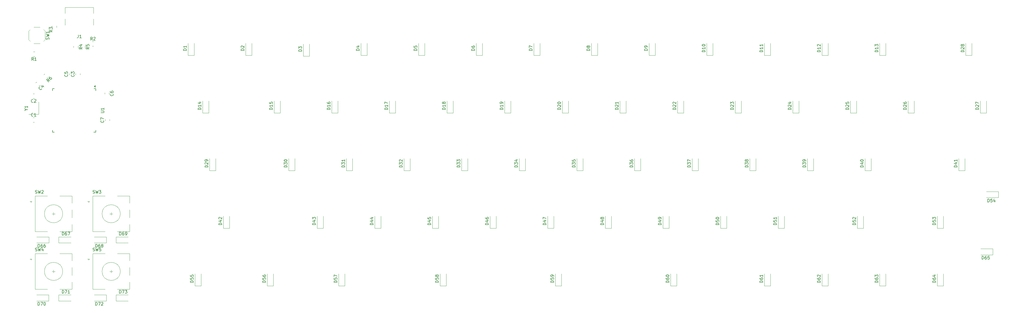
<source format=gbr>
%TF.GenerationSoftware,KiCad,Pcbnew,8.0.0*%
%TF.CreationDate,2024-11-20T19:58:16-08:00*%
%TF.ProjectId,Hampter1.3,48616d70-7465-4723-912e-332e6b696361,rev?*%
%TF.SameCoordinates,Original*%
%TF.FileFunction,Legend,Top*%
%TF.FilePolarity,Positive*%
%FSLAX46Y46*%
G04 Gerber Fmt 4.6, Leading zero omitted, Abs format (unit mm)*
G04 Created by KiCad (PCBNEW 8.0.0) date 2024-11-20 19:58:16*
%MOMM*%
%LPD*%
G01*
G04 APERTURE LIST*
%ADD10C,0.150000*%
%ADD11C,0.120000*%
G04 APERTURE END LIST*
D10*
X185072214Y-219624820D02*
X185072214Y-218624820D01*
X185072214Y-218624820D02*
X185310309Y-218624820D01*
X185310309Y-218624820D02*
X185453166Y-218672439D01*
X185453166Y-218672439D02*
X185548404Y-218767677D01*
X185548404Y-218767677D02*
X185596023Y-218862915D01*
X185596023Y-218862915D02*
X185643642Y-219053391D01*
X185643642Y-219053391D02*
X185643642Y-219196248D01*
X185643642Y-219196248D02*
X185596023Y-219386724D01*
X185596023Y-219386724D02*
X185548404Y-219481962D01*
X185548404Y-219481962D02*
X185453166Y-219577201D01*
X185453166Y-219577201D02*
X185310309Y-219624820D01*
X185310309Y-219624820D02*
X185072214Y-219624820D01*
X185976976Y-218624820D02*
X186643642Y-218624820D01*
X186643642Y-218624820D02*
X186215071Y-219624820D01*
X186976976Y-218720058D02*
X187024595Y-218672439D01*
X187024595Y-218672439D02*
X187119833Y-218624820D01*
X187119833Y-218624820D02*
X187357928Y-218624820D01*
X187357928Y-218624820D02*
X187453166Y-218672439D01*
X187453166Y-218672439D02*
X187500785Y-218720058D01*
X187500785Y-218720058D02*
X187548404Y-218815296D01*
X187548404Y-218815296D02*
X187548404Y-218910534D01*
X187548404Y-218910534D02*
X187500785Y-219053391D01*
X187500785Y-219053391D02*
X186929357Y-219624820D01*
X186929357Y-219624820D02*
X187548404Y-219624820D01*
X164442377Y-157039477D02*
X164394758Y-157087097D01*
X164394758Y-157087097D02*
X164251901Y-157134716D01*
X164251901Y-157134716D02*
X164156663Y-157134716D01*
X164156663Y-157134716D02*
X164013806Y-157087097D01*
X164013806Y-157087097D02*
X163918568Y-156991858D01*
X163918568Y-156991858D02*
X163870949Y-156896620D01*
X163870949Y-156896620D02*
X163823330Y-156706144D01*
X163823330Y-156706144D02*
X163823330Y-156563287D01*
X163823330Y-156563287D02*
X163870949Y-156372811D01*
X163870949Y-156372811D02*
X163918568Y-156277573D01*
X163918568Y-156277573D02*
X164013806Y-156182335D01*
X164013806Y-156182335D02*
X164156663Y-156134716D01*
X164156663Y-156134716D02*
X164251901Y-156134716D01*
X164251901Y-156134716D02*
X164394758Y-156182335D01*
X164394758Y-156182335D02*
X164442377Y-156229954D01*
X165394758Y-157134716D02*
X164823330Y-157134716D01*
X165109044Y-157134716D02*
X165109044Y-156134716D01*
X165109044Y-156134716D02*
X165013806Y-156277573D01*
X165013806Y-156277573D02*
X164918568Y-156372811D01*
X164918568Y-156372811D02*
X164823330Y-156420430D01*
X300714818Y-154884285D02*
X299714818Y-154884285D01*
X299714818Y-154884285D02*
X299714818Y-154646190D01*
X299714818Y-154646190D02*
X299762437Y-154503333D01*
X299762437Y-154503333D02*
X299857675Y-154408095D01*
X299857675Y-154408095D02*
X299952913Y-154360476D01*
X299952913Y-154360476D02*
X300143389Y-154312857D01*
X300143389Y-154312857D02*
X300286246Y-154312857D01*
X300286246Y-154312857D02*
X300476722Y-154360476D01*
X300476722Y-154360476D02*
X300571960Y-154408095D01*
X300571960Y-154408095D02*
X300667199Y-154503333D01*
X300667199Y-154503333D02*
X300714818Y-154646190D01*
X300714818Y-154646190D02*
X300714818Y-154884285D01*
X300714818Y-153360476D02*
X300714818Y-153931904D01*
X300714818Y-153646190D02*
X299714818Y-153646190D01*
X299714818Y-153646190D02*
X299857675Y-153741428D01*
X299857675Y-153741428D02*
X299952913Y-153836666D01*
X299952913Y-153836666D02*
X300000532Y-153931904D01*
X300143389Y-152789047D02*
X300095770Y-152884285D01*
X300095770Y-152884285D02*
X300048151Y-152931904D01*
X300048151Y-152931904D02*
X299952913Y-152979523D01*
X299952913Y-152979523D02*
X299905294Y-152979523D01*
X299905294Y-152979523D02*
X299810056Y-152931904D01*
X299810056Y-152931904D02*
X299762437Y-152884285D01*
X299762437Y-152884285D02*
X299714818Y-152789047D01*
X299714818Y-152789047D02*
X299714818Y-152598571D01*
X299714818Y-152598571D02*
X299762437Y-152503333D01*
X299762437Y-152503333D02*
X299810056Y-152455714D01*
X299810056Y-152455714D02*
X299905294Y-152408095D01*
X299905294Y-152408095D02*
X299952913Y-152408095D01*
X299952913Y-152408095D02*
X300048151Y-152455714D01*
X300048151Y-152455714D02*
X300095770Y-152503333D01*
X300095770Y-152503333D02*
X300143389Y-152598571D01*
X300143389Y-152598571D02*
X300143389Y-152789047D01*
X300143389Y-152789047D02*
X300191008Y-152884285D01*
X300191008Y-152884285D02*
X300238627Y-152931904D01*
X300238627Y-152931904D02*
X300333865Y-152979523D01*
X300333865Y-152979523D02*
X300524341Y-152979523D01*
X300524341Y-152979523D02*
X300619579Y-152931904D01*
X300619579Y-152931904D02*
X300667199Y-152884285D01*
X300667199Y-152884285D02*
X300714818Y-152789047D01*
X300714818Y-152789047D02*
X300714818Y-152598571D01*
X300714818Y-152598571D02*
X300667199Y-152503333D01*
X300667199Y-152503333D02*
X300619579Y-152455714D01*
X300619579Y-152455714D02*
X300524341Y-152408095D01*
X300524341Y-152408095D02*
X300333865Y-152408095D01*
X300333865Y-152408095D02*
X300238627Y-152455714D01*
X300238627Y-152455714D02*
X300191008Y-152503333D01*
X300191008Y-152503333D02*
X300143389Y-152598571D01*
X374628818Y-212034285D02*
X373628818Y-212034285D01*
X373628818Y-212034285D02*
X373628818Y-211796190D01*
X373628818Y-211796190D02*
X373676437Y-211653333D01*
X373676437Y-211653333D02*
X373771675Y-211558095D01*
X373771675Y-211558095D02*
X373866913Y-211510476D01*
X373866913Y-211510476D02*
X374057389Y-211462857D01*
X374057389Y-211462857D02*
X374200246Y-211462857D01*
X374200246Y-211462857D02*
X374390722Y-211510476D01*
X374390722Y-211510476D02*
X374485960Y-211558095D01*
X374485960Y-211558095D02*
X374581199Y-211653333D01*
X374581199Y-211653333D02*
X374628818Y-211796190D01*
X374628818Y-211796190D02*
X374628818Y-212034285D01*
X373628818Y-210605714D02*
X373628818Y-210796190D01*
X373628818Y-210796190D02*
X373676437Y-210891428D01*
X373676437Y-210891428D02*
X373724056Y-210939047D01*
X373724056Y-210939047D02*
X373866913Y-211034285D01*
X373866913Y-211034285D02*
X374057389Y-211081904D01*
X374057389Y-211081904D02*
X374438341Y-211081904D01*
X374438341Y-211081904D02*
X374533579Y-211034285D01*
X374533579Y-211034285D02*
X374581199Y-210986666D01*
X374581199Y-210986666D02*
X374628818Y-210891428D01*
X374628818Y-210891428D02*
X374628818Y-210700952D01*
X374628818Y-210700952D02*
X374581199Y-210605714D01*
X374581199Y-210605714D02*
X374533579Y-210558095D01*
X374533579Y-210558095D02*
X374438341Y-210510476D01*
X374438341Y-210510476D02*
X374200246Y-210510476D01*
X374200246Y-210510476D02*
X374105008Y-210558095D01*
X374105008Y-210558095D02*
X374057389Y-210605714D01*
X374057389Y-210605714D02*
X374009770Y-210700952D01*
X374009770Y-210700952D02*
X374009770Y-210891428D01*
X374009770Y-210891428D02*
X374057389Y-210986666D01*
X374057389Y-210986666D02*
X374105008Y-211034285D01*
X374105008Y-211034285D02*
X374200246Y-211081904D01*
X373628818Y-209891428D02*
X373628818Y-209796190D01*
X373628818Y-209796190D02*
X373676437Y-209700952D01*
X373676437Y-209700952D02*
X373724056Y-209653333D01*
X373724056Y-209653333D02*
X373819294Y-209605714D01*
X373819294Y-209605714D02*
X374009770Y-209558095D01*
X374009770Y-209558095D02*
X374247865Y-209558095D01*
X374247865Y-209558095D02*
X374438341Y-209605714D01*
X374438341Y-209605714D02*
X374533579Y-209653333D01*
X374533579Y-209653333D02*
X374581199Y-209700952D01*
X374581199Y-209700952D02*
X374628818Y-209796190D01*
X374628818Y-209796190D02*
X374628818Y-209891428D01*
X374628818Y-209891428D02*
X374581199Y-209986666D01*
X374581199Y-209986666D02*
X374533579Y-210034285D01*
X374533579Y-210034285D02*
X374438341Y-210081904D01*
X374438341Y-210081904D02*
X374247865Y-210129523D01*
X374247865Y-210129523D02*
X374009770Y-210129523D01*
X374009770Y-210129523D02*
X373819294Y-210081904D01*
X373819294Y-210081904D02*
X373724056Y-210034285D01*
X373724056Y-210034285D02*
X373676437Y-209986666D01*
X373676437Y-209986666D02*
X373628818Y-209891428D01*
X185073214Y-200438500D02*
X185073214Y-199438500D01*
X185073214Y-199438500D02*
X185311309Y-199438500D01*
X185311309Y-199438500D02*
X185454166Y-199486119D01*
X185454166Y-199486119D02*
X185549404Y-199581357D01*
X185549404Y-199581357D02*
X185597023Y-199676595D01*
X185597023Y-199676595D02*
X185644642Y-199867071D01*
X185644642Y-199867071D02*
X185644642Y-200009928D01*
X185644642Y-200009928D02*
X185597023Y-200200404D01*
X185597023Y-200200404D02*
X185549404Y-200295642D01*
X185549404Y-200295642D02*
X185454166Y-200390881D01*
X185454166Y-200390881D02*
X185311309Y-200438500D01*
X185311309Y-200438500D02*
X185073214Y-200438500D01*
X186501785Y-199438500D02*
X186311309Y-199438500D01*
X186311309Y-199438500D02*
X186216071Y-199486119D01*
X186216071Y-199486119D02*
X186168452Y-199533738D01*
X186168452Y-199533738D02*
X186073214Y-199676595D01*
X186073214Y-199676595D02*
X186025595Y-199867071D01*
X186025595Y-199867071D02*
X186025595Y-200248023D01*
X186025595Y-200248023D02*
X186073214Y-200343261D01*
X186073214Y-200343261D02*
X186120833Y-200390881D01*
X186120833Y-200390881D02*
X186216071Y-200438500D01*
X186216071Y-200438500D02*
X186406547Y-200438500D01*
X186406547Y-200438500D02*
X186501785Y-200390881D01*
X186501785Y-200390881D02*
X186549404Y-200343261D01*
X186549404Y-200343261D02*
X186597023Y-200248023D01*
X186597023Y-200248023D02*
X186597023Y-200009928D01*
X186597023Y-200009928D02*
X186549404Y-199914690D01*
X186549404Y-199914690D02*
X186501785Y-199867071D01*
X186501785Y-199867071D02*
X186406547Y-199819452D01*
X186406547Y-199819452D02*
X186216071Y-199819452D01*
X186216071Y-199819452D02*
X186120833Y-199867071D01*
X186120833Y-199867071D02*
X186073214Y-199914690D01*
X186073214Y-199914690D02*
X186025595Y-200009928D01*
X187168452Y-199867071D02*
X187073214Y-199819452D01*
X187073214Y-199819452D02*
X187025595Y-199771833D01*
X187025595Y-199771833D02*
X186977976Y-199676595D01*
X186977976Y-199676595D02*
X186977976Y-199628976D01*
X186977976Y-199628976D02*
X187025595Y-199533738D01*
X187025595Y-199533738D02*
X187073214Y-199486119D01*
X187073214Y-199486119D02*
X187168452Y-199438500D01*
X187168452Y-199438500D02*
X187358928Y-199438500D01*
X187358928Y-199438500D02*
X187454166Y-199486119D01*
X187454166Y-199486119D02*
X187501785Y-199533738D01*
X187501785Y-199533738D02*
X187549404Y-199628976D01*
X187549404Y-199628976D02*
X187549404Y-199676595D01*
X187549404Y-199676595D02*
X187501785Y-199771833D01*
X187501785Y-199771833D02*
X187454166Y-199819452D01*
X187454166Y-199819452D02*
X187358928Y-199867071D01*
X187358928Y-199867071D02*
X187168452Y-199867071D01*
X187168452Y-199867071D02*
X187073214Y-199914690D01*
X187073214Y-199914690D02*
X187025595Y-199962309D01*
X187025595Y-199962309D02*
X186977976Y-200057547D01*
X186977976Y-200057547D02*
X186977976Y-200248023D01*
X186977976Y-200248023D02*
X187025595Y-200343261D01*
X187025595Y-200343261D02*
X187073214Y-200390881D01*
X187073214Y-200390881D02*
X187168452Y-200438500D01*
X187168452Y-200438500D02*
X187358928Y-200438500D01*
X187358928Y-200438500D02*
X187454166Y-200390881D01*
X187454166Y-200390881D02*
X187501785Y-200343261D01*
X187501785Y-200343261D02*
X187549404Y-200248023D01*
X187549404Y-200248023D02*
X187549404Y-200057547D01*
X187549404Y-200057547D02*
X187501785Y-199962309D01*
X187501785Y-199962309D02*
X187454166Y-199914690D01*
X187454166Y-199914690D02*
X187358928Y-199867071D01*
X165158667Y-182564200D02*
X165301524Y-182611819D01*
X165301524Y-182611819D02*
X165539619Y-182611819D01*
X165539619Y-182611819D02*
X165634857Y-182564200D01*
X165634857Y-182564200D02*
X165682476Y-182516580D01*
X165682476Y-182516580D02*
X165730095Y-182421342D01*
X165730095Y-182421342D02*
X165730095Y-182326104D01*
X165730095Y-182326104D02*
X165682476Y-182230866D01*
X165682476Y-182230866D02*
X165634857Y-182183247D01*
X165634857Y-182183247D02*
X165539619Y-182135628D01*
X165539619Y-182135628D02*
X165349143Y-182088009D01*
X165349143Y-182088009D02*
X165253905Y-182040390D01*
X165253905Y-182040390D02*
X165206286Y-181992771D01*
X165206286Y-181992771D02*
X165158667Y-181897533D01*
X165158667Y-181897533D02*
X165158667Y-181802295D01*
X165158667Y-181802295D02*
X165206286Y-181707057D01*
X165206286Y-181707057D02*
X165253905Y-181659438D01*
X165253905Y-181659438D02*
X165349143Y-181611819D01*
X165349143Y-181611819D02*
X165587238Y-181611819D01*
X165587238Y-181611819D02*
X165730095Y-181659438D01*
X166063429Y-181611819D02*
X166301524Y-182611819D01*
X166301524Y-182611819D02*
X166492000Y-181897533D01*
X166492000Y-181897533D02*
X166682476Y-182611819D01*
X166682476Y-182611819D02*
X166920572Y-181611819D01*
X167253905Y-181707057D02*
X167301524Y-181659438D01*
X167301524Y-181659438D02*
X167396762Y-181611819D01*
X167396762Y-181611819D02*
X167634857Y-181611819D01*
X167634857Y-181611819D02*
X167730095Y-181659438D01*
X167730095Y-181659438D02*
X167777714Y-181707057D01*
X167777714Y-181707057D02*
X167825333Y-181802295D01*
X167825333Y-181802295D02*
X167825333Y-181897533D01*
X167825333Y-181897533D02*
X167777714Y-182040390D01*
X167777714Y-182040390D02*
X167206286Y-182611819D01*
X167206286Y-182611819D02*
X167825333Y-182611819D01*
X386566818Y-135834285D02*
X385566818Y-135834285D01*
X385566818Y-135834285D02*
X385566818Y-135596190D01*
X385566818Y-135596190D02*
X385614437Y-135453333D01*
X385614437Y-135453333D02*
X385709675Y-135358095D01*
X385709675Y-135358095D02*
X385804913Y-135310476D01*
X385804913Y-135310476D02*
X385995389Y-135262857D01*
X385995389Y-135262857D02*
X386138246Y-135262857D01*
X386138246Y-135262857D02*
X386328722Y-135310476D01*
X386328722Y-135310476D02*
X386423960Y-135358095D01*
X386423960Y-135358095D02*
X386519199Y-135453333D01*
X386519199Y-135453333D02*
X386566818Y-135596190D01*
X386566818Y-135596190D02*
X386566818Y-135834285D01*
X386566818Y-134310476D02*
X386566818Y-134881904D01*
X386566818Y-134596190D02*
X385566818Y-134596190D01*
X385566818Y-134596190D02*
X385709675Y-134691428D01*
X385709675Y-134691428D02*
X385804913Y-134786666D01*
X385804913Y-134786666D02*
X385852532Y-134881904D01*
X385566818Y-133691428D02*
X385566818Y-133596190D01*
X385566818Y-133596190D02*
X385614437Y-133500952D01*
X385614437Y-133500952D02*
X385662056Y-133453333D01*
X385662056Y-133453333D02*
X385757294Y-133405714D01*
X385757294Y-133405714D02*
X385947770Y-133358095D01*
X385947770Y-133358095D02*
X386185865Y-133358095D01*
X386185865Y-133358095D02*
X386376341Y-133405714D01*
X386376341Y-133405714D02*
X386471579Y-133453333D01*
X386471579Y-133453333D02*
X386519199Y-133500952D01*
X386519199Y-133500952D02*
X386566818Y-133596190D01*
X386566818Y-133596190D02*
X386566818Y-133691428D01*
X386566818Y-133691428D02*
X386519199Y-133786666D01*
X386519199Y-133786666D02*
X386471579Y-133834285D01*
X386471579Y-133834285D02*
X386376341Y-133881904D01*
X386376341Y-133881904D02*
X386185865Y-133929523D01*
X386185865Y-133929523D02*
X385947770Y-133929523D01*
X385947770Y-133929523D02*
X385757294Y-133881904D01*
X385757294Y-133881904D02*
X385662056Y-133834285D01*
X385662056Y-133834285D02*
X385614437Y-133786666D01*
X385614437Y-133786666D02*
X385566818Y-133691428D01*
X357864818Y-154884285D02*
X356864818Y-154884285D01*
X356864818Y-154884285D02*
X356864818Y-154646190D01*
X356864818Y-154646190D02*
X356912437Y-154503333D01*
X356912437Y-154503333D02*
X357007675Y-154408095D01*
X357007675Y-154408095D02*
X357102913Y-154360476D01*
X357102913Y-154360476D02*
X357293389Y-154312857D01*
X357293389Y-154312857D02*
X357436246Y-154312857D01*
X357436246Y-154312857D02*
X357626722Y-154360476D01*
X357626722Y-154360476D02*
X357721960Y-154408095D01*
X357721960Y-154408095D02*
X357817199Y-154503333D01*
X357817199Y-154503333D02*
X357864818Y-154646190D01*
X357864818Y-154646190D02*
X357864818Y-154884285D01*
X356960056Y-153931904D02*
X356912437Y-153884285D01*
X356912437Y-153884285D02*
X356864818Y-153789047D01*
X356864818Y-153789047D02*
X356864818Y-153550952D01*
X356864818Y-153550952D02*
X356912437Y-153455714D01*
X356912437Y-153455714D02*
X356960056Y-153408095D01*
X356960056Y-153408095D02*
X357055294Y-153360476D01*
X357055294Y-153360476D02*
X357150532Y-153360476D01*
X357150532Y-153360476D02*
X357293389Y-153408095D01*
X357293389Y-153408095D02*
X357864818Y-153979523D01*
X357864818Y-153979523D02*
X357864818Y-153360476D01*
X357864818Y-152408095D02*
X357864818Y-152979523D01*
X357864818Y-152693809D02*
X356864818Y-152693809D01*
X356864818Y-152693809D02*
X357007675Y-152789047D01*
X357007675Y-152789047D02*
X357102913Y-152884285D01*
X357102913Y-152884285D02*
X357150532Y-152979523D01*
X362690818Y-173934285D02*
X361690818Y-173934285D01*
X361690818Y-173934285D02*
X361690818Y-173696190D01*
X361690818Y-173696190D02*
X361738437Y-173553333D01*
X361738437Y-173553333D02*
X361833675Y-173458095D01*
X361833675Y-173458095D02*
X361928913Y-173410476D01*
X361928913Y-173410476D02*
X362119389Y-173362857D01*
X362119389Y-173362857D02*
X362262246Y-173362857D01*
X362262246Y-173362857D02*
X362452722Y-173410476D01*
X362452722Y-173410476D02*
X362547960Y-173458095D01*
X362547960Y-173458095D02*
X362643199Y-173553333D01*
X362643199Y-173553333D02*
X362690818Y-173696190D01*
X362690818Y-173696190D02*
X362690818Y-173934285D01*
X361690818Y-173029523D02*
X361690818Y-172410476D01*
X361690818Y-172410476D02*
X362071770Y-172743809D01*
X362071770Y-172743809D02*
X362071770Y-172600952D01*
X362071770Y-172600952D02*
X362119389Y-172505714D01*
X362119389Y-172505714D02*
X362167008Y-172458095D01*
X362167008Y-172458095D02*
X362262246Y-172410476D01*
X362262246Y-172410476D02*
X362500341Y-172410476D01*
X362500341Y-172410476D02*
X362595579Y-172458095D01*
X362595579Y-172458095D02*
X362643199Y-172505714D01*
X362643199Y-172505714D02*
X362690818Y-172600952D01*
X362690818Y-172600952D02*
X362690818Y-172886666D01*
X362690818Y-172886666D02*
X362643199Y-172981904D01*
X362643199Y-172981904D02*
X362595579Y-173029523D01*
X361690818Y-171553333D02*
X361690818Y-171743809D01*
X361690818Y-171743809D02*
X361738437Y-171839047D01*
X361738437Y-171839047D02*
X361786056Y-171886666D01*
X361786056Y-171886666D02*
X361928913Y-171981904D01*
X361928913Y-171981904D02*
X362119389Y-172029523D01*
X362119389Y-172029523D02*
X362500341Y-172029523D01*
X362500341Y-172029523D02*
X362595579Y-171981904D01*
X362595579Y-171981904D02*
X362643199Y-171934285D01*
X362643199Y-171934285D02*
X362690818Y-171839047D01*
X362690818Y-171839047D02*
X362690818Y-171648571D01*
X362690818Y-171648571D02*
X362643199Y-171553333D01*
X362643199Y-171553333D02*
X362595579Y-171505714D01*
X362595579Y-171505714D02*
X362500341Y-171458095D01*
X362500341Y-171458095D02*
X362262246Y-171458095D01*
X362262246Y-171458095D02*
X362167008Y-171505714D01*
X362167008Y-171505714D02*
X362119389Y-171553333D01*
X362119389Y-171553333D02*
X362071770Y-171648571D01*
X362071770Y-171648571D02*
X362071770Y-171839047D01*
X362071770Y-171839047D02*
X362119389Y-171934285D01*
X362119389Y-171934285D02*
X362167008Y-171981904D01*
X362167008Y-171981904D02*
X362262246Y-172029523D01*
X324590818Y-173934285D02*
X323590818Y-173934285D01*
X323590818Y-173934285D02*
X323590818Y-173696190D01*
X323590818Y-173696190D02*
X323638437Y-173553333D01*
X323638437Y-173553333D02*
X323733675Y-173458095D01*
X323733675Y-173458095D02*
X323828913Y-173410476D01*
X323828913Y-173410476D02*
X324019389Y-173362857D01*
X324019389Y-173362857D02*
X324162246Y-173362857D01*
X324162246Y-173362857D02*
X324352722Y-173410476D01*
X324352722Y-173410476D02*
X324447960Y-173458095D01*
X324447960Y-173458095D02*
X324543199Y-173553333D01*
X324543199Y-173553333D02*
X324590818Y-173696190D01*
X324590818Y-173696190D02*
X324590818Y-173934285D01*
X323590818Y-173029523D02*
X323590818Y-172410476D01*
X323590818Y-172410476D02*
X323971770Y-172743809D01*
X323971770Y-172743809D02*
X323971770Y-172600952D01*
X323971770Y-172600952D02*
X324019389Y-172505714D01*
X324019389Y-172505714D02*
X324067008Y-172458095D01*
X324067008Y-172458095D02*
X324162246Y-172410476D01*
X324162246Y-172410476D02*
X324400341Y-172410476D01*
X324400341Y-172410476D02*
X324495579Y-172458095D01*
X324495579Y-172458095D02*
X324543199Y-172505714D01*
X324543199Y-172505714D02*
X324590818Y-172600952D01*
X324590818Y-172600952D02*
X324590818Y-172886666D01*
X324590818Y-172886666D02*
X324543199Y-172981904D01*
X324543199Y-172981904D02*
X324495579Y-173029523D01*
X323924151Y-171553333D02*
X324590818Y-171553333D01*
X323543199Y-171791428D02*
X324257484Y-172029523D01*
X324257484Y-172029523D02*
X324257484Y-171410476D01*
X226800818Y-192984285D02*
X225800818Y-192984285D01*
X225800818Y-192984285D02*
X225800818Y-192746190D01*
X225800818Y-192746190D02*
X225848437Y-192603333D01*
X225848437Y-192603333D02*
X225943675Y-192508095D01*
X225943675Y-192508095D02*
X226038913Y-192460476D01*
X226038913Y-192460476D02*
X226229389Y-192412857D01*
X226229389Y-192412857D02*
X226372246Y-192412857D01*
X226372246Y-192412857D02*
X226562722Y-192460476D01*
X226562722Y-192460476D02*
X226657960Y-192508095D01*
X226657960Y-192508095D02*
X226753199Y-192603333D01*
X226753199Y-192603333D02*
X226800818Y-192746190D01*
X226800818Y-192746190D02*
X226800818Y-192984285D01*
X226134151Y-191555714D02*
X226800818Y-191555714D01*
X225753199Y-191793809D02*
X226467484Y-192031904D01*
X226467484Y-192031904D02*
X226467484Y-191412857D01*
X225896056Y-191079523D02*
X225848437Y-191031904D01*
X225848437Y-191031904D02*
X225800818Y-190936666D01*
X225800818Y-190936666D02*
X225800818Y-190698571D01*
X225800818Y-190698571D02*
X225848437Y-190603333D01*
X225848437Y-190603333D02*
X225896056Y-190555714D01*
X225896056Y-190555714D02*
X225991294Y-190508095D01*
X225991294Y-190508095D02*
X226086532Y-190508095D01*
X226086532Y-190508095D02*
X226229389Y-190555714D01*
X226229389Y-190555714D02*
X226800818Y-191127142D01*
X226800818Y-191127142D02*
X226800818Y-190508095D01*
X186881067Y-155949904D02*
X187690590Y-155949904D01*
X187690590Y-155949904D02*
X187785828Y-155902285D01*
X187785828Y-155902285D02*
X187833448Y-155854666D01*
X187833448Y-155854666D02*
X187881067Y-155759428D01*
X187881067Y-155759428D02*
X187881067Y-155568952D01*
X187881067Y-155568952D02*
X187833448Y-155473714D01*
X187833448Y-155473714D02*
X187785828Y-155426095D01*
X187785828Y-155426095D02*
X187690590Y-155378476D01*
X187690590Y-155378476D02*
X186881067Y-155378476D01*
X187881067Y-154378476D02*
X187881067Y-154949904D01*
X187881067Y-154664190D02*
X186881067Y-154664190D01*
X186881067Y-154664190D02*
X187023924Y-154759428D01*
X187023924Y-154759428D02*
X187119162Y-154854666D01*
X187119162Y-154854666D02*
X187166781Y-154949904D01*
X177925033Y-143382996D02*
X177972653Y-143430615D01*
X177972653Y-143430615D02*
X178020272Y-143573472D01*
X178020272Y-143573472D02*
X178020272Y-143668710D01*
X178020272Y-143668710D02*
X177972653Y-143811567D01*
X177972653Y-143811567D02*
X177877414Y-143906805D01*
X177877414Y-143906805D02*
X177782176Y-143954424D01*
X177782176Y-143954424D02*
X177591700Y-144002043D01*
X177591700Y-144002043D02*
X177448843Y-144002043D01*
X177448843Y-144002043D02*
X177258367Y-143954424D01*
X177258367Y-143954424D02*
X177163129Y-143906805D01*
X177163129Y-143906805D02*
X177067891Y-143811567D01*
X177067891Y-143811567D02*
X177020272Y-143668710D01*
X177020272Y-143668710D02*
X177020272Y-143573472D01*
X177020272Y-143573472D02*
X177067891Y-143430615D01*
X177067891Y-143430615D02*
X177115510Y-143382996D01*
X177020272Y-143049662D02*
X177020272Y-142430615D01*
X177020272Y-142430615D02*
X177401224Y-142763948D01*
X177401224Y-142763948D02*
X177401224Y-142621091D01*
X177401224Y-142621091D02*
X177448843Y-142525853D01*
X177448843Y-142525853D02*
X177496462Y-142478234D01*
X177496462Y-142478234D02*
X177591700Y-142430615D01*
X177591700Y-142430615D02*
X177829795Y-142430615D01*
X177829795Y-142430615D02*
X177925033Y-142478234D01*
X177925033Y-142478234D02*
X177972653Y-142525853D01*
X177972653Y-142525853D02*
X178020272Y-142621091D01*
X178020272Y-142621091D02*
X178020272Y-142906805D01*
X178020272Y-142906805D02*
X177972653Y-143002043D01*
X177972653Y-143002043D02*
X177925033Y-143049662D01*
X343640818Y-173934285D02*
X342640818Y-173934285D01*
X342640818Y-173934285D02*
X342640818Y-173696190D01*
X342640818Y-173696190D02*
X342688437Y-173553333D01*
X342688437Y-173553333D02*
X342783675Y-173458095D01*
X342783675Y-173458095D02*
X342878913Y-173410476D01*
X342878913Y-173410476D02*
X343069389Y-173362857D01*
X343069389Y-173362857D02*
X343212246Y-173362857D01*
X343212246Y-173362857D02*
X343402722Y-173410476D01*
X343402722Y-173410476D02*
X343497960Y-173458095D01*
X343497960Y-173458095D02*
X343593199Y-173553333D01*
X343593199Y-173553333D02*
X343640818Y-173696190D01*
X343640818Y-173696190D02*
X343640818Y-173934285D01*
X342640818Y-173029523D02*
X342640818Y-172410476D01*
X342640818Y-172410476D02*
X343021770Y-172743809D01*
X343021770Y-172743809D02*
X343021770Y-172600952D01*
X343021770Y-172600952D02*
X343069389Y-172505714D01*
X343069389Y-172505714D02*
X343117008Y-172458095D01*
X343117008Y-172458095D02*
X343212246Y-172410476D01*
X343212246Y-172410476D02*
X343450341Y-172410476D01*
X343450341Y-172410476D02*
X343545579Y-172458095D01*
X343545579Y-172458095D02*
X343593199Y-172505714D01*
X343593199Y-172505714D02*
X343640818Y-172600952D01*
X343640818Y-172600952D02*
X343640818Y-172886666D01*
X343640818Y-172886666D02*
X343593199Y-172981904D01*
X343593199Y-172981904D02*
X343545579Y-173029523D01*
X342640818Y-171505714D02*
X342640818Y-171981904D01*
X342640818Y-171981904D02*
X343117008Y-172029523D01*
X343117008Y-172029523D02*
X343069389Y-171981904D01*
X343069389Y-171981904D02*
X343021770Y-171886666D01*
X343021770Y-171886666D02*
X343021770Y-171648571D01*
X343021770Y-171648571D02*
X343069389Y-171553333D01*
X343069389Y-171553333D02*
X343117008Y-171505714D01*
X343117008Y-171505714D02*
X343212246Y-171458095D01*
X343212246Y-171458095D02*
X343450341Y-171458095D01*
X343450341Y-171458095D02*
X343545579Y-171505714D01*
X343545579Y-171505714D02*
X343593199Y-171553333D01*
X343593199Y-171553333D02*
X343640818Y-171648571D01*
X343640818Y-171648571D02*
X343640818Y-171886666D01*
X343640818Y-171886666D02*
X343593199Y-171981904D01*
X343593199Y-171981904D02*
X343545579Y-172029523D01*
X184208667Y-201614200D02*
X184351524Y-201661819D01*
X184351524Y-201661819D02*
X184589619Y-201661819D01*
X184589619Y-201661819D02*
X184684857Y-201614200D01*
X184684857Y-201614200D02*
X184732476Y-201566580D01*
X184732476Y-201566580D02*
X184780095Y-201471342D01*
X184780095Y-201471342D02*
X184780095Y-201376104D01*
X184780095Y-201376104D02*
X184732476Y-201280866D01*
X184732476Y-201280866D02*
X184684857Y-201233247D01*
X184684857Y-201233247D02*
X184589619Y-201185628D01*
X184589619Y-201185628D02*
X184399143Y-201138009D01*
X184399143Y-201138009D02*
X184303905Y-201090390D01*
X184303905Y-201090390D02*
X184256286Y-201042771D01*
X184256286Y-201042771D02*
X184208667Y-200947533D01*
X184208667Y-200947533D02*
X184208667Y-200852295D01*
X184208667Y-200852295D02*
X184256286Y-200757057D01*
X184256286Y-200757057D02*
X184303905Y-200709438D01*
X184303905Y-200709438D02*
X184399143Y-200661819D01*
X184399143Y-200661819D02*
X184637238Y-200661819D01*
X184637238Y-200661819D02*
X184780095Y-200709438D01*
X185113429Y-200661819D02*
X185351524Y-201661819D01*
X185351524Y-201661819D02*
X185542000Y-200947533D01*
X185542000Y-200947533D02*
X185732476Y-201661819D01*
X185732476Y-201661819D02*
X185970572Y-200661819D01*
X186827714Y-200661819D02*
X186351524Y-200661819D01*
X186351524Y-200661819D02*
X186303905Y-201138009D01*
X186303905Y-201138009D02*
X186351524Y-201090390D01*
X186351524Y-201090390D02*
X186446762Y-201042771D01*
X186446762Y-201042771D02*
X186684857Y-201042771D01*
X186684857Y-201042771D02*
X186780095Y-201090390D01*
X186780095Y-201090390D02*
X186827714Y-201138009D01*
X186827714Y-201138009D02*
X186875333Y-201233247D01*
X186875333Y-201233247D02*
X186875333Y-201471342D01*
X186875333Y-201471342D02*
X186827714Y-201566580D01*
X186827714Y-201566580D02*
X186780095Y-201614200D01*
X186780095Y-201614200D02*
X186684857Y-201661819D01*
X186684857Y-201661819D02*
X186446762Y-201661819D01*
X186446762Y-201661819D02*
X186351524Y-201614200D01*
X186351524Y-201614200D02*
X186303905Y-201566580D01*
X184208667Y-182564200D02*
X184351524Y-182611819D01*
X184351524Y-182611819D02*
X184589619Y-182611819D01*
X184589619Y-182611819D02*
X184684857Y-182564200D01*
X184684857Y-182564200D02*
X184732476Y-182516580D01*
X184732476Y-182516580D02*
X184780095Y-182421342D01*
X184780095Y-182421342D02*
X184780095Y-182326104D01*
X184780095Y-182326104D02*
X184732476Y-182230866D01*
X184732476Y-182230866D02*
X184684857Y-182183247D01*
X184684857Y-182183247D02*
X184589619Y-182135628D01*
X184589619Y-182135628D02*
X184399143Y-182088009D01*
X184399143Y-182088009D02*
X184303905Y-182040390D01*
X184303905Y-182040390D02*
X184256286Y-181992771D01*
X184256286Y-181992771D02*
X184208667Y-181897533D01*
X184208667Y-181897533D02*
X184208667Y-181802295D01*
X184208667Y-181802295D02*
X184256286Y-181707057D01*
X184256286Y-181707057D02*
X184303905Y-181659438D01*
X184303905Y-181659438D02*
X184399143Y-181611819D01*
X184399143Y-181611819D02*
X184637238Y-181611819D01*
X184637238Y-181611819D02*
X184780095Y-181659438D01*
X185113429Y-181611819D02*
X185351524Y-182611819D01*
X185351524Y-182611819D02*
X185542000Y-181897533D01*
X185542000Y-181897533D02*
X185732476Y-182611819D01*
X185732476Y-182611819D02*
X185970572Y-181611819D01*
X186256286Y-181611819D02*
X186875333Y-181611819D01*
X186875333Y-181611819D02*
X186542000Y-181992771D01*
X186542000Y-181992771D02*
X186684857Y-181992771D01*
X186684857Y-181992771D02*
X186780095Y-182040390D01*
X186780095Y-182040390D02*
X186827714Y-182088009D01*
X186827714Y-182088009D02*
X186875333Y-182183247D01*
X186875333Y-182183247D02*
X186875333Y-182421342D01*
X186875333Y-182421342D02*
X186827714Y-182516580D01*
X186827714Y-182516580D02*
X186780095Y-182564200D01*
X186780095Y-182564200D02*
X186684857Y-182611819D01*
X186684857Y-182611819D02*
X186399143Y-182611819D01*
X186399143Y-182611819D02*
X186303905Y-182564200D01*
X186303905Y-182564200D02*
X186256286Y-182516580D01*
X314938818Y-192984285D02*
X313938818Y-192984285D01*
X313938818Y-192984285D02*
X313938818Y-192746190D01*
X313938818Y-192746190D02*
X313986437Y-192603333D01*
X313986437Y-192603333D02*
X314081675Y-192508095D01*
X314081675Y-192508095D02*
X314176913Y-192460476D01*
X314176913Y-192460476D02*
X314367389Y-192412857D01*
X314367389Y-192412857D02*
X314510246Y-192412857D01*
X314510246Y-192412857D02*
X314700722Y-192460476D01*
X314700722Y-192460476D02*
X314795960Y-192508095D01*
X314795960Y-192508095D02*
X314891199Y-192603333D01*
X314891199Y-192603333D02*
X314938818Y-192746190D01*
X314938818Y-192746190D02*
X314938818Y-192984285D01*
X314272151Y-191555714D02*
X314938818Y-191555714D01*
X313891199Y-191793809D02*
X314605484Y-192031904D01*
X314605484Y-192031904D02*
X314605484Y-191412857D01*
X313938818Y-190603333D02*
X313938818Y-190793809D01*
X313938818Y-190793809D02*
X313986437Y-190889047D01*
X313986437Y-190889047D02*
X314034056Y-190936666D01*
X314034056Y-190936666D02*
X314176913Y-191031904D01*
X314176913Y-191031904D02*
X314367389Y-191079523D01*
X314367389Y-191079523D02*
X314748341Y-191079523D01*
X314748341Y-191079523D02*
X314843579Y-191031904D01*
X314843579Y-191031904D02*
X314891199Y-190984285D01*
X314891199Y-190984285D02*
X314938818Y-190889047D01*
X314938818Y-190889047D02*
X314938818Y-190698571D01*
X314938818Y-190698571D02*
X314891199Y-190603333D01*
X314891199Y-190603333D02*
X314843579Y-190555714D01*
X314843579Y-190555714D02*
X314748341Y-190508095D01*
X314748341Y-190508095D02*
X314510246Y-190508095D01*
X314510246Y-190508095D02*
X314415008Y-190555714D01*
X314415008Y-190555714D02*
X314367389Y-190603333D01*
X314367389Y-190603333D02*
X314319770Y-190698571D01*
X314319770Y-190698571D02*
X314319770Y-190889047D01*
X314319770Y-190889047D02*
X314367389Y-190984285D01*
X314367389Y-190984285D02*
X314415008Y-191031904D01*
X314415008Y-191031904D02*
X314510246Y-191079523D01*
X170779821Y-128667666D02*
X170303630Y-129000999D01*
X170779821Y-129239094D02*
X169779821Y-129239094D01*
X169779821Y-129239094D02*
X169779821Y-128858142D01*
X169779821Y-128858142D02*
X169827440Y-128762904D01*
X169827440Y-128762904D02*
X169875059Y-128715285D01*
X169875059Y-128715285D02*
X169970297Y-128667666D01*
X169970297Y-128667666D02*
X170113154Y-128667666D01*
X170113154Y-128667666D02*
X170208392Y-128715285D01*
X170208392Y-128715285D02*
X170256011Y-128762904D01*
X170256011Y-128762904D02*
X170303630Y-128858142D01*
X170303630Y-128858142D02*
X170303630Y-129239094D01*
X169779821Y-128334332D02*
X169779821Y-127715285D01*
X169779821Y-127715285D02*
X170160773Y-128048618D01*
X170160773Y-128048618D02*
X170160773Y-127905761D01*
X170160773Y-127905761D02*
X170208392Y-127810523D01*
X170208392Y-127810523D02*
X170256011Y-127762904D01*
X170256011Y-127762904D02*
X170351249Y-127715285D01*
X170351249Y-127715285D02*
X170589344Y-127715285D01*
X170589344Y-127715285D02*
X170684582Y-127762904D01*
X170684582Y-127762904D02*
X170732202Y-127810523D01*
X170732202Y-127810523D02*
X170779821Y-127905761D01*
X170779821Y-127905761D02*
X170779821Y-128191475D01*
X170779821Y-128191475D02*
X170732202Y-128286713D01*
X170732202Y-128286713D02*
X170684582Y-128334332D01*
X310366818Y-135358094D02*
X309366818Y-135358094D01*
X309366818Y-135358094D02*
X309366818Y-135119999D01*
X309366818Y-135119999D02*
X309414437Y-134977142D01*
X309414437Y-134977142D02*
X309509675Y-134881904D01*
X309509675Y-134881904D02*
X309604913Y-134834285D01*
X309604913Y-134834285D02*
X309795389Y-134786666D01*
X309795389Y-134786666D02*
X309938246Y-134786666D01*
X309938246Y-134786666D02*
X310128722Y-134834285D01*
X310128722Y-134834285D02*
X310223960Y-134881904D01*
X310223960Y-134881904D02*
X310319199Y-134977142D01*
X310319199Y-134977142D02*
X310366818Y-135119999D01*
X310366818Y-135119999D02*
X310366818Y-135358094D01*
X309366818Y-133929523D02*
X309366818Y-134119999D01*
X309366818Y-134119999D02*
X309414437Y-134215237D01*
X309414437Y-134215237D02*
X309462056Y-134262856D01*
X309462056Y-134262856D02*
X309604913Y-134358094D01*
X309604913Y-134358094D02*
X309795389Y-134405713D01*
X309795389Y-134405713D02*
X310176341Y-134405713D01*
X310176341Y-134405713D02*
X310271579Y-134358094D01*
X310271579Y-134358094D02*
X310319199Y-134310475D01*
X310319199Y-134310475D02*
X310366818Y-134215237D01*
X310366818Y-134215237D02*
X310366818Y-134024761D01*
X310366818Y-134024761D02*
X310319199Y-133929523D01*
X310319199Y-133929523D02*
X310271579Y-133881904D01*
X310271579Y-133881904D02*
X310176341Y-133834285D01*
X310176341Y-133834285D02*
X309938246Y-133834285D01*
X309938246Y-133834285D02*
X309843008Y-133881904D01*
X309843008Y-133881904D02*
X309795389Y-133929523D01*
X309795389Y-133929523D02*
X309747770Y-134024761D01*
X309747770Y-134024761D02*
X309747770Y-134215237D01*
X309747770Y-134215237D02*
X309795389Y-134310475D01*
X309795389Y-134310475D02*
X309843008Y-134358094D01*
X309843008Y-134358094D02*
X309938246Y-134405713D01*
X179371666Y-130194819D02*
X179371666Y-130909104D01*
X179371666Y-130909104D02*
X179324047Y-131051961D01*
X179324047Y-131051961D02*
X179228809Y-131147200D01*
X179228809Y-131147200D02*
X179085952Y-131194819D01*
X179085952Y-131194819D02*
X178990714Y-131194819D01*
X180371666Y-131194819D02*
X179800238Y-131194819D01*
X180085952Y-131194819D02*
X180085952Y-130194819D01*
X180085952Y-130194819D02*
X179990714Y-130337676D01*
X179990714Y-130337676D02*
X179895476Y-130432914D01*
X179895476Y-130432914D02*
X179800238Y-130480533D01*
X367516818Y-135358094D02*
X366516818Y-135358094D01*
X366516818Y-135358094D02*
X366516818Y-135119999D01*
X366516818Y-135119999D02*
X366564437Y-134977142D01*
X366564437Y-134977142D02*
X366659675Y-134881904D01*
X366659675Y-134881904D02*
X366754913Y-134834285D01*
X366754913Y-134834285D02*
X366945389Y-134786666D01*
X366945389Y-134786666D02*
X367088246Y-134786666D01*
X367088246Y-134786666D02*
X367278722Y-134834285D01*
X367278722Y-134834285D02*
X367373960Y-134881904D01*
X367373960Y-134881904D02*
X367469199Y-134977142D01*
X367469199Y-134977142D02*
X367516818Y-135119999D01*
X367516818Y-135119999D02*
X367516818Y-135358094D01*
X367516818Y-134310475D02*
X367516818Y-134119999D01*
X367516818Y-134119999D02*
X367469199Y-134024761D01*
X367469199Y-134024761D02*
X367421579Y-133977142D01*
X367421579Y-133977142D02*
X367278722Y-133881904D01*
X367278722Y-133881904D02*
X367088246Y-133834285D01*
X367088246Y-133834285D02*
X366707294Y-133834285D01*
X366707294Y-133834285D02*
X366612056Y-133881904D01*
X366612056Y-133881904D02*
X366564437Y-133929523D01*
X366564437Y-133929523D02*
X366516818Y-134024761D01*
X366516818Y-134024761D02*
X366516818Y-134215237D01*
X366516818Y-134215237D02*
X366564437Y-134310475D01*
X366564437Y-134310475D02*
X366612056Y-134358094D01*
X366612056Y-134358094D02*
X366707294Y-134405713D01*
X366707294Y-134405713D02*
X366945389Y-134405713D01*
X366945389Y-134405713D02*
X367040627Y-134358094D01*
X367040627Y-134358094D02*
X367088246Y-134310475D01*
X367088246Y-134310475D02*
X367135865Y-134215237D01*
X367135865Y-134215237D02*
X367135865Y-134024761D01*
X367135865Y-134024761D02*
X367088246Y-133929523D01*
X367088246Y-133929523D02*
X367040627Y-133881904D01*
X367040627Y-133881904D02*
X366945389Y-133834285D01*
X436350818Y-192984285D02*
X435350818Y-192984285D01*
X435350818Y-192984285D02*
X435350818Y-192746190D01*
X435350818Y-192746190D02*
X435398437Y-192603333D01*
X435398437Y-192603333D02*
X435493675Y-192508095D01*
X435493675Y-192508095D02*
X435588913Y-192460476D01*
X435588913Y-192460476D02*
X435779389Y-192412857D01*
X435779389Y-192412857D02*
X435922246Y-192412857D01*
X435922246Y-192412857D02*
X436112722Y-192460476D01*
X436112722Y-192460476D02*
X436207960Y-192508095D01*
X436207960Y-192508095D02*
X436303199Y-192603333D01*
X436303199Y-192603333D02*
X436350818Y-192746190D01*
X436350818Y-192746190D02*
X436350818Y-192984285D01*
X435350818Y-191508095D02*
X435350818Y-191984285D01*
X435350818Y-191984285D02*
X435827008Y-192031904D01*
X435827008Y-192031904D02*
X435779389Y-191984285D01*
X435779389Y-191984285D02*
X435731770Y-191889047D01*
X435731770Y-191889047D02*
X435731770Y-191650952D01*
X435731770Y-191650952D02*
X435779389Y-191555714D01*
X435779389Y-191555714D02*
X435827008Y-191508095D01*
X435827008Y-191508095D02*
X435922246Y-191460476D01*
X435922246Y-191460476D02*
X436160341Y-191460476D01*
X436160341Y-191460476D02*
X436255579Y-191508095D01*
X436255579Y-191508095D02*
X436303199Y-191555714D01*
X436303199Y-191555714D02*
X436350818Y-191650952D01*
X436350818Y-191650952D02*
X436350818Y-191889047D01*
X436350818Y-191889047D02*
X436303199Y-191984285D01*
X436303199Y-191984285D02*
X436255579Y-192031904D01*
X435446056Y-191079523D02*
X435398437Y-191031904D01*
X435398437Y-191031904D02*
X435350818Y-190936666D01*
X435350818Y-190936666D02*
X435350818Y-190698571D01*
X435350818Y-190698571D02*
X435398437Y-190603333D01*
X435398437Y-190603333D02*
X435446056Y-190555714D01*
X435446056Y-190555714D02*
X435541294Y-190508095D01*
X435541294Y-190508095D02*
X435636532Y-190508095D01*
X435636532Y-190508095D02*
X435779389Y-190555714D01*
X435779389Y-190555714D02*
X436350818Y-191127142D01*
X436350818Y-191127142D02*
X436350818Y-190508095D01*
X298428818Y-212034285D02*
X297428818Y-212034285D01*
X297428818Y-212034285D02*
X297428818Y-211796190D01*
X297428818Y-211796190D02*
X297476437Y-211653333D01*
X297476437Y-211653333D02*
X297571675Y-211558095D01*
X297571675Y-211558095D02*
X297666913Y-211510476D01*
X297666913Y-211510476D02*
X297857389Y-211462857D01*
X297857389Y-211462857D02*
X298000246Y-211462857D01*
X298000246Y-211462857D02*
X298190722Y-211510476D01*
X298190722Y-211510476D02*
X298285960Y-211558095D01*
X298285960Y-211558095D02*
X298381199Y-211653333D01*
X298381199Y-211653333D02*
X298428818Y-211796190D01*
X298428818Y-211796190D02*
X298428818Y-212034285D01*
X297428818Y-210558095D02*
X297428818Y-211034285D01*
X297428818Y-211034285D02*
X297905008Y-211081904D01*
X297905008Y-211081904D02*
X297857389Y-211034285D01*
X297857389Y-211034285D02*
X297809770Y-210939047D01*
X297809770Y-210939047D02*
X297809770Y-210700952D01*
X297809770Y-210700952D02*
X297857389Y-210605714D01*
X297857389Y-210605714D02*
X297905008Y-210558095D01*
X297905008Y-210558095D02*
X298000246Y-210510476D01*
X298000246Y-210510476D02*
X298238341Y-210510476D01*
X298238341Y-210510476D02*
X298333579Y-210558095D01*
X298333579Y-210558095D02*
X298381199Y-210605714D01*
X298381199Y-210605714D02*
X298428818Y-210700952D01*
X298428818Y-210700952D02*
X298428818Y-210939047D01*
X298428818Y-210939047D02*
X298381199Y-211034285D01*
X298381199Y-211034285D02*
X298333579Y-211081904D01*
X297857389Y-209939047D02*
X297809770Y-210034285D01*
X297809770Y-210034285D02*
X297762151Y-210081904D01*
X297762151Y-210081904D02*
X297666913Y-210129523D01*
X297666913Y-210129523D02*
X297619294Y-210129523D01*
X297619294Y-210129523D02*
X297524056Y-210081904D01*
X297524056Y-210081904D02*
X297476437Y-210034285D01*
X297476437Y-210034285D02*
X297428818Y-209939047D01*
X297428818Y-209939047D02*
X297428818Y-209748571D01*
X297428818Y-209748571D02*
X297476437Y-209653333D01*
X297476437Y-209653333D02*
X297524056Y-209605714D01*
X297524056Y-209605714D02*
X297619294Y-209558095D01*
X297619294Y-209558095D02*
X297666913Y-209558095D01*
X297666913Y-209558095D02*
X297762151Y-209605714D01*
X297762151Y-209605714D02*
X297809770Y-209653333D01*
X297809770Y-209653333D02*
X297857389Y-209748571D01*
X297857389Y-209748571D02*
X297857389Y-209939047D01*
X297857389Y-209939047D02*
X297905008Y-210034285D01*
X297905008Y-210034285D02*
X297952627Y-210081904D01*
X297952627Y-210081904D02*
X298047865Y-210129523D01*
X298047865Y-210129523D02*
X298238341Y-210129523D01*
X298238341Y-210129523D02*
X298333579Y-210081904D01*
X298333579Y-210081904D02*
X298381199Y-210034285D01*
X298381199Y-210034285D02*
X298428818Y-209939047D01*
X298428818Y-209939047D02*
X298428818Y-209748571D01*
X298428818Y-209748571D02*
X298381199Y-209653333D01*
X298381199Y-209653333D02*
X298333579Y-209605714D01*
X298333579Y-209605714D02*
X298238341Y-209558095D01*
X298238341Y-209558095D02*
X298047865Y-209558095D01*
X298047865Y-209558095D02*
X297952627Y-209605714D01*
X297952627Y-209605714D02*
X297905008Y-209653333D01*
X297905008Y-209653333D02*
X297857389Y-209748571D01*
X215116818Y-135358094D02*
X214116818Y-135358094D01*
X214116818Y-135358094D02*
X214116818Y-135119999D01*
X214116818Y-135119999D02*
X214164437Y-134977142D01*
X214164437Y-134977142D02*
X214259675Y-134881904D01*
X214259675Y-134881904D02*
X214354913Y-134834285D01*
X214354913Y-134834285D02*
X214545389Y-134786666D01*
X214545389Y-134786666D02*
X214688246Y-134786666D01*
X214688246Y-134786666D02*
X214878722Y-134834285D01*
X214878722Y-134834285D02*
X214973960Y-134881904D01*
X214973960Y-134881904D02*
X215069199Y-134977142D01*
X215069199Y-134977142D02*
X215116818Y-135119999D01*
X215116818Y-135119999D02*
X215116818Y-135358094D01*
X215116818Y-133834285D02*
X215116818Y-134405713D01*
X215116818Y-134119999D02*
X214116818Y-134119999D01*
X214116818Y-134119999D02*
X214259675Y-134215237D01*
X214259675Y-134215237D02*
X214354913Y-134310475D01*
X214354913Y-134310475D02*
X214402532Y-134405713D01*
X415014818Y-154884285D02*
X414014818Y-154884285D01*
X414014818Y-154884285D02*
X414014818Y-154646190D01*
X414014818Y-154646190D02*
X414062437Y-154503333D01*
X414062437Y-154503333D02*
X414157675Y-154408095D01*
X414157675Y-154408095D02*
X414252913Y-154360476D01*
X414252913Y-154360476D02*
X414443389Y-154312857D01*
X414443389Y-154312857D02*
X414586246Y-154312857D01*
X414586246Y-154312857D02*
X414776722Y-154360476D01*
X414776722Y-154360476D02*
X414871960Y-154408095D01*
X414871960Y-154408095D02*
X414967199Y-154503333D01*
X414967199Y-154503333D02*
X415014818Y-154646190D01*
X415014818Y-154646190D02*
X415014818Y-154884285D01*
X414110056Y-153931904D02*
X414062437Y-153884285D01*
X414062437Y-153884285D02*
X414014818Y-153789047D01*
X414014818Y-153789047D02*
X414014818Y-153550952D01*
X414014818Y-153550952D02*
X414062437Y-153455714D01*
X414062437Y-153455714D02*
X414110056Y-153408095D01*
X414110056Y-153408095D02*
X414205294Y-153360476D01*
X414205294Y-153360476D02*
X414300532Y-153360476D01*
X414300532Y-153360476D02*
X414443389Y-153408095D01*
X414443389Y-153408095D02*
X415014818Y-153979523D01*
X415014818Y-153979523D02*
X415014818Y-153360476D01*
X414348151Y-152503333D02*
X415014818Y-152503333D01*
X413967199Y-152741428D02*
X414681484Y-152979523D01*
X414681484Y-152979523D02*
X414681484Y-152360476D01*
X319764818Y-154884285D02*
X318764818Y-154884285D01*
X318764818Y-154884285D02*
X318764818Y-154646190D01*
X318764818Y-154646190D02*
X318812437Y-154503333D01*
X318812437Y-154503333D02*
X318907675Y-154408095D01*
X318907675Y-154408095D02*
X319002913Y-154360476D01*
X319002913Y-154360476D02*
X319193389Y-154312857D01*
X319193389Y-154312857D02*
X319336246Y-154312857D01*
X319336246Y-154312857D02*
X319526722Y-154360476D01*
X319526722Y-154360476D02*
X319621960Y-154408095D01*
X319621960Y-154408095D02*
X319717199Y-154503333D01*
X319717199Y-154503333D02*
X319764818Y-154646190D01*
X319764818Y-154646190D02*
X319764818Y-154884285D01*
X319764818Y-153360476D02*
X319764818Y-153931904D01*
X319764818Y-153646190D02*
X318764818Y-153646190D01*
X318764818Y-153646190D02*
X318907675Y-153741428D01*
X318907675Y-153741428D02*
X319002913Y-153836666D01*
X319002913Y-153836666D02*
X319050532Y-153931904D01*
X319764818Y-152884285D02*
X319764818Y-152693809D01*
X319764818Y-152693809D02*
X319717199Y-152598571D01*
X319717199Y-152598571D02*
X319669579Y-152550952D01*
X319669579Y-152550952D02*
X319526722Y-152455714D01*
X319526722Y-152455714D02*
X319336246Y-152408095D01*
X319336246Y-152408095D02*
X318955294Y-152408095D01*
X318955294Y-152408095D02*
X318860056Y-152455714D01*
X318860056Y-152455714D02*
X318812437Y-152503333D01*
X318812437Y-152503333D02*
X318764818Y-152598571D01*
X318764818Y-152598571D02*
X318764818Y-152789047D01*
X318764818Y-152789047D02*
X318812437Y-152884285D01*
X318812437Y-152884285D02*
X318860056Y-152931904D01*
X318860056Y-152931904D02*
X318955294Y-152979523D01*
X318955294Y-152979523D02*
X319193389Y-152979523D01*
X319193389Y-152979523D02*
X319288627Y-152931904D01*
X319288627Y-152931904D02*
X319336246Y-152884285D01*
X319336246Y-152884285D02*
X319383865Y-152789047D01*
X319383865Y-152789047D02*
X319383865Y-152598571D01*
X319383865Y-152598571D02*
X319336246Y-152503333D01*
X319336246Y-152503333D02*
X319288627Y-152455714D01*
X319288627Y-152455714D02*
X319193389Y-152408095D01*
X405616818Y-135834285D02*
X404616818Y-135834285D01*
X404616818Y-135834285D02*
X404616818Y-135596190D01*
X404616818Y-135596190D02*
X404664437Y-135453333D01*
X404664437Y-135453333D02*
X404759675Y-135358095D01*
X404759675Y-135358095D02*
X404854913Y-135310476D01*
X404854913Y-135310476D02*
X405045389Y-135262857D01*
X405045389Y-135262857D02*
X405188246Y-135262857D01*
X405188246Y-135262857D02*
X405378722Y-135310476D01*
X405378722Y-135310476D02*
X405473960Y-135358095D01*
X405473960Y-135358095D02*
X405569199Y-135453333D01*
X405569199Y-135453333D02*
X405616818Y-135596190D01*
X405616818Y-135596190D02*
X405616818Y-135834285D01*
X405616818Y-134310476D02*
X405616818Y-134881904D01*
X405616818Y-134596190D02*
X404616818Y-134596190D01*
X404616818Y-134596190D02*
X404759675Y-134691428D01*
X404759675Y-134691428D02*
X404854913Y-134786666D01*
X404854913Y-134786666D02*
X404902532Y-134881904D01*
X405616818Y-133358095D02*
X405616818Y-133929523D01*
X405616818Y-133643809D02*
X404616818Y-133643809D01*
X404616818Y-133643809D02*
X404759675Y-133739047D01*
X404759675Y-133739047D02*
X404854913Y-133834285D01*
X404854913Y-133834285D02*
X404902532Y-133929523D01*
X166023214Y-219624820D02*
X166023214Y-218624820D01*
X166023214Y-218624820D02*
X166261309Y-218624820D01*
X166261309Y-218624820D02*
X166404166Y-218672439D01*
X166404166Y-218672439D02*
X166499404Y-218767677D01*
X166499404Y-218767677D02*
X166547023Y-218862915D01*
X166547023Y-218862915D02*
X166594642Y-219053391D01*
X166594642Y-219053391D02*
X166594642Y-219196248D01*
X166594642Y-219196248D02*
X166547023Y-219386724D01*
X166547023Y-219386724D02*
X166499404Y-219481962D01*
X166499404Y-219481962D02*
X166404166Y-219577201D01*
X166404166Y-219577201D02*
X166261309Y-219624820D01*
X166261309Y-219624820D02*
X166023214Y-219624820D01*
X166927976Y-218624820D02*
X167594642Y-218624820D01*
X167594642Y-218624820D02*
X167166071Y-219624820D01*
X168166071Y-218624820D02*
X168261309Y-218624820D01*
X168261309Y-218624820D02*
X168356547Y-218672439D01*
X168356547Y-218672439D02*
X168404166Y-218720058D01*
X168404166Y-218720058D02*
X168451785Y-218815296D01*
X168451785Y-218815296D02*
X168499404Y-219005772D01*
X168499404Y-219005772D02*
X168499404Y-219243867D01*
X168499404Y-219243867D02*
X168451785Y-219434343D01*
X168451785Y-219434343D02*
X168404166Y-219529581D01*
X168404166Y-219529581D02*
X168356547Y-219577201D01*
X168356547Y-219577201D02*
X168261309Y-219624820D01*
X168261309Y-219624820D02*
X168166071Y-219624820D01*
X168166071Y-219624820D02*
X168070833Y-219577201D01*
X168070833Y-219577201D02*
X168023214Y-219529581D01*
X168023214Y-219529581D02*
X167975595Y-219434343D01*
X167975595Y-219434343D02*
X167927976Y-219243867D01*
X167927976Y-219243867D02*
X167927976Y-219005772D01*
X167927976Y-219005772D02*
X167975595Y-218815296D01*
X167975595Y-218815296D02*
X168023214Y-218720058D01*
X168023214Y-218720058D02*
X168070833Y-218672439D01*
X168070833Y-218672439D02*
X168166071Y-218624820D01*
X272266818Y-135358094D02*
X271266818Y-135358094D01*
X271266818Y-135358094D02*
X271266818Y-135119999D01*
X271266818Y-135119999D02*
X271314437Y-134977142D01*
X271314437Y-134977142D02*
X271409675Y-134881904D01*
X271409675Y-134881904D02*
X271504913Y-134834285D01*
X271504913Y-134834285D02*
X271695389Y-134786666D01*
X271695389Y-134786666D02*
X271838246Y-134786666D01*
X271838246Y-134786666D02*
X272028722Y-134834285D01*
X272028722Y-134834285D02*
X272123960Y-134881904D01*
X272123960Y-134881904D02*
X272219199Y-134977142D01*
X272219199Y-134977142D02*
X272266818Y-135119999D01*
X272266818Y-135119999D02*
X272266818Y-135358094D01*
X271600151Y-133929523D02*
X272266818Y-133929523D01*
X271219199Y-134167618D02*
X271933484Y-134405713D01*
X271933484Y-134405713D02*
X271933484Y-133786666D01*
X462766818Y-192984285D02*
X461766818Y-192984285D01*
X461766818Y-192984285D02*
X461766818Y-192746190D01*
X461766818Y-192746190D02*
X461814437Y-192603333D01*
X461814437Y-192603333D02*
X461909675Y-192508095D01*
X461909675Y-192508095D02*
X462004913Y-192460476D01*
X462004913Y-192460476D02*
X462195389Y-192412857D01*
X462195389Y-192412857D02*
X462338246Y-192412857D01*
X462338246Y-192412857D02*
X462528722Y-192460476D01*
X462528722Y-192460476D02*
X462623960Y-192508095D01*
X462623960Y-192508095D02*
X462719199Y-192603333D01*
X462719199Y-192603333D02*
X462766818Y-192746190D01*
X462766818Y-192746190D02*
X462766818Y-192984285D01*
X461766818Y-191508095D02*
X461766818Y-191984285D01*
X461766818Y-191984285D02*
X462243008Y-192031904D01*
X462243008Y-192031904D02*
X462195389Y-191984285D01*
X462195389Y-191984285D02*
X462147770Y-191889047D01*
X462147770Y-191889047D02*
X462147770Y-191650952D01*
X462147770Y-191650952D02*
X462195389Y-191555714D01*
X462195389Y-191555714D02*
X462243008Y-191508095D01*
X462243008Y-191508095D02*
X462338246Y-191460476D01*
X462338246Y-191460476D02*
X462576341Y-191460476D01*
X462576341Y-191460476D02*
X462671579Y-191508095D01*
X462671579Y-191508095D02*
X462719199Y-191555714D01*
X462719199Y-191555714D02*
X462766818Y-191650952D01*
X462766818Y-191650952D02*
X462766818Y-191889047D01*
X462766818Y-191889047D02*
X462719199Y-191984285D01*
X462719199Y-191984285D02*
X462671579Y-192031904D01*
X461766818Y-191127142D02*
X461766818Y-190508095D01*
X461766818Y-190508095D02*
X462147770Y-190841428D01*
X462147770Y-190841428D02*
X462147770Y-190698571D01*
X462147770Y-190698571D02*
X462195389Y-190603333D01*
X462195389Y-190603333D02*
X462243008Y-190555714D01*
X462243008Y-190555714D02*
X462338246Y-190508095D01*
X462338246Y-190508095D02*
X462576341Y-190508095D01*
X462576341Y-190508095D02*
X462671579Y-190555714D01*
X462671579Y-190555714D02*
X462719199Y-190603333D01*
X462719199Y-190603333D02*
X462766818Y-190698571D01*
X462766818Y-190698571D02*
X462766818Y-190984285D01*
X462766818Y-190984285D02*
X462719199Y-191079523D01*
X462719199Y-191079523D02*
X462671579Y-191127142D01*
X257788818Y-192984285D02*
X256788818Y-192984285D01*
X256788818Y-192984285D02*
X256788818Y-192746190D01*
X256788818Y-192746190D02*
X256836437Y-192603333D01*
X256836437Y-192603333D02*
X256931675Y-192508095D01*
X256931675Y-192508095D02*
X257026913Y-192460476D01*
X257026913Y-192460476D02*
X257217389Y-192412857D01*
X257217389Y-192412857D02*
X257360246Y-192412857D01*
X257360246Y-192412857D02*
X257550722Y-192460476D01*
X257550722Y-192460476D02*
X257645960Y-192508095D01*
X257645960Y-192508095D02*
X257741199Y-192603333D01*
X257741199Y-192603333D02*
X257788818Y-192746190D01*
X257788818Y-192746190D02*
X257788818Y-192984285D01*
X257122151Y-191555714D02*
X257788818Y-191555714D01*
X256741199Y-191793809D02*
X257455484Y-192031904D01*
X257455484Y-192031904D02*
X257455484Y-191412857D01*
X256788818Y-191127142D02*
X256788818Y-190508095D01*
X256788818Y-190508095D02*
X257169770Y-190841428D01*
X257169770Y-190841428D02*
X257169770Y-190698571D01*
X257169770Y-190698571D02*
X257217389Y-190603333D01*
X257217389Y-190603333D02*
X257265008Y-190555714D01*
X257265008Y-190555714D02*
X257360246Y-190508095D01*
X257360246Y-190508095D02*
X257598341Y-190508095D01*
X257598341Y-190508095D02*
X257693579Y-190555714D01*
X257693579Y-190555714D02*
X257741199Y-190603333D01*
X257741199Y-190603333D02*
X257788818Y-190698571D01*
X257788818Y-190698571D02*
X257788818Y-190984285D01*
X257788818Y-190984285D02*
X257741199Y-191079523D01*
X257741199Y-191079523D02*
X257693579Y-191127142D01*
X424666818Y-212034285D02*
X423666818Y-212034285D01*
X423666818Y-212034285D02*
X423666818Y-211796190D01*
X423666818Y-211796190D02*
X423714437Y-211653333D01*
X423714437Y-211653333D02*
X423809675Y-211558095D01*
X423809675Y-211558095D02*
X423904913Y-211510476D01*
X423904913Y-211510476D02*
X424095389Y-211462857D01*
X424095389Y-211462857D02*
X424238246Y-211462857D01*
X424238246Y-211462857D02*
X424428722Y-211510476D01*
X424428722Y-211510476D02*
X424523960Y-211558095D01*
X424523960Y-211558095D02*
X424619199Y-211653333D01*
X424619199Y-211653333D02*
X424666818Y-211796190D01*
X424666818Y-211796190D02*
X424666818Y-212034285D01*
X423666818Y-210605714D02*
X423666818Y-210796190D01*
X423666818Y-210796190D02*
X423714437Y-210891428D01*
X423714437Y-210891428D02*
X423762056Y-210939047D01*
X423762056Y-210939047D02*
X423904913Y-211034285D01*
X423904913Y-211034285D02*
X424095389Y-211081904D01*
X424095389Y-211081904D02*
X424476341Y-211081904D01*
X424476341Y-211081904D02*
X424571579Y-211034285D01*
X424571579Y-211034285D02*
X424619199Y-210986666D01*
X424619199Y-210986666D02*
X424666818Y-210891428D01*
X424666818Y-210891428D02*
X424666818Y-210700952D01*
X424666818Y-210700952D02*
X424619199Y-210605714D01*
X424619199Y-210605714D02*
X424571579Y-210558095D01*
X424571579Y-210558095D02*
X424476341Y-210510476D01*
X424476341Y-210510476D02*
X424238246Y-210510476D01*
X424238246Y-210510476D02*
X424143008Y-210558095D01*
X424143008Y-210558095D02*
X424095389Y-210605714D01*
X424095389Y-210605714D02*
X424047770Y-210700952D01*
X424047770Y-210700952D02*
X424047770Y-210891428D01*
X424047770Y-210891428D02*
X424095389Y-210986666D01*
X424095389Y-210986666D02*
X424143008Y-211034285D01*
X424143008Y-211034285D02*
X424238246Y-211081904D01*
X423762056Y-210129523D02*
X423714437Y-210081904D01*
X423714437Y-210081904D02*
X423666818Y-209986666D01*
X423666818Y-209986666D02*
X423666818Y-209748571D01*
X423666818Y-209748571D02*
X423714437Y-209653333D01*
X423714437Y-209653333D02*
X423762056Y-209605714D01*
X423762056Y-209605714D02*
X423857294Y-209558095D01*
X423857294Y-209558095D02*
X423952532Y-209558095D01*
X423952532Y-209558095D02*
X424095389Y-209605714D01*
X424095389Y-209605714D02*
X424666818Y-210177142D01*
X424666818Y-210177142D02*
X424666818Y-209558095D01*
X476990818Y-154884285D02*
X475990818Y-154884285D01*
X475990818Y-154884285D02*
X475990818Y-154646190D01*
X475990818Y-154646190D02*
X476038437Y-154503333D01*
X476038437Y-154503333D02*
X476133675Y-154408095D01*
X476133675Y-154408095D02*
X476228913Y-154360476D01*
X476228913Y-154360476D02*
X476419389Y-154312857D01*
X476419389Y-154312857D02*
X476562246Y-154312857D01*
X476562246Y-154312857D02*
X476752722Y-154360476D01*
X476752722Y-154360476D02*
X476847960Y-154408095D01*
X476847960Y-154408095D02*
X476943199Y-154503333D01*
X476943199Y-154503333D02*
X476990818Y-154646190D01*
X476990818Y-154646190D02*
X476990818Y-154884285D01*
X476086056Y-153931904D02*
X476038437Y-153884285D01*
X476038437Y-153884285D02*
X475990818Y-153789047D01*
X475990818Y-153789047D02*
X475990818Y-153550952D01*
X475990818Y-153550952D02*
X476038437Y-153455714D01*
X476038437Y-153455714D02*
X476086056Y-153408095D01*
X476086056Y-153408095D02*
X476181294Y-153360476D01*
X476181294Y-153360476D02*
X476276532Y-153360476D01*
X476276532Y-153360476D02*
X476419389Y-153408095D01*
X476419389Y-153408095D02*
X476990818Y-153979523D01*
X476990818Y-153979523D02*
X476990818Y-153360476D01*
X475990818Y-153027142D02*
X475990818Y-152360476D01*
X475990818Y-152360476D02*
X476990818Y-152789047D01*
X174045714Y-215624819D02*
X174045714Y-214624819D01*
X174045714Y-214624819D02*
X174283809Y-214624819D01*
X174283809Y-214624819D02*
X174426666Y-214672438D01*
X174426666Y-214672438D02*
X174521904Y-214767676D01*
X174521904Y-214767676D02*
X174569523Y-214862914D01*
X174569523Y-214862914D02*
X174617142Y-215053390D01*
X174617142Y-215053390D02*
X174617142Y-215196247D01*
X174617142Y-215196247D02*
X174569523Y-215386723D01*
X174569523Y-215386723D02*
X174521904Y-215481961D01*
X174521904Y-215481961D02*
X174426666Y-215577200D01*
X174426666Y-215577200D02*
X174283809Y-215624819D01*
X174283809Y-215624819D02*
X174045714Y-215624819D01*
X174950476Y-214624819D02*
X175617142Y-214624819D01*
X175617142Y-214624819D02*
X175188571Y-215624819D01*
X176521904Y-215624819D02*
X175950476Y-215624819D01*
X176236190Y-215624819D02*
X176236190Y-214624819D01*
X176236190Y-214624819D02*
X176140952Y-214767676D01*
X176140952Y-214767676D02*
X176045714Y-214862914D01*
X176045714Y-214862914D02*
X175950476Y-214910533D01*
X376914818Y-154884285D02*
X375914818Y-154884285D01*
X375914818Y-154884285D02*
X375914818Y-154646190D01*
X375914818Y-154646190D02*
X375962437Y-154503333D01*
X375962437Y-154503333D02*
X376057675Y-154408095D01*
X376057675Y-154408095D02*
X376152913Y-154360476D01*
X376152913Y-154360476D02*
X376343389Y-154312857D01*
X376343389Y-154312857D02*
X376486246Y-154312857D01*
X376486246Y-154312857D02*
X376676722Y-154360476D01*
X376676722Y-154360476D02*
X376771960Y-154408095D01*
X376771960Y-154408095D02*
X376867199Y-154503333D01*
X376867199Y-154503333D02*
X376914818Y-154646190D01*
X376914818Y-154646190D02*
X376914818Y-154884285D01*
X376010056Y-153931904D02*
X375962437Y-153884285D01*
X375962437Y-153884285D02*
X375914818Y-153789047D01*
X375914818Y-153789047D02*
X375914818Y-153550952D01*
X375914818Y-153550952D02*
X375962437Y-153455714D01*
X375962437Y-153455714D02*
X376010056Y-153408095D01*
X376010056Y-153408095D02*
X376105294Y-153360476D01*
X376105294Y-153360476D02*
X376200532Y-153360476D01*
X376200532Y-153360476D02*
X376343389Y-153408095D01*
X376343389Y-153408095D02*
X376914818Y-153979523D01*
X376914818Y-153979523D02*
X376914818Y-153360476D01*
X376010056Y-152979523D02*
X375962437Y-152931904D01*
X375962437Y-152931904D02*
X375914818Y-152836666D01*
X375914818Y-152836666D02*
X375914818Y-152598571D01*
X375914818Y-152598571D02*
X375962437Y-152503333D01*
X375962437Y-152503333D02*
X376010056Y-152455714D01*
X376010056Y-152455714D02*
X376105294Y-152408095D01*
X376105294Y-152408095D02*
X376200532Y-152408095D01*
X376200532Y-152408095D02*
X376343389Y-152455714D01*
X376343389Y-152455714D02*
X376914818Y-153027142D01*
X376914818Y-153027142D02*
X376914818Y-152408095D01*
X182952819Y-134330666D02*
X182476628Y-134663999D01*
X182952819Y-134902094D02*
X181952819Y-134902094D01*
X181952819Y-134902094D02*
X181952819Y-134521142D01*
X181952819Y-134521142D02*
X182000438Y-134425904D01*
X182000438Y-134425904D02*
X182048057Y-134378285D01*
X182048057Y-134378285D02*
X182143295Y-134330666D01*
X182143295Y-134330666D02*
X182286152Y-134330666D01*
X182286152Y-134330666D02*
X182381390Y-134378285D01*
X182381390Y-134378285D02*
X182429009Y-134425904D01*
X182429009Y-134425904D02*
X182476628Y-134521142D01*
X182476628Y-134521142D02*
X182476628Y-134902094D01*
X181952819Y-133425904D02*
X181952819Y-133902094D01*
X181952819Y-133902094D02*
X182429009Y-133949713D01*
X182429009Y-133949713D02*
X182381390Y-133902094D01*
X182381390Y-133902094D02*
X182333771Y-133806856D01*
X182333771Y-133806856D02*
X182333771Y-133568761D01*
X182333771Y-133568761D02*
X182381390Y-133473523D01*
X182381390Y-133473523D02*
X182429009Y-133425904D01*
X182429009Y-133425904D02*
X182524247Y-133378285D01*
X182524247Y-133378285D02*
X182762342Y-133378285D01*
X182762342Y-133378285D02*
X182857580Y-133425904D01*
X182857580Y-133425904D02*
X182905200Y-133473523D01*
X182905200Y-133473523D02*
X182952819Y-133568761D01*
X182952819Y-133568761D02*
X182952819Y-133806856D01*
X182952819Y-133806856D02*
X182905200Y-133902094D01*
X182905200Y-133902094D02*
X182857580Y-133949713D01*
X264900818Y-212034285D02*
X263900818Y-212034285D01*
X263900818Y-212034285D02*
X263900818Y-211796190D01*
X263900818Y-211796190D02*
X263948437Y-211653333D01*
X263948437Y-211653333D02*
X264043675Y-211558095D01*
X264043675Y-211558095D02*
X264138913Y-211510476D01*
X264138913Y-211510476D02*
X264329389Y-211462857D01*
X264329389Y-211462857D02*
X264472246Y-211462857D01*
X264472246Y-211462857D02*
X264662722Y-211510476D01*
X264662722Y-211510476D02*
X264757960Y-211558095D01*
X264757960Y-211558095D02*
X264853199Y-211653333D01*
X264853199Y-211653333D02*
X264900818Y-211796190D01*
X264900818Y-211796190D02*
X264900818Y-212034285D01*
X263900818Y-210558095D02*
X263900818Y-211034285D01*
X263900818Y-211034285D02*
X264377008Y-211081904D01*
X264377008Y-211081904D02*
X264329389Y-211034285D01*
X264329389Y-211034285D02*
X264281770Y-210939047D01*
X264281770Y-210939047D02*
X264281770Y-210700952D01*
X264281770Y-210700952D02*
X264329389Y-210605714D01*
X264329389Y-210605714D02*
X264377008Y-210558095D01*
X264377008Y-210558095D02*
X264472246Y-210510476D01*
X264472246Y-210510476D02*
X264710341Y-210510476D01*
X264710341Y-210510476D02*
X264805579Y-210558095D01*
X264805579Y-210558095D02*
X264853199Y-210605714D01*
X264853199Y-210605714D02*
X264900818Y-210700952D01*
X264900818Y-210700952D02*
X264900818Y-210939047D01*
X264900818Y-210939047D02*
X264853199Y-211034285D01*
X264853199Y-211034285D02*
X264805579Y-211081904D01*
X263900818Y-210177142D02*
X263900818Y-209510476D01*
X263900818Y-209510476D02*
X264900818Y-209939047D01*
X164575834Y-138658819D02*
X164242501Y-138182628D01*
X164004406Y-138658819D02*
X164004406Y-137658819D01*
X164004406Y-137658819D02*
X164385358Y-137658819D01*
X164385358Y-137658819D02*
X164480596Y-137706438D01*
X164480596Y-137706438D02*
X164528215Y-137754057D01*
X164528215Y-137754057D02*
X164575834Y-137849295D01*
X164575834Y-137849295D02*
X164575834Y-137992152D01*
X164575834Y-137992152D02*
X164528215Y-138087390D01*
X164528215Y-138087390D02*
X164480596Y-138135009D01*
X164480596Y-138135009D02*
X164385358Y-138182628D01*
X164385358Y-138182628D02*
X164004406Y-138182628D01*
X165528215Y-138658819D02*
X164956787Y-138658819D01*
X165242501Y-138658819D02*
X165242501Y-137658819D01*
X165242501Y-137658819D02*
X165147263Y-137801676D01*
X165147263Y-137801676D02*
X165052025Y-137896914D01*
X165052025Y-137896914D02*
X164956787Y-137944533D01*
X234166818Y-135358094D02*
X233166818Y-135358094D01*
X233166818Y-135358094D02*
X233166818Y-135119999D01*
X233166818Y-135119999D02*
X233214437Y-134977142D01*
X233214437Y-134977142D02*
X233309675Y-134881904D01*
X233309675Y-134881904D02*
X233404913Y-134834285D01*
X233404913Y-134834285D02*
X233595389Y-134786666D01*
X233595389Y-134786666D02*
X233738246Y-134786666D01*
X233738246Y-134786666D02*
X233928722Y-134834285D01*
X233928722Y-134834285D02*
X234023960Y-134881904D01*
X234023960Y-134881904D02*
X234119199Y-134977142D01*
X234119199Y-134977142D02*
X234166818Y-135119999D01*
X234166818Y-135119999D02*
X234166818Y-135358094D01*
X233262056Y-134405713D02*
X233214437Y-134358094D01*
X233214437Y-134358094D02*
X233166818Y-134262856D01*
X233166818Y-134262856D02*
X233166818Y-134024761D01*
X233166818Y-134024761D02*
X233214437Y-133929523D01*
X233214437Y-133929523D02*
X233262056Y-133881904D01*
X233262056Y-133881904D02*
X233357294Y-133834285D01*
X233357294Y-133834285D02*
X233452532Y-133834285D01*
X233452532Y-133834285D02*
X233595389Y-133881904D01*
X233595389Y-133881904D02*
X234166818Y-134453332D01*
X234166818Y-134453332D02*
X234166818Y-133834285D01*
X472164818Y-135834285D02*
X471164818Y-135834285D01*
X471164818Y-135834285D02*
X471164818Y-135596190D01*
X471164818Y-135596190D02*
X471212437Y-135453333D01*
X471212437Y-135453333D02*
X471307675Y-135358095D01*
X471307675Y-135358095D02*
X471402913Y-135310476D01*
X471402913Y-135310476D02*
X471593389Y-135262857D01*
X471593389Y-135262857D02*
X471736246Y-135262857D01*
X471736246Y-135262857D02*
X471926722Y-135310476D01*
X471926722Y-135310476D02*
X472021960Y-135358095D01*
X472021960Y-135358095D02*
X472117199Y-135453333D01*
X472117199Y-135453333D02*
X472164818Y-135596190D01*
X472164818Y-135596190D02*
X472164818Y-135834285D01*
X471260056Y-134881904D02*
X471212437Y-134834285D01*
X471212437Y-134834285D02*
X471164818Y-134739047D01*
X471164818Y-134739047D02*
X471164818Y-134500952D01*
X471164818Y-134500952D02*
X471212437Y-134405714D01*
X471212437Y-134405714D02*
X471260056Y-134358095D01*
X471260056Y-134358095D02*
X471355294Y-134310476D01*
X471355294Y-134310476D02*
X471450532Y-134310476D01*
X471450532Y-134310476D02*
X471593389Y-134358095D01*
X471593389Y-134358095D02*
X472164818Y-134929523D01*
X472164818Y-134929523D02*
X472164818Y-134310476D01*
X471593389Y-133739047D02*
X471545770Y-133834285D01*
X471545770Y-133834285D02*
X471498151Y-133881904D01*
X471498151Y-133881904D02*
X471402913Y-133929523D01*
X471402913Y-133929523D02*
X471355294Y-133929523D01*
X471355294Y-133929523D02*
X471260056Y-133881904D01*
X471260056Y-133881904D02*
X471212437Y-133834285D01*
X471212437Y-133834285D02*
X471164818Y-133739047D01*
X471164818Y-133739047D02*
X471164818Y-133548571D01*
X471164818Y-133548571D02*
X471212437Y-133453333D01*
X471212437Y-133453333D02*
X471260056Y-133405714D01*
X471260056Y-133405714D02*
X471355294Y-133358095D01*
X471355294Y-133358095D02*
X471402913Y-133358095D01*
X471402913Y-133358095D02*
X471498151Y-133405714D01*
X471498151Y-133405714D02*
X471545770Y-133453333D01*
X471545770Y-133453333D02*
X471593389Y-133548571D01*
X471593389Y-133548571D02*
X471593389Y-133739047D01*
X471593389Y-133739047D02*
X471641008Y-133834285D01*
X471641008Y-133834285D02*
X471688627Y-133881904D01*
X471688627Y-133881904D02*
X471783865Y-133929523D01*
X471783865Y-133929523D02*
X471974341Y-133929523D01*
X471974341Y-133929523D02*
X472069579Y-133881904D01*
X472069579Y-133881904D02*
X472117199Y-133834285D01*
X472117199Y-133834285D02*
X472164818Y-133739047D01*
X472164818Y-133739047D02*
X472164818Y-133548571D01*
X472164818Y-133548571D02*
X472117199Y-133453333D01*
X472117199Y-133453333D02*
X472069579Y-133405714D01*
X472069579Y-133405714D02*
X471974341Y-133358095D01*
X471974341Y-133358095D02*
X471783865Y-133358095D01*
X471783865Y-133358095D02*
X471688627Y-133405714D01*
X471688627Y-133405714D02*
X471641008Y-133453333D01*
X471641008Y-133453333D02*
X471593389Y-133548571D01*
X478083714Y-204384820D02*
X478083714Y-203384820D01*
X478083714Y-203384820D02*
X478321809Y-203384820D01*
X478321809Y-203384820D02*
X478464666Y-203432439D01*
X478464666Y-203432439D02*
X478559904Y-203527677D01*
X478559904Y-203527677D02*
X478607523Y-203622915D01*
X478607523Y-203622915D02*
X478655142Y-203813391D01*
X478655142Y-203813391D02*
X478655142Y-203956248D01*
X478655142Y-203956248D02*
X478607523Y-204146724D01*
X478607523Y-204146724D02*
X478559904Y-204241962D01*
X478559904Y-204241962D02*
X478464666Y-204337201D01*
X478464666Y-204337201D02*
X478321809Y-204384820D01*
X478321809Y-204384820D02*
X478083714Y-204384820D01*
X479512285Y-203384820D02*
X479321809Y-203384820D01*
X479321809Y-203384820D02*
X479226571Y-203432439D01*
X479226571Y-203432439D02*
X479178952Y-203480058D01*
X479178952Y-203480058D02*
X479083714Y-203622915D01*
X479083714Y-203622915D02*
X479036095Y-203813391D01*
X479036095Y-203813391D02*
X479036095Y-204194343D01*
X479036095Y-204194343D02*
X479083714Y-204289581D01*
X479083714Y-204289581D02*
X479131333Y-204337201D01*
X479131333Y-204337201D02*
X479226571Y-204384820D01*
X479226571Y-204384820D02*
X479417047Y-204384820D01*
X479417047Y-204384820D02*
X479512285Y-204337201D01*
X479512285Y-204337201D02*
X479559904Y-204289581D01*
X479559904Y-204289581D02*
X479607523Y-204194343D01*
X479607523Y-204194343D02*
X479607523Y-203956248D01*
X479607523Y-203956248D02*
X479559904Y-203861010D01*
X479559904Y-203861010D02*
X479512285Y-203813391D01*
X479512285Y-203813391D02*
X479417047Y-203765772D01*
X479417047Y-203765772D02*
X479226571Y-203765772D01*
X479226571Y-203765772D02*
X479131333Y-203813391D01*
X479131333Y-203813391D02*
X479083714Y-203861010D01*
X479083714Y-203861010D02*
X479036095Y-203956248D01*
X480512285Y-203384820D02*
X480036095Y-203384820D01*
X480036095Y-203384820D02*
X479988476Y-203861010D01*
X479988476Y-203861010D02*
X480036095Y-203813391D01*
X480036095Y-203813391D02*
X480131333Y-203765772D01*
X480131333Y-203765772D02*
X480369428Y-203765772D01*
X480369428Y-203765772D02*
X480464666Y-203813391D01*
X480464666Y-203813391D02*
X480512285Y-203861010D01*
X480512285Y-203861010D02*
X480559904Y-203956248D01*
X480559904Y-203956248D02*
X480559904Y-204194343D01*
X480559904Y-204194343D02*
X480512285Y-204289581D01*
X480512285Y-204289581D02*
X480464666Y-204337201D01*
X480464666Y-204337201D02*
X480369428Y-204384820D01*
X480369428Y-204384820D02*
X480131333Y-204384820D01*
X480131333Y-204384820D02*
X480036095Y-204337201D01*
X480036095Y-204337201D02*
X479988476Y-204289581D01*
X162137671Y-154912087D02*
X162613862Y-154912087D01*
X161613862Y-155245420D02*
X162137671Y-154912087D01*
X162137671Y-154912087D02*
X161613862Y-154578754D01*
X162613862Y-153721611D02*
X162613862Y-154293039D01*
X162613862Y-154007325D02*
X161613862Y-154007325D01*
X161613862Y-154007325D02*
X161756719Y-154102563D01*
X161756719Y-154102563D02*
X161851957Y-154197801D01*
X161851957Y-154197801D02*
X161899576Y-154293039D01*
X400790818Y-173934285D02*
X399790818Y-173934285D01*
X399790818Y-173934285D02*
X399790818Y-173696190D01*
X399790818Y-173696190D02*
X399838437Y-173553333D01*
X399838437Y-173553333D02*
X399933675Y-173458095D01*
X399933675Y-173458095D02*
X400028913Y-173410476D01*
X400028913Y-173410476D02*
X400219389Y-173362857D01*
X400219389Y-173362857D02*
X400362246Y-173362857D01*
X400362246Y-173362857D02*
X400552722Y-173410476D01*
X400552722Y-173410476D02*
X400647960Y-173458095D01*
X400647960Y-173458095D02*
X400743199Y-173553333D01*
X400743199Y-173553333D02*
X400790818Y-173696190D01*
X400790818Y-173696190D02*
X400790818Y-173934285D01*
X399790818Y-173029523D02*
X399790818Y-172410476D01*
X399790818Y-172410476D02*
X400171770Y-172743809D01*
X400171770Y-172743809D02*
X400171770Y-172600952D01*
X400171770Y-172600952D02*
X400219389Y-172505714D01*
X400219389Y-172505714D02*
X400267008Y-172458095D01*
X400267008Y-172458095D02*
X400362246Y-172410476D01*
X400362246Y-172410476D02*
X400600341Y-172410476D01*
X400600341Y-172410476D02*
X400695579Y-172458095D01*
X400695579Y-172458095D02*
X400743199Y-172505714D01*
X400743199Y-172505714D02*
X400790818Y-172600952D01*
X400790818Y-172600952D02*
X400790818Y-172886666D01*
X400790818Y-172886666D02*
X400743199Y-172981904D01*
X400743199Y-172981904D02*
X400695579Y-173029523D01*
X400219389Y-171839047D02*
X400171770Y-171934285D01*
X400171770Y-171934285D02*
X400124151Y-171981904D01*
X400124151Y-171981904D02*
X400028913Y-172029523D01*
X400028913Y-172029523D02*
X399981294Y-172029523D01*
X399981294Y-172029523D02*
X399886056Y-171981904D01*
X399886056Y-171981904D02*
X399838437Y-171934285D01*
X399838437Y-171934285D02*
X399790818Y-171839047D01*
X399790818Y-171839047D02*
X399790818Y-171648571D01*
X399790818Y-171648571D02*
X399838437Y-171553333D01*
X399838437Y-171553333D02*
X399886056Y-171505714D01*
X399886056Y-171505714D02*
X399981294Y-171458095D01*
X399981294Y-171458095D02*
X400028913Y-171458095D01*
X400028913Y-171458095D02*
X400124151Y-171505714D01*
X400124151Y-171505714D02*
X400171770Y-171553333D01*
X400171770Y-171553333D02*
X400219389Y-171648571D01*
X400219389Y-171648571D02*
X400219389Y-171839047D01*
X400219389Y-171839047D02*
X400267008Y-171934285D01*
X400267008Y-171934285D02*
X400314627Y-171981904D01*
X400314627Y-171981904D02*
X400409865Y-172029523D01*
X400409865Y-172029523D02*
X400600341Y-172029523D01*
X400600341Y-172029523D02*
X400695579Y-171981904D01*
X400695579Y-171981904D02*
X400743199Y-171934285D01*
X400743199Y-171934285D02*
X400790818Y-171839047D01*
X400790818Y-171839047D02*
X400790818Y-171648571D01*
X400790818Y-171648571D02*
X400743199Y-171553333D01*
X400743199Y-171553333D02*
X400695579Y-171505714D01*
X400695579Y-171505714D02*
X400600341Y-171458095D01*
X400600341Y-171458095D02*
X400409865Y-171458095D01*
X400409865Y-171458095D02*
X400314627Y-171505714D01*
X400314627Y-171505714D02*
X400267008Y-171553333D01*
X400267008Y-171553333D02*
X400219389Y-171648571D01*
X372088818Y-192984285D02*
X371088818Y-192984285D01*
X371088818Y-192984285D02*
X371088818Y-192746190D01*
X371088818Y-192746190D02*
X371136437Y-192603333D01*
X371136437Y-192603333D02*
X371231675Y-192508095D01*
X371231675Y-192508095D02*
X371326913Y-192460476D01*
X371326913Y-192460476D02*
X371517389Y-192412857D01*
X371517389Y-192412857D02*
X371660246Y-192412857D01*
X371660246Y-192412857D02*
X371850722Y-192460476D01*
X371850722Y-192460476D02*
X371945960Y-192508095D01*
X371945960Y-192508095D02*
X372041199Y-192603333D01*
X372041199Y-192603333D02*
X372088818Y-192746190D01*
X372088818Y-192746190D02*
X372088818Y-192984285D01*
X371422151Y-191555714D02*
X372088818Y-191555714D01*
X371041199Y-191793809D02*
X371755484Y-192031904D01*
X371755484Y-192031904D02*
X371755484Y-191412857D01*
X372088818Y-190984285D02*
X372088818Y-190793809D01*
X372088818Y-190793809D02*
X372041199Y-190698571D01*
X372041199Y-190698571D02*
X371993579Y-190650952D01*
X371993579Y-190650952D02*
X371850722Y-190555714D01*
X371850722Y-190555714D02*
X371660246Y-190508095D01*
X371660246Y-190508095D02*
X371279294Y-190508095D01*
X371279294Y-190508095D02*
X371184056Y-190555714D01*
X371184056Y-190555714D02*
X371136437Y-190603333D01*
X371136437Y-190603333D02*
X371088818Y-190698571D01*
X371088818Y-190698571D02*
X371088818Y-190889047D01*
X371088818Y-190889047D02*
X371136437Y-190984285D01*
X371136437Y-190984285D02*
X371184056Y-191031904D01*
X371184056Y-191031904D02*
X371279294Y-191079523D01*
X371279294Y-191079523D02*
X371517389Y-191079523D01*
X371517389Y-191079523D02*
X371612627Y-191031904D01*
X371612627Y-191031904D02*
X371660246Y-190984285D01*
X371660246Y-190984285D02*
X371707865Y-190889047D01*
X371707865Y-190889047D02*
X371707865Y-190698571D01*
X371707865Y-190698571D02*
X371660246Y-190603333D01*
X371660246Y-190603333D02*
X371612627Y-190555714D01*
X371612627Y-190555714D02*
X371517389Y-190508095D01*
X338814818Y-154884285D02*
X337814818Y-154884285D01*
X337814818Y-154884285D02*
X337814818Y-154646190D01*
X337814818Y-154646190D02*
X337862437Y-154503333D01*
X337862437Y-154503333D02*
X337957675Y-154408095D01*
X337957675Y-154408095D02*
X338052913Y-154360476D01*
X338052913Y-154360476D02*
X338243389Y-154312857D01*
X338243389Y-154312857D02*
X338386246Y-154312857D01*
X338386246Y-154312857D02*
X338576722Y-154360476D01*
X338576722Y-154360476D02*
X338671960Y-154408095D01*
X338671960Y-154408095D02*
X338767199Y-154503333D01*
X338767199Y-154503333D02*
X338814818Y-154646190D01*
X338814818Y-154646190D02*
X338814818Y-154884285D01*
X337910056Y-153931904D02*
X337862437Y-153884285D01*
X337862437Y-153884285D02*
X337814818Y-153789047D01*
X337814818Y-153789047D02*
X337814818Y-153550952D01*
X337814818Y-153550952D02*
X337862437Y-153455714D01*
X337862437Y-153455714D02*
X337910056Y-153408095D01*
X337910056Y-153408095D02*
X338005294Y-153360476D01*
X338005294Y-153360476D02*
X338100532Y-153360476D01*
X338100532Y-153360476D02*
X338243389Y-153408095D01*
X338243389Y-153408095D02*
X338814818Y-153979523D01*
X338814818Y-153979523D02*
X338814818Y-153360476D01*
X337814818Y-152741428D02*
X337814818Y-152646190D01*
X337814818Y-152646190D02*
X337862437Y-152550952D01*
X337862437Y-152550952D02*
X337910056Y-152503333D01*
X337910056Y-152503333D02*
X338005294Y-152455714D01*
X338005294Y-152455714D02*
X338195770Y-152408095D01*
X338195770Y-152408095D02*
X338433865Y-152408095D01*
X338433865Y-152408095D02*
X338624341Y-152455714D01*
X338624341Y-152455714D02*
X338719579Y-152503333D01*
X338719579Y-152503333D02*
X338767199Y-152550952D01*
X338767199Y-152550952D02*
X338814818Y-152646190D01*
X338814818Y-152646190D02*
X338814818Y-152741428D01*
X338814818Y-152741428D02*
X338767199Y-152836666D01*
X338767199Y-152836666D02*
X338719579Y-152884285D01*
X338719579Y-152884285D02*
X338624341Y-152931904D01*
X338624341Y-152931904D02*
X338433865Y-152979523D01*
X338433865Y-152979523D02*
X338195770Y-152979523D01*
X338195770Y-152979523D02*
X338005294Y-152931904D01*
X338005294Y-152931904D02*
X337910056Y-152884285D01*
X337910056Y-152884285D02*
X337862437Y-152836666D01*
X337862437Y-152836666D02*
X337814818Y-152741428D01*
X184029833Y-131981819D02*
X183696500Y-131505628D01*
X183458405Y-131981819D02*
X183458405Y-130981819D01*
X183458405Y-130981819D02*
X183839357Y-130981819D01*
X183839357Y-130981819D02*
X183934595Y-131029438D01*
X183934595Y-131029438D02*
X183982214Y-131077057D01*
X183982214Y-131077057D02*
X184029833Y-131172295D01*
X184029833Y-131172295D02*
X184029833Y-131315152D01*
X184029833Y-131315152D02*
X183982214Y-131410390D01*
X183982214Y-131410390D02*
X183934595Y-131458009D01*
X183934595Y-131458009D02*
X183839357Y-131505628D01*
X183839357Y-131505628D02*
X183458405Y-131505628D01*
X184410786Y-131077057D02*
X184458405Y-131029438D01*
X184458405Y-131029438D02*
X184553643Y-130981819D01*
X184553643Y-130981819D02*
X184791738Y-130981819D01*
X184791738Y-130981819D02*
X184886976Y-131029438D01*
X184886976Y-131029438D02*
X184934595Y-131077057D01*
X184934595Y-131077057D02*
X184982214Y-131172295D01*
X184982214Y-131172295D02*
X184982214Y-131267533D01*
X184982214Y-131267533D02*
X184934595Y-131410390D01*
X184934595Y-131410390D02*
X184363167Y-131981819D01*
X184363167Y-131981819D02*
X184982214Y-131981819D01*
X295888818Y-192984285D02*
X294888818Y-192984285D01*
X294888818Y-192984285D02*
X294888818Y-192746190D01*
X294888818Y-192746190D02*
X294936437Y-192603333D01*
X294936437Y-192603333D02*
X295031675Y-192508095D01*
X295031675Y-192508095D02*
X295126913Y-192460476D01*
X295126913Y-192460476D02*
X295317389Y-192412857D01*
X295317389Y-192412857D02*
X295460246Y-192412857D01*
X295460246Y-192412857D02*
X295650722Y-192460476D01*
X295650722Y-192460476D02*
X295745960Y-192508095D01*
X295745960Y-192508095D02*
X295841199Y-192603333D01*
X295841199Y-192603333D02*
X295888818Y-192746190D01*
X295888818Y-192746190D02*
X295888818Y-192984285D01*
X295222151Y-191555714D02*
X295888818Y-191555714D01*
X294841199Y-191793809D02*
X295555484Y-192031904D01*
X295555484Y-192031904D02*
X295555484Y-191412857D01*
X294888818Y-190555714D02*
X294888818Y-191031904D01*
X294888818Y-191031904D02*
X295365008Y-191079523D01*
X295365008Y-191079523D02*
X295317389Y-191031904D01*
X295317389Y-191031904D02*
X295269770Y-190936666D01*
X295269770Y-190936666D02*
X295269770Y-190698571D01*
X295269770Y-190698571D02*
X295317389Y-190603333D01*
X295317389Y-190603333D02*
X295365008Y-190555714D01*
X295365008Y-190555714D02*
X295460246Y-190508095D01*
X295460246Y-190508095D02*
X295698341Y-190508095D01*
X295698341Y-190508095D02*
X295793579Y-190555714D01*
X295793579Y-190555714D02*
X295841199Y-190603333D01*
X295841199Y-190603333D02*
X295888818Y-190698571D01*
X295888818Y-190698571D02*
X295888818Y-190936666D01*
X295888818Y-190936666D02*
X295841199Y-191031904D01*
X295841199Y-191031904D02*
X295793579Y-191079523D01*
X222228818Y-173934285D02*
X221228818Y-173934285D01*
X221228818Y-173934285D02*
X221228818Y-173696190D01*
X221228818Y-173696190D02*
X221276437Y-173553333D01*
X221276437Y-173553333D02*
X221371675Y-173458095D01*
X221371675Y-173458095D02*
X221466913Y-173410476D01*
X221466913Y-173410476D02*
X221657389Y-173362857D01*
X221657389Y-173362857D02*
X221800246Y-173362857D01*
X221800246Y-173362857D02*
X221990722Y-173410476D01*
X221990722Y-173410476D02*
X222085960Y-173458095D01*
X222085960Y-173458095D02*
X222181199Y-173553333D01*
X222181199Y-173553333D02*
X222228818Y-173696190D01*
X222228818Y-173696190D02*
X222228818Y-173934285D01*
X221324056Y-172981904D02*
X221276437Y-172934285D01*
X221276437Y-172934285D02*
X221228818Y-172839047D01*
X221228818Y-172839047D02*
X221228818Y-172600952D01*
X221228818Y-172600952D02*
X221276437Y-172505714D01*
X221276437Y-172505714D02*
X221324056Y-172458095D01*
X221324056Y-172458095D02*
X221419294Y-172410476D01*
X221419294Y-172410476D02*
X221514532Y-172410476D01*
X221514532Y-172410476D02*
X221657389Y-172458095D01*
X221657389Y-172458095D02*
X222228818Y-173029523D01*
X222228818Y-173029523D02*
X222228818Y-172410476D01*
X222228818Y-171934285D02*
X222228818Y-171743809D01*
X222228818Y-171743809D02*
X222181199Y-171648571D01*
X222181199Y-171648571D02*
X222133579Y-171600952D01*
X222133579Y-171600952D02*
X221990722Y-171505714D01*
X221990722Y-171505714D02*
X221800246Y-171458095D01*
X221800246Y-171458095D02*
X221419294Y-171458095D01*
X221419294Y-171458095D02*
X221324056Y-171505714D01*
X221324056Y-171505714D02*
X221276437Y-171553333D01*
X221276437Y-171553333D02*
X221228818Y-171648571D01*
X221228818Y-171648571D02*
X221228818Y-171839047D01*
X221228818Y-171839047D02*
X221276437Y-171934285D01*
X221276437Y-171934285D02*
X221324056Y-171981904D01*
X221324056Y-171981904D02*
X221419294Y-172029523D01*
X221419294Y-172029523D02*
X221657389Y-172029523D01*
X221657389Y-172029523D02*
X221752627Y-171981904D01*
X221752627Y-171981904D02*
X221800246Y-171934285D01*
X221800246Y-171934285D02*
X221847865Y-171839047D01*
X221847865Y-171839047D02*
X221847865Y-171648571D01*
X221847865Y-171648571D02*
X221800246Y-171553333D01*
X221800246Y-171553333D02*
X221752627Y-171505714D01*
X221752627Y-171505714D02*
X221657389Y-171458095D01*
X410188818Y-192984285D02*
X409188818Y-192984285D01*
X409188818Y-192984285D02*
X409188818Y-192746190D01*
X409188818Y-192746190D02*
X409236437Y-192603333D01*
X409236437Y-192603333D02*
X409331675Y-192508095D01*
X409331675Y-192508095D02*
X409426913Y-192460476D01*
X409426913Y-192460476D02*
X409617389Y-192412857D01*
X409617389Y-192412857D02*
X409760246Y-192412857D01*
X409760246Y-192412857D02*
X409950722Y-192460476D01*
X409950722Y-192460476D02*
X410045960Y-192508095D01*
X410045960Y-192508095D02*
X410141199Y-192603333D01*
X410141199Y-192603333D02*
X410188818Y-192746190D01*
X410188818Y-192746190D02*
X410188818Y-192984285D01*
X409188818Y-191508095D02*
X409188818Y-191984285D01*
X409188818Y-191984285D02*
X409665008Y-192031904D01*
X409665008Y-192031904D02*
X409617389Y-191984285D01*
X409617389Y-191984285D02*
X409569770Y-191889047D01*
X409569770Y-191889047D02*
X409569770Y-191650952D01*
X409569770Y-191650952D02*
X409617389Y-191555714D01*
X409617389Y-191555714D02*
X409665008Y-191508095D01*
X409665008Y-191508095D02*
X409760246Y-191460476D01*
X409760246Y-191460476D02*
X409998341Y-191460476D01*
X409998341Y-191460476D02*
X410093579Y-191508095D01*
X410093579Y-191508095D02*
X410141199Y-191555714D01*
X410141199Y-191555714D02*
X410188818Y-191650952D01*
X410188818Y-191650952D02*
X410188818Y-191889047D01*
X410188818Y-191889047D02*
X410141199Y-191984285D01*
X410141199Y-191984285D02*
X410093579Y-192031904D01*
X410188818Y-190508095D02*
X410188818Y-191079523D01*
X410188818Y-190793809D02*
X409188818Y-190793809D01*
X409188818Y-190793809D02*
X409331675Y-190889047D01*
X409331675Y-190889047D02*
X409426913Y-190984285D01*
X409426913Y-190984285D02*
X409474532Y-191079523D01*
X165158667Y-201614200D02*
X165301524Y-201661819D01*
X165301524Y-201661819D02*
X165539619Y-201661819D01*
X165539619Y-201661819D02*
X165634857Y-201614200D01*
X165634857Y-201614200D02*
X165682476Y-201566580D01*
X165682476Y-201566580D02*
X165730095Y-201471342D01*
X165730095Y-201471342D02*
X165730095Y-201376104D01*
X165730095Y-201376104D02*
X165682476Y-201280866D01*
X165682476Y-201280866D02*
X165634857Y-201233247D01*
X165634857Y-201233247D02*
X165539619Y-201185628D01*
X165539619Y-201185628D02*
X165349143Y-201138009D01*
X165349143Y-201138009D02*
X165253905Y-201090390D01*
X165253905Y-201090390D02*
X165206286Y-201042771D01*
X165206286Y-201042771D02*
X165158667Y-200947533D01*
X165158667Y-200947533D02*
X165158667Y-200852295D01*
X165158667Y-200852295D02*
X165206286Y-200757057D01*
X165206286Y-200757057D02*
X165253905Y-200709438D01*
X165253905Y-200709438D02*
X165349143Y-200661819D01*
X165349143Y-200661819D02*
X165587238Y-200661819D01*
X165587238Y-200661819D02*
X165730095Y-200709438D01*
X166063429Y-200661819D02*
X166301524Y-201661819D01*
X166301524Y-201661819D02*
X166492000Y-200947533D01*
X166492000Y-200947533D02*
X166682476Y-201661819D01*
X166682476Y-201661819D02*
X166920572Y-200661819D01*
X167730095Y-200995152D02*
X167730095Y-201661819D01*
X167492000Y-200614200D02*
X167253905Y-201328485D01*
X167253905Y-201328485D02*
X167872952Y-201328485D01*
X438890818Y-173934285D02*
X437890818Y-173934285D01*
X437890818Y-173934285D02*
X437890818Y-173696190D01*
X437890818Y-173696190D02*
X437938437Y-173553333D01*
X437938437Y-173553333D02*
X438033675Y-173458095D01*
X438033675Y-173458095D02*
X438128913Y-173410476D01*
X438128913Y-173410476D02*
X438319389Y-173362857D01*
X438319389Y-173362857D02*
X438462246Y-173362857D01*
X438462246Y-173362857D02*
X438652722Y-173410476D01*
X438652722Y-173410476D02*
X438747960Y-173458095D01*
X438747960Y-173458095D02*
X438843199Y-173553333D01*
X438843199Y-173553333D02*
X438890818Y-173696190D01*
X438890818Y-173696190D02*
X438890818Y-173934285D01*
X438224151Y-172505714D02*
X438890818Y-172505714D01*
X437843199Y-172743809D02*
X438557484Y-172981904D01*
X438557484Y-172981904D02*
X438557484Y-172362857D01*
X437890818Y-171791428D02*
X437890818Y-171696190D01*
X437890818Y-171696190D02*
X437938437Y-171600952D01*
X437938437Y-171600952D02*
X437986056Y-171553333D01*
X437986056Y-171553333D02*
X438081294Y-171505714D01*
X438081294Y-171505714D02*
X438271770Y-171458095D01*
X438271770Y-171458095D02*
X438509865Y-171458095D01*
X438509865Y-171458095D02*
X438700341Y-171505714D01*
X438700341Y-171505714D02*
X438795579Y-171553333D01*
X438795579Y-171553333D02*
X438843199Y-171600952D01*
X438843199Y-171600952D02*
X438890818Y-171696190D01*
X438890818Y-171696190D02*
X438890818Y-171791428D01*
X438890818Y-171791428D02*
X438843199Y-171886666D01*
X438843199Y-171886666D02*
X438795579Y-171934285D01*
X438795579Y-171934285D02*
X438700341Y-171981904D01*
X438700341Y-171981904D02*
X438509865Y-172029523D01*
X438509865Y-172029523D02*
X438271770Y-172029523D01*
X438271770Y-172029523D02*
X438081294Y-171981904D01*
X438081294Y-171981904D02*
X437986056Y-171934285D01*
X437986056Y-171934285D02*
X437938437Y-171886666D01*
X437938437Y-171886666D02*
X437890818Y-171791428D01*
X217402818Y-212034285D02*
X216402818Y-212034285D01*
X216402818Y-212034285D02*
X216402818Y-211796190D01*
X216402818Y-211796190D02*
X216450437Y-211653333D01*
X216450437Y-211653333D02*
X216545675Y-211558095D01*
X216545675Y-211558095D02*
X216640913Y-211510476D01*
X216640913Y-211510476D02*
X216831389Y-211462857D01*
X216831389Y-211462857D02*
X216974246Y-211462857D01*
X216974246Y-211462857D02*
X217164722Y-211510476D01*
X217164722Y-211510476D02*
X217259960Y-211558095D01*
X217259960Y-211558095D02*
X217355199Y-211653333D01*
X217355199Y-211653333D02*
X217402818Y-211796190D01*
X217402818Y-211796190D02*
X217402818Y-212034285D01*
X216402818Y-210558095D02*
X216402818Y-211034285D01*
X216402818Y-211034285D02*
X216879008Y-211081904D01*
X216879008Y-211081904D02*
X216831389Y-211034285D01*
X216831389Y-211034285D02*
X216783770Y-210939047D01*
X216783770Y-210939047D02*
X216783770Y-210700952D01*
X216783770Y-210700952D02*
X216831389Y-210605714D01*
X216831389Y-210605714D02*
X216879008Y-210558095D01*
X216879008Y-210558095D02*
X216974246Y-210510476D01*
X216974246Y-210510476D02*
X217212341Y-210510476D01*
X217212341Y-210510476D02*
X217307579Y-210558095D01*
X217307579Y-210558095D02*
X217355199Y-210605714D01*
X217355199Y-210605714D02*
X217402818Y-210700952D01*
X217402818Y-210700952D02*
X217402818Y-210939047D01*
X217402818Y-210939047D02*
X217355199Y-211034285D01*
X217355199Y-211034285D02*
X217307579Y-211081904D01*
X216402818Y-209605714D02*
X216402818Y-210081904D01*
X216402818Y-210081904D02*
X216879008Y-210129523D01*
X216879008Y-210129523D02*
X216831389Y-210081904D01*
X216831389Y-210081904D02*
X216783770Y-209986666D01*
X216783770Y-209986666D02*
X216783770Y-209748571D01*
X216783770Y-209748571D02*
X216831389Y-209653333D01*
X216831389Y-209653333D02*
X216879008Y-209605714D01*
X216879008Y-209605714D02*
X216974246Y-209558095D01*
X216974246Y-209558095D02*
X217212341Y-209558095D01*
X217212341Y-209558095D02*
X217307579Y-209605714D01*
X217307579Y-209605714D02*
X217355199Y-209653333D01*
X217355199Y-209653333D02*
X217402818Y-209748571D01*
X217402818Y-209748571D02*
X217402818Y-209986666D01*
X217402818Y-209986666D02*
X217355199Y-210081904D01*
X217355199Y-210081904D02*
X217307579Y-210129523D01*
X419840818Y-173934285D02*
X418840818Y-173934285D01*
X418840818Y-173934285D02*
X418840818Y-173696190D01*
X418840818Y-173696190D02*
X418888437Y-173553333D01*
X418888437Y-173553333D02*
X418983675Y-173458095D01*
X418983675Y-173458095D02*
X419078913Y-173410476D01*
X419078913Y-173410476D02*
X419269389Y-173362857D01*
X419269389Y-173362857D02*
X419412246Y-173362857D01*
X419412246Y-173362857D02*
X419602722Y-173410476D01*
X419602722Y-173410476D02*
X419697960Y-173458095D01*
X419697960Y-173458095D02*
X419793199Y-173553333D01*
X419793199Y-173553333D02*
X419840818Y-173696190D01*
X419840818Y-173696190D02*
X419840818Y-173934285D01*
X418840818Y-173029523D02*
X418840818Y-172410476D01*
X418840818Y-172410476D02*
X419221770Y-172743809D01*
X419221770Y-172743809D02*
X419221770Y-172600952D01*
X419221770Y-172600952D02*
X419269389Y-172505714D01*
X419269389Y-172505714D02*
X419317008Y-172458095D01*
X419317008Y-172458095D02*
X419412246Y-172410476D01*
X419412246Y-172410476D02*
X419650341Y-172410476D01*
X419650341Y-172410476D02*
X419745579Y-172458095D01*
X419745579Y-172458095D02*
X419793199Y-172505714D01*
X419793199Y-172505714D02*
X419840818Y-172600952D01*
X419840818Y-172600952D02*
X419840818Y-172886666D01*
X419840818Y-172886666D02*
X419793199Y-172981904D01*
X419793199Y-172981904D02*
X419745579Y-173029523D01*
X419840818Y-171934285D02*
X419840818Y-171743809D01*
X419840818Y-171743809D02*
X419793199Y-171648571D01*
X419793199Y-171648571D02*
X419745579Y-171600952D01*
X419745579Y-171600952D02*
X419602722Y-171505714D01*
X419602722Y-171505714D02*
X419412246Y-171458095D01*
X419412246Y-171458095D02*
X419031294Y-171458095D01*
X419031294Y-171458095D02*
X418936056Y-171505714D01*
X418936056Y-171505714D02*
X418888437Y-171553333D01*
X418888437Y-171553333D02*
X418840818Y-171648571D01*
X418840818Y-171648571D02*
X418840818Y-171839047D01*
X418840818Y-171839047D02*
X418888437Y-171934285D01*
X418888437Y-171934285D02*
X418936056Y-171981904D01*
X418936056Y-171981904D02*
X419031294Y-172029523D01*
X419031294Y-172029523D02*
X419269389Y-172029523D01*
X419269389Y-172029523D02*
X419364627Y-171981904D01*
X419364627Y-171981904D02*
X419412246Y-171934285D01*
X419412246Y-171934285D02*
X419459865Y-171839047D01*
X419459865Y-171839047D02*
X419459865Y-171648571D01*
X419459865Y-171648571D02*
X419412246Y-171553333D01*
X419412246Y-171553333D02*
X419364627Y-171505714D01*
X419364627Y-171505714D02*
X419269389Y-171458095D01*
X276838818Y-192984285D02*
X275838818Y-192984285D01*
X275838818Y-192984285D02*
X275838818Y-192746190D01*
X275838818Y-192746190D02*
X275886437Y-192603333D01*
X275886437Y-192603333D02*
X275981675Y-192508095D01*
X275981675Y-192508095D02*
X276076913Y-192460476D01*
X276076913Y-192460476D02*
X276267389Y-192412857D01*
X276267389Y-192412857D02*
X276410246Y-192412857D01*
X276410246Y-192412857D02*
X276600722Y-192460476D01*
X276600722Y-192460476D02*
X276695960Y-192508095D01*
X276695960Y-192508095D02*
X276791199Y-192603333D01*
X276791199Y-192603333D02*
X276838818Y-192746190D01*
X276838818Y-192746190D02*
X276838818Y-192984285D01*
X276172151Y-191555714D02*
X276838818Y-191555714D01*
X275791199Y-191793809D02*
X276505484Y-192031904D01*
X276505484Y-192031904D02*
X276505484Y-191412857D01*
X276172151Y-190603333D02*
X276838818Y-190603333D01*
X275791199Y-190841428D02*
X276505484Y-191079523D01*
X276505484Y-191079523D02*
X276505484Y-190460476D01*
X219942818Y-154884285D02*
X218942818Y-154884285D01*
X218942818Y-154884285D02*
X218942818Y-154646190D01*
X218942818Y-154646190D02*
X218990437Y-154503333D01*
X218990437Y-154503333D02*
X219085675Y-154408095D01*
X219085675Y-154408095D02*
X219180913Y-154360476D01*
X219180913Y-154360476D02*
X219371389Y-154312857D01*
X219371389Y-154312857D02*
X219514246Y-154312857D01*
X219514246Y-154312857D02*
X219704722Y-154360476D01*
X219704722Y-154360476D02*
X219799960Y-154408095D01*
X219799960Y-154408095D02*
X219895199Y-154503333D01*
X219895199Y-154503333D02*
X219942818Y-154646190D01*
X219942818Y-154646190D02*
X219942818Y-154884285D01*
X219942818Y-153360476D02*
X219942818Y-153931904D01*
X219942818Y-153646190D02*
X218942818Y-153646190D01*
X218942818Y-153646190D02*
X219085675Y-153741428D01*
X219085675Y-153741428D02*
X219180913Y-153836666D01*
X219180913Y-153836666D02*
X219228532Y-153931904D01*
X219276151Y-152503333D02*
X219942818Y-152503333D01*
X218895199Y-152741428D02*
X219609484Y-152979523D01*
X219609484Y-152979523D02*
X219609484Y-152360476D01*
X333988818Y-192984285D02*
X332988818Y-192984285D01*
X332988818Y-192984285D02*
X332988818Y-192746190D01*
X332988818Y-192746190D02*
X333036437Y-192603333D01*
X333036437Y-192603333D02*
X333131675Y-192508095D01*
X333131675Y-192508095D02*
X333226913Y-192460476D01*
X333226913Y-192460476D02*
X333417389Y-192412857D01*
X333417389Y-192412857D02*
X333560246Y-192412857D01*
X333560246Y-192412857D02*
X333750722Y-192460476D01*
X333750722Y-192460476D02*
X333845960Y-192508095D01*
X333845960Y-192508095D02*
X333941199Y-192603333D01*
X333941199Y-192603333D02*
X333988818Y-192746190D01*
X333988818Y-192746190D02*
X333988818Y-192984285D01*
X333322151Y-191555714D02*
X333988818Y-191555714D01*
X332941199Y-191793809D02*
X333655484Y-192031904D01*
X333655484Y-192031904D02*
X333655484Y-191412857D01*
X332988818Y-191127142D02*
X332988818Y-190460476D01*
X332988818Y-190460476D02*
X333988818Y-190889047D01*
X262614818Y-154884285D02*
X261614818Y-154884285D01*
X261614818Y-154884285D02*
X261614818Y-154646190D01*
X261614818Y-154646190D02*
X261662437Y-154503333D01*
X261662437Y-154503333D02*
X261757675Y-154408095D01*
X261757675Y-154408095D02*
X261852913Y-154360476D01*
X261852913Y-154360476D02*
X262043389Y-154312857D01*
X262043389Y-154312857D02*
X262186246Y-154312857D01*
X262186246Y-154312857D02*
X262376722Y-154360476D01*
X262376722Y-154360476D02*
X262471960Y-154408095D01*
X262471960Y-154408095D02*
X262567199Y-154503333D01*
X262567199Y-154503333D02*
X262614818Y-154646190D01*
X262614818Y-154646190D02*
X262614818Y-154884285D01*
X262614818Y-153360476D02*
X262614818Y-153931904D01*
X262614818Y-153646190D02*
X261614818Y-153646190D01*
X261614818Y-153646190D02*
X261757675Y-153741428D01*
X261757675Y-153741428D02*
X261852913Y-153836666D01*
X261852913Y-153836666D02*
X261900532Y-153931904D01*
X261614818Y-152503333D02*
X261614818Y-152693809D01*
X261614818Y-152693809D02*
X261662437Y-152789047D01*
X261662437Y-152789047D02*
X261710056Y-152836666D01*
X261710056Y-152836666D02*
X261852913Y-152931904D01*
X261852913Y-152931904D02*
X262043389Y-152979523D01*
X262043389Y-152979523D02*
X262424341Y-152979523D01*
X262424341Y-152979523D02*
X262519579Y-152931904D01*
X262519579Y-152931904D02*
X262567199Y-152884285D01*
X262567199Y-152884285D02*
X262614818Y-152789047D01*
X262614818Y-152789047D02*
X262614818Y-152598571D01*
X262614818Y-152598571D02*
X262567199Y-152503333D01*
X262567199Y-152503333D02*
X262519579Y-152455714D01*
X262519579Y-152455714D02*
X262424341Y-152408095D01*
X262424341Y-152408095D02*
X262186246Y-152408095D01*
X262186246Y-152408095D02*
X262091008Y-152455714D01*
X262091008Y-152455714D02*
X262043389Y-152503333D01*
X262043389Y-152503333D02*
X261995770Y-152598571D01*
X261995770Y-152598571D02*
X261995770Y-152789047D01*
X261995770Y-152789047D02*
X262043389Y-152884285D01*
X262043389Y-152884285D02*
X262091008Y-152931904D01*
X262091008Y-152931904D02*
X262186246Y-152979523D01*
X305540818Y-173934285D02*
X304540818Y-173934285D01*
X304540818Y-173934285D02*
X304540818Y-173696190D01*
X304540818Y-173696190D02*
X304588437Y-173553333D01*
X304588437Y-173553333D02*
X304683675Y-173458095D01*
X304683675Y-173458095D02*
X304778913Y-173410476D01*
X304778913Y-173410476D02*
X304969389Y-173362857D01*
X304969389Y-173362857D02*
X305112246Y-173362857D01*
X305112246Y-173362857D02*
X305302722Y-173410476D01*
X305302722Y-173410476D02*
X305397960Y-173458095D01*
X305397960Y-173458095D02*
X305493199Y-173553333D01*
X305493199Y-173553333D02*
X305540818Y-173696190D01*
X305540818Y-173696190D02*
X305540818Y-173934285D01*
X304540818Y-173029523D02*
X304540818Y-172410476D01*
X304540818Y-172410476D02*
X304921770Y-172743809D01*
X304921770Y-172743809D02*
X304921770Y-172600952D01*
X304921770Y-172600952D02*
X304969389Y-172505714D01*
X304969389Y-172505714D02*
X305017008Y-172458095D01*
X305017008Y-172458095D02*
X305112246Y-172410476D01*
X305112246Y-172410476D02*
X305350341Y-172410476D01*
X305350341Y-172410476D02*
X305445579Y-172458095D01*
X305445579Y-172458095D02*
X305493199Y-172505714D01*
X305493199Y-172505714D02*
X305540818Y-172600952D01*
X305540818Y-172600952D02*
X305540818Y-172886666D01*
X305540818Y-172886666D02*
X305493199Y-172981904D01*
X305493199Y-172981904D02*
X305445579Y-173029523D01*
X304540818Y-172077142D02*
X304540818Y-171458095D01*
X304540818Y-171458095D02*
X304921770Y-171791428D01*
X304921770Y-171791428D02*
X304921770Y-171648571D01*
X304921770Y-171648571D02*
X304969389Y-171553333D01*
X304969389Y-171553333D02*
X305017008Y-171505714D01*
X305017008Y-171505714D02*
X305112246Y-171458095D01*
X305112246Y-171458095D02*
X305350341Y-171458095D01*
X305350341Y-171458095D02*
X305445579Y-171505714D01*
X305445579Y-171505714D02*
X305493199Y-171553333D01*
X305493199Y-171553333D02*
X305540818Y-171648571D01*
X305540818Y-171648571D02*
X305540818Y-171934285D01*
X305540818Y-171934285D02*
X305493199Y-172029523D01*
X305493199Y-172029523D02*
X305445579Y-172077142D01*
X479972804Y-185461820D02*
X479972804Y-184461820D01*
X479972804Y-184461820D02*
X480210899Y-184461820D01*
X480210899Y-184461820D02*
X480353756Y-184509439D01*
X480353756Y-184509439D02*
X480448994Y-184604677D01*
X480448994Y-184604677D02*
X480496613Y-184699915D01*
X480496613Y-184699915D02*
X480544232Y-184890391D01*
X480544232Y-184890391D02*
X480544232Y-185033248D01*
X480544232Y-185033248D02*
X480496613Y-185223724D01*
X480496613Y-185223724D02*
X480448994Y-185318962D01*
X480448994Y-185318962D02*
X480353756Y-185414201D01*
X480353756Y-185414201D02*
X480210899Y-185461820D01*
X480210899Y-185461820D02*
X479972804Y-185461820D01*
X481448994Y-184461820D02*
X480972804Y-184461820D01*
X480972804Y-184461820D02*
X480925185Y-184938010D01*
X480925185Y-184938010D02*
X480972804Y-184890391D01*
X480972804Y-184890391D02*
X481068042Y-184842772D01*
X481068042Y-184842772D02*
X481306137Y-184842772D01*
X481306137Y-184842772D02*
X481401375Y-184890391D01*
X481401375Y-184890391D02*
X481448994Y-184938010D01*
X481448994Y-184938010D02*
X481496613Y-185033248D01*
X481496613Y-185033248D02*
X481496613Y-185271343D01*
X481496613Y-185271343D02*
X481448994Y-185366581D01*
X481448994Y-185366581D02*
X481401375Y-185414201D01*
X481401375Y-185414201D02*
X481306137Y-185461820D01*
X481306137Y-185461820D02*
X481068042Y-185461820D01*
X481068042Y-185461820D02*
X480972804Y-185414201D01*
X480972804Y-185414201D02*
X480925185Y-185366581D01*
X482353756Y-184795153D02*
X482353756Y-185461820D01*
X482115661Y-184414201D02*
X481877566Y-185128486D01*
X481877566Y-185128486D02*
X482496613Y-185128486D01*
X281664818Y-154884285D02*
X280664818Y-154884285D01*
X280664818Y-154884285D02*
X280664818Y-154646190D01*
X280664818Y-154646190D02*
X280712437Y-154503333D01*
X280712437Y-154503333D02*
X280807675Y-154408095D01*
X280807675Y-154408095D02*
X280902913Y-154360476D01*
X280902913Y-154360476D02*
X281093389Y-154312857D01*
X281093389Y-154312857D02*
X281236246Y-154312857D01*
X281236246Y-154312857D02*
X281426722Y-154360476D01*
X281426722Y-154360476D02*
X281521960Y-154408095D01*
X281521960Y-154408095D02*
X281617199Y-154503333D01*
X281617199Y-154503333D02*
X281664818Y-154646190D01*
X281664818Y-154646190D02*
X281664818Y-154884285D01*
X281664818Y-153360476D02*
X281664818Y-153931904D01*
X281664818Y-153646190D02*
X280664818Y-153646190D01*
X280664818Y-153646190D02*
X280807675Y-153741428D01*
X280807675Y-153741428D02*
X280902913Y-153836666D01*
X280902913Y-153836666D02*
X280950532Y-153931904D01*
X280664818Y-153027142D02*
X280664818Y-152360476D01*
X280664818Y-152360476D02*
X281664818Y-152789047D01*
X462766818Y-212034285D02*
X461766818Y-212034285D01*
X461766818Y-212034285D02*
X461766818Y-211796190D01*
X461766818Y-211796190D02*
X461814437Y-211653333D01*
X461814437Y-211653333D02*
X461909675Y-211558095D01*
X461909675Y-211558095D02*
X462004913Y-211510476D01*
X462004913Y-211510476D02*
X462195389Y-211462857D01*
X462195389Y-211462857D02*
X462338246Y-211462857D01*
X462338246Y-211462857D02*
X462528722Y-211510476D01*
X462528722Y-211510476D02*
X462623960Y-211558095D01*
X462623960Y-211558095D02*
X462719199Y-211653333D01*
X462719199Y-211653333D02*
X462766818Y-211796190D01*
X462766818Y-211796190D02*
X462766818Y-212034285D01*
X461766818Y-210605714D02*
X461766818Y-210796190D01*
X461766818Y-210796190D02*
X461814437Y-210891428D01*
X461814437Y-210891428D02*
X461862056Y-210939047D01*
X461862056Y-210939047D02*
X462004913Y-211034285D01*
X462004913Y-211034285D02*
X462195389Y-211081904D01*
X462195389Y-211081904D02*
X462576341Y-211081904D01*
X462576341Y-211081904D02*
X462671579Y-211034285D01*
X462671579Y-211034285D02*
X462719199Y-210986666D01*
X462719199Y-210986666D02*
X462766818Y-210891428D01*
X462766818Y-210891428D02*
X462766818Y-210700952D01*
X462766818Y-210700952D02*
X462719199Y-210605714D01*
X462719199Y-210605714D02*
X462671579Y-210558095D01*
X462671579Y-210558095D02*
X462576341Y-210510476D01*
X462576341Y-210510476D02*
X462338246Y-210510476D01*
X462338246Y-210510476D02*
X462243008Y-210558095D01*
X462243008Y-210558095D02*
X462195389Y-210605714D01*
X462195389Y-210605714D02*
X462147770Y-210700952D01*
X462147770Y-210700952D02*
X462147770Y-210891428D01*
X462147770Y-210891428D02*
X462195389Y-210986666D01*
X462195389Y-210986666D02*
X462243008Y-211034285D01*
X462243008Y-211034285D02*
X462338246Y-211081904D01*
X462100151Y-209653333D02*
X462766818Y-209653333D01*
X461719199Y-209891428D02*
X462433484Y-210129523D01*
X462433484Y-210129523D02*
X462433484Y-209510476D01*
X169981269Y-145355044D02*
X169408850Y-145254029D01*
X169577208Y-145759105D02*
X168870102Y-145051998D01*
X168870102Y-145051998D02*
X169139476Y-144782624D01*
X169139476Y-144782624D02*
X169240491Y-144748952D01*
X169240491Y-144748952D02*
X169307834Y-144748952D01*
X169307834Y-144748952D02*
X169408850Y-144782624D01*
X169408850Y-144782624D02*
X169509865Y-144883639D01*
X169509865Y-144883639D02*
X169543537Y-144984655D01*
X169543537Y-144984655D02*
X169543537Y-145051998D01*
X169543537Y-145051998D02*
X169509865Y-145153013D01*
X169509865Y-145153013D02*
X169240491Y-145422387D01*
X169880254Y-144041846D02*
X169745567Y-144176533D01*
X169745567Y-144176533D02*
X169711895Y-144277548D01*
X169711895Y-144277548D02*
X169711895Y-144344891D01*
X169711895Y-144344891D02*
X169745567Y-144513250D01*
X169745567Y-144513250D02*
X169846582Y-144681609D01*
X169846582Y-144681609D02*
X170115956Y-144950983D01*
X170115956Y-144950983D02*
X170216972Y-144984655D01*
X170216972Y-144984655D02*
X170284315Y-144984655D01*
X170284315Y-144984655D02*
X170385330Y-144950983D01*
X170385330Y-144950983D02*
X170520017Y-144816296D01*
X170520017Y-144816296D02*
X170553689Y-144715281D01*
X170553689Y-144715281D02*
X170553689Y-144647937D01*
X170553689Y-144647937D02*
X170520017Y-144546922D01*
X170520017Y-144546922D02*
X170351659Y-144378563D01*
X170351659Y-144378563D02*
X170250643Y-144344891D01*
X170250643Y-144344891D02*
X170183300Y-144344891D01*
X170183300Y-144344891D02*
X170082285Y-144378563D01*
X170082285Y-144378563D02*
X169947598Y-144513250D01*
X169947598Y-144513250D02*
X169913926Y-144614265D01*
X169913926Y-144614265D02*
X169913926Y-144681609D01*
X169913926Y-144681609D02*
X169947598Y-144782624D01*
X391138818Y-192984285D02*
X390138818Y-192984285D01*
X390138818Y-192984285D02*
X390138818Y-192746190D01*
X390138818Y-192746190D02*
X390186437Y-192603333D01*
X390186437Y-192603333D02*
X390281675Y-192508095D01*
X390281675Y-192508095D02*
X390376913Y-192460476D01*
X390376913Y-192460476D02*
X390567389Y-192412857D01*
X390567389Y-192412857D02*
X390710246Y-192412857D01*
X390710246Y-192412857D02*
X390900722Y-192460476D01*
X390900722Y-192460476D02*
X390995960Y-192508095D01*
X390995960Y-192508095D02*
X391091199Y-192603333D01*
X391091199Y-192603333D02*
X391138818Y-192746190D01*
X391138818Y-192746190D02*
X391138818Y-192984285D01*
X390138818Y-191508095D02*
X390138818Y-191984285D01*
X390138818Y-191984285D02*
X390615008Y-192031904D01*
X390615008Y-192031904D02*
X390567389Y-191984285D01*
X390567389Y-191984285D02*
X390519770Y-191889047D01*
X390519770Y-191889047D02*
X390519770Y-191650952D01*
X390519770Y-191650952D02*
X390567389Y-191555714D01*
X390567389Y-191555714D02*
X390615008Y-191508095D01*
X390615008Y-191508095D02*
X390710246Y-191460476D01*
X390710246Y-191460476D02*
X390948341Y-191460476D01*
X390948341Y-191460476D02*
X391043579Y-191508095D01*
X391043579Y-191508095D02*
X391091199Y-191555714D01*
X391091199Y-191555714D02*
X391138818Y-191650952D01*
X391138818Y-191650952D02*
X391138818Y-191889047D01*
X391138818Y-191889047D02*
X391091199Y-191984285D01*
X391091199Y-191984285D02*
X391043579Y-192031904D01*
X390138818Y-190841428D02*
X390138818Y-190746190D01*
X390138818Y-190746190D02*
X390186437Y-190650952D01*
X390186437Y-190650952D02*
X390234056Y-190603333D01*
X390234056Y-190603333D02*
X390329294Y-190555714D01*
X390329294Y-190555714D02*
X390519770Y-190508095D01*
X390519770Y-190508095D02*
X390757865Y-190508095D01*
X390757865Y-190508095D02*
X390948341Y-190555714D01*
X390948341Y-190555714D02*
X391043579Y-190603333D01*
X391043579Y-190603333D02*
X391091199Y-190650952D01*
X391091199Y-190650952D02*
X391138818Y-190746190D01*
X391138818Y-190746190D02*
X391138818Y-190841428D01*
X391138818Y-190841428D02*
X391091199Y-190936666D01*
X391091199Y-190936666D02*
X391043579Y-190984285D01*
X391043579Y-190984285D02*
X390948341Y-191031904D01*
X390948341Y-191031904D02*
X390757865Y-191079523D01*
X390757865Y-191079523D02*
X390519770Y-191079523D01*
X390519770Y-191079523D02*
X390329294Y-191031904D01*
X390329294Y-191031904D02*
X390234056Y-190984285D01*
X390234056Y-190984285D02*
X390186437Y-190936666D01*
X390186437Y-190936666D02*
X390138818Y-190841428D01*
X192969714Y-215624819D02*
X192969714Y-214624819D01*
X192969714Y-214624819D02*
X193207809Y-214624819D01*
X193207809Y-214624819D02*
X193350666Y-214672438D01*
X193350666Y-214672438D02*
X193445904Y-214767676D01*
X193445904Y-214767676D02*
X193493523Y-214862914D01*
X193493523Y-214862914D02*
X193541142Y-215053390D01*
X193541142Y-215053390D02*
X193541142Y-215196247D01*
X193541142Y-215196247D02*
X193493523Y-215386723D01*
X193493523Y-215386723D02*
X193445904Y-215481961D01*
X193445904Y-215481961D02*
X193350666Y-215577200D01*
X193350666Y-215577200D02*
X193207809Y-215624819D01*
X193207809Y-215624819D02*
X192969714Y-215624819D01*
X193874476Y-214624819D02*
X194541142Y-214624819D01*
X194541142Y-214624819D02*
X194112571Y-215624819D01*
X194826857Y-214624819D02*
X195445904Y-214624819D01*
X195445904Y-214624819D02*
X195112571Y-215005771D01*
X195112571Y-215005771D02*
X195255428Y-215005771D01*
X195255428Y-215005771D02*
X195350666Y-215053390D01*
X195350666Y-215053390D02*
X195398285Y-215101009D01*
X195398285Y-215101009D02*
X195445904Y-215196247D01*
X195445904Y-215196247D02*
X195445904Y-215434342D01*
X195445904Y-215434342D02*
X195398285Y-215529580D01*
X195398285Y-215529580D02*
X195350666Y-215577200D01*
X195350666Y-215577200D02*
X195255428Y-215624819D01*
X195255428Y-215624819D02*
X194969714Y-215624819D01*
X194969714Y-215624819D02*
X194874476Y-215577200D01*
X194874476Y-215577200D02*
X194826857Y-215529580D01*
X190825945Y-149738220D02*
X190873565Y-149785839D01*
X190873565Y-149785839D02*
X190921184Y-149928696D01*
X190921184Y-149928696D02*
X190921184Y-150023934D01*
X190921184Y-150023934D02*
X190873565Y-150166791D01*
X190873565Y-150166791D02*
X190778326Y-150262029D01*
X190778326Y-150262029D02*
X190683088Y-150309648D01*
X190683088Y-150309648D02*
X190492612Y-150357267D01*
X190492612Y-150357267D02*
X190349755Y-150357267D01*
X190349755Y-150357267D02*
X190159279Y-150309648D01*
X190159279Y-150309648D02*
X190064041Y-150262029D01*
X190064041Y-150262029D02*
X189968803Y-150166791D01*
X189968803Y-150166791D02*
X189921184Y-150023934D01*
X189921184Y-150023934D02*
X189921184Y-149928696D01*
X189921184Y-149928696D02*
X189968803Y-149785839D01*
X189968803Y-149785839D02*
X190016422Y-149738220D01*
X189921184Y-148881077D02*
X189921184Y-149071553D01*
X189921184Y-149071553D02*
X189968803Y-149166791D01*
X189968803Y-149166791D02*
X190016422Y-149214410D01*
X190016422Y-149214410D02*
X190159279Y-149309648D01*
X190159279Y-149309648D02*
X190349755Y-149357267D01*
X190349755Y-149357267D02*
X190730707Y-149357267D01*
X190730707Y-149357267D02*
X190825945Y-149309648D01*
X190825945Y-149309648D02*
X190873565Y-149262029D01*
X190873565Y-149262029D02*
X190921184Y-149166791D01*
X190921184Y-149166791D02*
X190921184Y-148976315D01*
X190921184Y-148976315D02*
X190873565Y-148881077D01*
X190873565Y-148881077D02*
X190825945Y-148833458D01*
X190825945Y-148833458D02*
X190730707Y-148785839D01*
X190730707Y-148785839D02*
X190492612Y-148785839D01*
X190492612Y-148785839D02*
X190397374Y-148833458D01*
X190397374Y-148833458D02*
X190349755Y-148881077D01*
X190349755Y-148881077D02*
X190302136Y-148976315D01*
X190302136Y-148976315D02*
X190302136Y-149166791D01*
X190302136Y-149166791D02*
X190349755Y-149262029D01*
X190349755Y-149262029D02*
X190397374Y-149309648D01*
X190397374Y-149309648D02*
X190492612Y-149357267D01*
X248390818Y-173934285D02*
X247390818Y-173934285D01*
X247390818Y-173934285D02*
X247390818Y-173696190D01*
X247390818Y-173696190D02*
X247438437Y-173553333D01*
X247438437Y-173553333D02*
X247533675Y-173458095D01*
X247533675Y-173458095D02*
X247628913Y-173410476D01*
X247628913Y-173410476D02*
X247819389Y-173362857D01*
X247819389Y-173362857D02*
X247962246Y-173362857D01*
X247962246Y-173362857D02*
X248152722Y-173410476D01*
X248152722Y-173410476D02*
X248247960Y-173458095D01*
X248247960Y-173458095D02*
X248343199Y-173553333D01*
X248343199Y-173553333D02*
X248390818Y-173696190D01*
X248390818Y-173696190D02*
X248390818Y-173934285D01*
X247390818Y-173029523D02*
X247390818Y-172410476D01*
X247390818Y-172410476D02*
X247771770Y-172743809D01*
X247771770Y-172743809D02*
X247771770Y-172600952D01*
X247771770Y-172600952D02*
X247819389Y-172505714D01*
X247819389Y-172505714D02*
X247867008Y-172458095D01*
X247867008Y-172458095D02*
X247962246Y-172410476D01*
X247962246Y-172410476D02*
X248200341Y-172410476D01*
X248200341Y-172410476D02*
X248295579Y-172458095D01*
X248295579Y-172458095D02*
X248343199Y-172505714D01*
X248343199Y-172505714D02*
X248390818Y-172600952D01*
X248390818Y-172600952D02*
X248390818Y-172886666D01*
X248390818Y-172886666D02*
X248343199Y-172981904D01*
X248343199Y-172981904D02*
X248295579Y-173029523D01*
X247390818Y-171791428D02*
X247390818Y-171696190D01*
X247390818Y-171696190D02*
X247438437Y-171600952D01*
X247438437Y-171600952D02*
X247486056Y-171553333D01*
X247486056Y-171553333D02*
X247581294Y-171505714D01*
X247581294Y-171505714D02*
X247771770Y-171458095D01*
X247771770Y-171458095D02*
X248009865Y-171458095D01*
X248009865Y-171458095D02*
X248200341Y-171505714D01*
X248200341Y-171505714D02*
X248295579Y-171553333D01*
X248295579Y-171553333D02*
X248343199Y-171600952D01*
X248343199Y-171600952D02*
X248390818Y-171696190D01*
X248390818Y-171696190D02*
X248390818Y-171791428D01*
X248390818Y-171791428D02*
X248343199Y-171886666D01*
X248343199Y-171886666D02*
X248295579Y-171934285D01*
X248295579Y-171934285D02*
X248200341Y-171981904D01*
X248200341Y-171981904D02*
X248009865Y-172029523D01*
X248009865Y-172029523D02*
X247771770Y-172029523D01*
X247771770Y-172029523D02*
X247581294Y-171981904D01*
X247581294Y-171981904D02*
X247486056Y-171934285D01*
X247486056Y-171934285D02*
X247438437Y-171886666D01*
X247438437Y-171886666D02*
X247390818Y-171791428D01*
X381740818Y-173934285D02*
X380740818Y-173934285D01*
X380740818Y-173934285D02*
X380740818Y-173696190D01*
X380740818Y-173696190D02*
X380788437Y-173553333D01*
X380788437Y-173553333D02*
X380883675Y-173458095D01*
X380883675Y-173458095D02*
X380978913Y-173410476D01*
X380978913Y-173410476D02*
X381169389Y-173362857D01*
X381169389Y-173362857D02*
X381312246Y-173362857D01*
X381312246Y-173362857D02*
X381502722Y-173410476D01*
X381502722Y-173410476D02*
X381597960Y-173458095D01*
X381597960Y-173458095D02*
X381693199Y-173553333D01*
X381693199Y-173553333D02*
X381740818Y-173696190D01*
X381740818Y-173696190D02*
X381740818Y-173934285D01*
X380740818Y-173029523D02*
X380740818Y-172410476D01*
X380740818Y-172410476D02*
X381121770Y-172743809D01*
X381121770Y-172743809D02*
X381121770Y-172600952D01*
X381121770Y-172600952D02*
X381169389Y-172505714D01*
X381169389Y-172505714D02*
X381217008Y-172458095D01*
X381217008Y-172458095D02*
X381312246Y-172410476D01*
X381312246Y-172410476D02*
X381550341Y-172410476D01*
X381550341Y-172410476D02*
X381645579Y-172458095D01*
X381645579Y-172458095D02*
X381693199Y-172505714D01*
X381693199Y-172505714D02*
X381740818Y-172600952D01*
X381740818Y-172600952D02*
X381740818Y-172886666D01*
X381740818Y-172886666D02*
X381693199Y-172981904D01*
X381693199Y-172981904D02*
X381645579Y-173029523D01*
X380740818Y-172077142D02*
X380740818Y-171410476D01*
X380740818Y-171410476D02*
X381740818Y-171839047D01*
X395964818Y-154884285D02*
X394964818Y-154884285D01*
X394964818Y-154884285D02*
X394964818Y-154646190D01*
X394964818Y-154646190D02*
X395012437Y-154503333D01*
X395012437Y-154503333D02*
X395107675Y-154408095D01*
X395107675Y-154408095D02*
X395202913Y-154360476D01*
X395202913Y-154360476D02*
X395393389Y-154312857D01*
X395393389Y-154312857D02*
X395536246Y-154312857D01*
X395536246Y-154312857D02*
X395726722Y-154360476D01*
X395726722Y-154360476D02*
X395821960Y-154408095D01*
X395821960Y-154408095D02*
X395917199Y-154503333D01*
X395917199Y-154503333D02*
X395964818Y-154646190D01*
X395964818Y-154646190D02*
X395964818Y-154884285D01*
X395060056Y-153931904D02*
X395012437Y-153884285D01*
X395012437Y-153884285D02*
X394964818Y-153789047D01*
X394964818Y-153789047D02*
X394964818Y-153550952D01*
X394964818Y-153550952D02*
X395012437Y-153455714D01*
X395012437Y-153455714D02*
X395060056Y-153408095D01*
X395060056Y-153408095D02*
X395155294Y-153360476D01*
X395155294Y-153360476D02*
X395250532Y-153360476D01*
X395250532Y-153360476D02*
X395393389Y-153408095D01*
X395393389Y-153408095D02*
X395964818Y-153979523D01*
X395964818Y-153979523D02*
X395964818Y-153360476D01*
X394964818Y-153027142D02*
X394964818Y-152408095D01*
X394964818Y-152408095D02*
X395345770Y-152741428D01*
X395345770Y-152741428D02*
X395345770Y-152598571D01*
X395345770Y-152598571D02*
X395393389Y-152503333D01*
X395393389Y-152503333D02*
X395441008Y-152455714D01*
X395441008Y-152455714D02*
X395536246Y-152408095D01*
X395536246Y-152408095D02*
X395774341Y-152408095D01*
X395774341Y-152408095D02*
X395869579Y-152455714D01*
X395869579Y-152455714D02*
X395917199Y-152503333D01*
X395917199Y-152503333D02*
X395964818Y-152598571D01*
X395964818Y-152598571D02*
X395964818Y-152884285D01*
X395964818Y-152884285D02*
X395917199Y-152979523D01*
X395917199Y-152979523D02*
X395869579Y-153027142D01*
X180666819Y-134330666D02*
X180190628Y-134663999D01*
X180666819Y-134902094D02*
X179666819Y-134902094D01*
X179666819Y-134902094D02*
X179666819Y-134521142D01*
X179666819Y-134521142D02*
X179714438Y-134425904D01*
X179714438Y-134425904D02*
X179762057Y-134378285D01*
X179762057Y-134378285D02*
X179857295Y-134330666D01*
X179857295Y-134330666D02*
X180000152Y-134330666D01*
X180000152Y-134330666D02*
X180095390Y-134378285D01*
X180095390Y-134378285D02*
X180143009Y-134425904D01*
X180143009Y-134425904D02*
X180190628Y-134521142D01*
X180190628Y-134521142D02*
X180190628Y-134902094D01*
X180000152Y-133473523D02*
X180666819Y-133473523D01*
X179619200Y-133711618D02*
X180333485Y-133949713D01*
X180333485Y-133949713D02*
X180333485Y-133330666D01*
X286490818Y-173934285D02*
X285490818Y-173934285D01*
X285490818Y-173934285D02*
X285490818Y-173696190D01*
X285490818Y-173696190D02*
X285538437Y-173553333D01*
X285538437Y-173553333D02*
X285633675Y-173458095D01*
X285633675Y-173458095D02*
X285728913Y-173410476D01*
X285728913Y-173410476D02*
X285919389Y-173362857D01*
X285919389Y-173362857D02*
X286062246Y-173362857D01*
X286062246Y-173362857D02*
X286252722Y-173410476D01*
X286252722Y-173410476D02*
X286347960Y-173458095D01*
X286347960Y-173458095D02*
X286443199Y-173553333D01*
X286443199Y-173553333D02*
X286490818Y-173696190D01*
X286490818Y-173696190D02*
X286490818Y-173934285D01*
X285490818Y-173029523D02*
X285490818Y-172410476D01*
X285490818Y-172410476D02*
X285871770Y-172743809D01*
X285871770Y-172743809D02*
X285871770Y-172600952D01*
X285871770Y-172600952D02*
X285919389Y-172505714D01*
X285919389Y-172505714D02*
X285967008Y-172458095D01*
X285967008Y-172458095D02*
X286062246Y-172410476D01*
X286062246Y-172410476D02*
X286300341Y-172410476D01*
X286300341Y-172410476D02*
X286395579Y-172458095D01*
X286395579Y-172458095D02*
X286443199Y-172505714D01*
X286443199Y-172505714D02*
X286490818Y-172600952D01*
X286490818Y-172600952D02*
X286490818Y-172886666D01*
X286490818Y-172886666D02*
X286443199Y-172981904D01*
X286443199Y-172981904D02*
X286395579Y-173029523D01*
X285586056Y-172029523D02*
X285538437Y-171981904D01*
X285538437Y-171981904D02*
X285490818Y-171886666D01*
X285490818Y-171886666D02*
X285490818Y-171648571D01*
X285490818Y-171648571D02*
X285538437Y-171553333D01*
X285538437Y-171553333D02*
X285586056Y-171505714D01*
X285586056Y-171505714D02*
X285681294Y-171458095D01*
X285681294Y-171458095D02*
X285776532Y-171458095D01*
X285776532Y-171458095D02*
X285919389Y-171505714D01*
X285919389Y-171505714D02*
X286490818Y-172077142D01*
X286490818Y-172077142D02*
X286490818Y-171458095D01*
X164442377Y-152465477D02*
X164394758Y-152513097D01*
X164394758Y-152513097D02*
X164251901Y-152560716D01*
X164251901Y-152560716D02*
X164156663Y-152560716D01*
X164156663Y-152560716D02*
X164013806Y-152513097D01*
X164013806Y-152513097D02*
X163918568Y-152417858D01*
X163918568Y-152417858D02*
X163870949Y-152322620D01*
X163870949Y-152322620D02*
X163823330Y-152132144D01*
X163823330Y-152132144D02*
X163823330Y-151989287D01*
X163823330Y-151989287D02*
X163870949Y-151798811D01*
X163870949Y-151798811D02*
X163918568Y-151703573D01*
X163918568Y-151703573D02*
X164013806Y-151608335D01*
X164013806Y-151608335D02*
X164156663Y-151560716D01*
X164156663Y-151560716D02*
X164251901Y-151560716D01*
X164251901Y-151560716D02*
X164394758Y-151608335D01*
X164394758Y-151608335D02*
X164442377Y-151655954D01*
X164823330Y-151655954D02*
X164870949Y-151608335D01*
X164870949Y-151608335D02*
X164966187Y-151560716D01*
X164966187Y-151560716D02*
X165204282Y-151560716D01*
X165204282Y-151560716D02*
X165299520Y-151608335D01*
X165299520Y-151608335D02*
X165347139Y-151655954D01*
X165347139Y-151655954D02*
X165394758Y-151751192D01*
X165394758Y-151751192D02*
X165394758Y-151846430D01*
X165394758Y-151846430D02*
X165347139Y-151989287D01*
X165347139Y-151989287D02*
X164775711Y-152560716D01*
X164775711Y-152560716D02*
X165394758Y-152560716D01*
X348466818Y-135358094D02*
X347466818Y-135358094D01*
X347466818Y-135358094D02*
X347466818Y-135119999D01*
X347466818Y-135119999D02*
X347514437Y-134977142D01*
X347514437Y-134977142D02*
X347609675Y-134881904D01*
X347609675Y-134881904D02*
X347704913Y-134834285D01*
X347704913Y-134834285D02*
X347895389Y-134786666D01*
X347895389Y-134786666D02*
X348038246Y-134786666D01*
X348038246Y-134786666D02*
X348228722Y-134834285D01*
X348228722Y-134834285D02*
X348323960Y-134881904D01*
X348323960Y-134881904D02*
X348419199Y-134977142D01*
X348419199Y-134977142D02*
X348466818Y-135119999D01*
X348466818Y-135119999D02*
X348466818Y-135358094D01*
X347895389Y-134215237D02*
X347847770Y-134310475D01*
X347847770Y-134310475D02*
X347800151Y-134358094D01*
X347800151Y-134358094D02*
X347704913Y-134405713D01*
X347704913Y-134405713D02*
X347657294Y-134405713D01*
X347657294Y-134405713D02*
X347562056Y-134358094D01*
X347562056Y-134358094D02*
X347514437Y-134310475D01*
X347514437Y-134310475D02*
X347466818Y-134215237D01*
X347466818Y-134215237D02*
X347466818Y-134024761D01*
X347466818Y-134024761D02*
X347514437Y-133929523D01*
X347514437Y-133929523D02*
X347562056Y-133881904D01*
X347562056Y-133881904D02*
X347657294Y-133834285D01*
X347657294Y-133834285D02*
X347704913Y-133834285D01*
X347704913Y-133834285D02*
X347800151Y-133881904D01*
X347800151Y-133881904D02*
X347847770Y-133929523D01*
X347847770Y-133929523D02*
X347895389Y-134024761D01*
X347895389Y-134024761D02*
X347895389Y-134215237D01*
X347895389Y-134215237D02*
X347943008Y-134310475D01*
X347943008Y-134310475D02*
X347990627Y-134358094D01*
X347990627Y-134358094D02*
X348085865Y-134405713D01*
X348085865Y-134405713D02*
X348276341Y-134405713D01*
X348276341Y-134405713D02*
X348371579Y-134358094D01*
X348371579Y-134358094D02*
X348419199Y-134310475D01*
X348419199Y-134310475D02*
X348466818Y-134215237D01*
X348466818Y-134215237D02*
X348466818Y-134024761D01*
X348466818Y-134024761D02*
X348419199Y-133929523D01*
X348419199Y-133929523D02*
X348371579Y-133881904D01*
X348371579Y-133881904D02*
X348276341Y-133834285D01*
X348276341Y-133834285D02*
X348085865Y-133834285D01*
X348085865Y-133834285D02*
X347990627Y-133881904D01*
X347990627Y-133881904D02*
X347943008Y-133929523D01*
X347943008Y-133929523D02*
X347895389Y-134024761D01*
X253216818Y-135612094D02*
X252216818Y-135612094D01*
X252216818Y-135612094D02*
X252216818Y-135373999D01*
X252216818Y-135373999D02*
X252264437Y-135231142D01*
X252264437Y-135231142D02*
X252359675Y-135135904D01*
X252359675Y-135135904D02*
X252454913Y-135088285D01*
X252454913Y-135088285D02*
X252645389Y-135040666D01*
X252645389Y-135040666D02*
X252788246Y-135040666D01*
X252788246Y-135040666D02*
X252978722Y-135088285D01*
X252978722Y-135088285D02*
X253073960Y-135135904D01*
X253073960Y-135135904D02*
X253169199Y-135231142D01*
X253169199Y-135231142D02*
X253216818Y-135373999D01*
X253216818Y-135373999D02*
X253216818Y-135612094D01*
X252216818Y-134707332D02*
X252216818Y-134088285D01*
X252216818Y-134088285D02*
X252597770Y-134421618D01*
X252597770Y-134421618D02*
X252597770Y-134278761D01*
X252597770Y-134278761D02*
X252645389Y-134183523D01*
X252645389Y-134183523D02*
X252693008Y-134135904D01*
X252693008Y-134135904D02*
X252788246Y-134088285D01*
X252788246Y-134088285D02*
X253026341Y-134088285D01*
X253026341Y-134088285D02*
X253121579Y-134135904D01*
X253121579Y-134135904D02*
X253169199Y-134183523D01*
X253169199Y-134183523D02*
X253216818Y-134278761D01*
X253216818Y-134278761D02*
X253216818Y-134564475D01*
X253216818Y-134564475D02*
X253169199Y-134659713D01*
X253169199Y-134659713D02*
X253121579Y-134707332D01*
X241278818Y-212034285D02*
X240278818Y-212034285D01*
X240278818Y-212034285D02*
X240278818Y-211796190D01*
X240278818Y-211796190D02*
X240326437Y-211653333D01*
X240326437Y-211653333D02*
X240421675Y-211558095D01*
X240421675Y-211558095D02*
X240516913Y-211510476D01*
X240516913Y-211510476D02*
X240707389Y-211462857D01*
X240707389Y-211462857D02*
X240850246Y-211462857D01*
X240850246Y-211462857D02*
X241040722Y-211510476D01*
X241040722Y-211510476D02*
X241135960Y-211558095D01*
X241135960Y-211558095D02*
X241231199Y-211653333D01*
X241231199Y-211653333D02*
X241278818Y-211796190D01*
X241278818Y-211796190D02*
X241278818Y-212034285D01*
X240278818Y-210558095D02*
X240278818Y-211034285D01*
X240278818Y-211034285D02*
X240755008Y-211081904D01*
X240755008Y-211081904D02*
X240707389Y-211034285D01*
X240707389Y-211034285D02*
X240659770Y-210939047D01*
X240659770Y-210939047D02*
X240659770Y-210700952D01*
X240659770Y-210700952D02*
X240707389Y-210605714D01*
X240707389Y-210605714D02*
X240755008Y-210558095D01*
X240755008Y-210558095D02*
X240850246Y-210510476D01*
X240850246Y-210510476D02*
X241088341Y-210510476D01*
X241088341Y-210510476D02*
X241183579Y-210558095D01*
X241183579Y-210558095D02*
X241231199Y-210605714D01*
X241231199Y-210605714D02*
X241278818Y-210700952D01*
X241278818Y-210700952D02*
X241278818Y-210939047D01*
X241278818Y-210939047D02*
X241231199Y-211034285D01*
X241231199Y-211034285D02*
X241183579Y-211081904D01*
X240278818Y-209653333D02*
X240278818Y-209843809D01*
X240278818Y-209843809D02*
X240326437Y-209939047D01*
X240326437Y-209939047D02*
X240374056Y-209986666D01*
X240374056Y-209986666D02*
X240516913Y-210081904D01*
X240516913Y-210081904D02*
X240707389Y-210129523D01*
X240707389Y-210129523D02*
X241088341Y-210129523D01*
X241088341Y-210129523D02*
X241183579Y-210081904D01*
X241183579Y-210081904D02*
X241231199Y-210034285D01*
X241231199Y-210034285D02*
X241278818Y-209939047D01*
X241278818Y-209939047D02*
X241278818Y-209748571D01*
X241278818Y-209748571D02*
X241231199Y-209653333D01*
X241231199Y-209653333D02*
X241183579Y-209605714D01*
X241183579Y-209605714D02*
X241088341Y-209558095D01*
X241088341Y-209558095D02*
X240850246Y-209558095D01*
X240850246Y-209558095D02*
X240755008Y-209605714D01*
X240755008Y-209605714D02*
X240707389Y-209653333D01*
X240707389Y-209653333D02*
X240659770Y-209748571D01*
X240659770Y-209748571D02*
X240659770Y-209939047D01*
X240659770Y-209939047D02*
X240707389Y-210034285D01*
X240707389Y-210034285D02*
X240755008Y-210081904D01*
X240755008Y-210081904D02*
X240850246Y-210129523D01*
X353038818Y-192984285D02*
X352038818Y-192984285D01*
X352038818Y-192984285D02*
X352038818Y-192746190D01*
X352038818Y-192746190D02*
X352086437Y-192603333D01*
X352086437Y-192603333D02*
X352181675Y-192508095D01*
X352181675Y-192508095D02*
X352276913Y-192460476D01*
X352276913Y-192460476D02*
X352467389Y-192412857D01*
X352467389Y-192412857D02*
X352610246Y-192412857D01*
X352610246Y-192412857D02*
X352800722Y-192460476D01*
X352800722Y-192460476D02*
X352895960Y-192508095D01*
X352895960Y-192508095D02*
X352991199Y-192603333D01*
X352991199Y-192603333D02*
X353038818Y-192746190D01*
X353038818Y-192746190D02*
X353038818Y-192984285D01*
X352372151Y-191555714D02*
X353038818Y-191555714D01*
X351991199Y-191793809D02*
X352705484Y-192031904D01*
X352705484Y-192031904D02*
X352705484Y-191412857D01*
X352467389Y-190889047D02*
X352419770Y-190984285D01*
X352419770Y-190984285D02*
X352372151Y-191031904D01*
X352372151Y-191031904D02*
X352276913Y-191079523D01*
X352276913Y-191079523D02*
X352229294Y-191079523D01*
X352229294Y-191079523D02*
X352134056Y-191031904D01*
X352134056Y-191031904D02*
X352086437Y-190984285D01*
X352086437Y-190984285D02*
X352038818Y-190889047D01*
X352038818Y-190889047D02*
X352038818Y-190698571D01*
X352038818Y-190698571D02*
X352086437Y-190603333D01*
X352086437Y-190603333D02*
X352134056Y-190555714D01*
X352134056Y-190555714D02*
X352229294Y-190508095D01*
X352229294Y-190508095D02*
X352276913Y-190508095D01*
X352276913Y-190508095D02*
X352372151Y-190555714D01*
X352372151Y-190555714D02*
X352419770Y-190603333D01*
X352419770Y-190603333D02*
X352467389Y-190698571D01*
X352467389Y-190698571D02*
X352467389Y-190889047D01*
X352467389Y-190889047D02*
X352515008Y-190984285D01*
X352515008Y-190984285D02*
X352562627Y-191031904D01*
X352562627Y-191031904D02*
X352657865Y-191079523D01*
X352657865Y-191079523D02*
X352848341Y-191079523D01*
X352848341Y-191079523D02*
X352943579Y-191031904D01*
X352943579Y-191031904D02*
X352991199Y-190984285D01*
X352991199Y-190984285D02*
X353038818Y-190889047D01*
X353038818Y-190889047D02*
X353038818Y-190698571D01*
X353038818Y-190698571D02*
X352991199Y-190603333D01*
X352991199Y-190603333D02*
X352943579Y-190555714D01*
X352943579Y-190555714D02*
X352848341Y-190508095D01*
X352848341Y-190508095D02*
X352657865Y-190508095D01*
X352657865Y-190508095D02*
X352562627Y-190555714D01*
X352562627Y-190555714D02*
X352515008Y-190603333D01*
X352515008Y-190603333D02*
X352467389Y-190698571D01*
X329416818Y-135358094D02*
X328416818Y-135358094D01*
X328416818Y-135358094D02*
X328416818Y-135119999D01*
X328416818Y-135119999D02*
X328464437Y-134977142D01*
X328464437Y-134977142D02*
X328559675Y-134881904D01*
X328559675Y-134881904D02*
X328654913Y-134834285D01*
X328654913Y-134834285D02*
X328845389Y-134786666D01*
X328845389Y-134786666D02*
X328988246Y-134786666D01*
X328988246Y-134786666D02*
X329178722Y-134834285D01*
X329178722Y-134834285D02*
X329273960Y-134881904D01*
X329273960Y-134881904D02*
X329369199Y-134977142D01*
X329369199Y-134977142D02*
X329416818Y-135119999D01*
X329416818Y-135119999D02*
X329416818Y-135358094D01*
X328416818Y-134453332D02*
X328416818Y-133786666D01*
X328416818Y-133786666D02*
X329416818Y-134215237D01*
X434064818Y-154884285D02*
X433064818Y-154884285D01*
X433064818Y-154884285D02*
X433064818Y-154646190D01*
X433064818Y-154646190D02*
X433112437Y-154503333D01*
X433112437Y-154503333D02*
X433207675Y-154408095D01*
X433207675Y-154408095D02*
X433302913Y-154360476D01*
X433302913Y-154360476D02*
X433493389Y-154312857D01*
X433493389Y-154312857D02*
X433636246Y-154312857D01*
X433636246Y-154312857D02*
X433826722Y-154360476D01*
X433826722Y-154360476D02*
X433921960Y-154408095D01*
X433921960Y-154408095D02*
X434017199Y-154503333D01*
X434017199Y-154503333D02*
X434064818Y-154646190D01*
X434064818Y-154646190D02*
X434064818Y-154884285D01*
X433160056Y-153931904D02*
X433112437Y-153884285D01*
X433112437Y-153884285D02*
X433064818Y-153789047D01*
X433064818Y-153789047D02*
X433064818Y-153550952D01*
X433064818Y-153550952D02*
X433112437Y-153455714D01*
X433112437Y-153455714D02*
X433160056Y-153408095D01*
X433160056Y-153408095D02*
X433255294Y-153360476D01*
X433255294Y-153360476D02*
X433350532Y-153360476D01*
X433350532Y-153360476D02*
X433493389Y-153408095D01*
X433493389Y-153408095D02*
X434064818Y-153979523D01*
X434064818Y-153979523D02*
X434064818Y-153360476D01*
X433064818Y-152455714D02*
X433064818Y-152931904D01*
X433064818Y-152931904D02*
X433541008Y-152979523D01*
X433541008Y-152979523D02*
X433493389Y-152931904D01*
X433493389Y-152931904D02*
X433445770Y-152836666D01*
X433445770Y-152836666D02*
X433445770Y-152598571D01*
X433445770Y-152598571D02*
X433493389Y-152503333D01*
X433493389Y-152503333D02*
X433541008Y-152455714D01*
X433541008Y-152455714D02*
X433636246Y-152408095D01*
X433636246Y-152408095D02*
X433874341Y-152408095D01*
X433874341Y-152408095D02*
X433969579Y-152455714D01*
X433969579Y-152455714D02*
X434017199Y-152503333D01*
X434017199Y-152503333D02*
X434064818Y-152598571D01*
X434064818Y-152598571D02*
X434064818Y-152836666D01*
X434064818Y-152836666D02*
X434017199Y-152931904D01*
X434017199Y-152931904D02*
X433969579Y-152979523D01*
X167262134Y-147976352D02*
X167262134Y-148043696D01*
X167262134Y-148043696D02*
X167194790Y-148178383D01*
X167194790Y-148178383D02*
X167127447Y-148245726D01*
X167127447Y-148245726D02*
X166992760Y-148313070D01*
X166992760Y-148313070D02*
X166858073Y-148313070D01*
X166858073Y-148313070D02*
X166757058Y-148279398D01*
X166757058Y-148279398D02*
X166588699Y-148178383D01*
X166588699Y-148178383D02*
X166487684Y-148077368D01*
X166487684Y-148077368D02*
X166386668Y-147909009D01*
X166386668Y-147909009D02*
X166352997Y-147807994D01*
X166352997Y-147807994D02*
X166352997Y-147673307D01*
X166352997Y-147673307D02*
X166420340Y-147538620D01*
X166420340Y-147538620D02*
X166487684Y-147471276D01*
X166487684Y-147471276D02*
X166622371Y-147403933D01*
X166622371Y-147403933D02*
X166689714Y-147403933D01*
X167464164Y-146966200D02*
X167935569Y-147437604D01*
X167026432Y-146865185D02*
X167363149Y-147538620D01*
X167363149Y-147538620D02*
X167800882Y-147100887D01*
X291316818Y-135358094D02*
X290316818Y-135358094D01*
X290316818Y-135358094D02*
X290316818Y-135119999D01*
X290316818Y-135119999D02*
X290364437Y-134977142D01*
X290364437Y-134977142D02*
X290459675Y-134881904D01*
X290459675Y-134881904D02*
X290554913Y-134834285D01*
X290554913Y-134834285D02*
X290745389Y-134786666D01*
X290745389Y-134786666D02*
X290888246Y-134786666D01*
X290888246Y-134786666D02*
X291078722Y-134834285D01*
X291078722Y-134834285D02*
X291173960Y-134881904D01*
X291173960Y-134881904D02*
X291269199Y-134977142D01*
X291269199Y-134977142D02*
X291316818Y-135119999D01*
X291316818Y-135119999D02*
X291316818Y-135358094D01*
X290316818Y-133881904D02*
X290316818Y-134358094D01*
X290316818Y-134358094D02*
X290793008Y-134405713D01*
X290793008Y-134405713D02*
X290745389Y-134358094D01*
X290745389Y-134358094D02*
X290697770Y-134262856D01*
X290697770Y-134262856D02*
X290697770Y-134024761D01*
X290697770Y-134024761D02*
X290745389Y-133929523D01*
X290745389Y-133929523D02*
X290793008Y-133881904D01*
X290793008Y-133881904D02*
X290888246Y-133834285D01*
X290888246Y-133834285D02*
X291126341Y-133834285D01*
X291126341Y-133834285D02*
X291221579Y-133881904D01*
X291221579Y-133881904D02*
X291269199Y-133929523D01*
X291269199Y-133929523D02*
X291316818Y-134024761D01*
X291316818Y-134024761D02*
X291316818Y-134262856D01*
X291316818Y-134262856D02*
X291269199Y-134358094D01*
X291269199Y-134358094D02*
X291221579Y-134405713D01*
X453114818Y-154884285D02*
X452114818Y-154884285D01*
X452114818Y-154884285D02*
X452114818Y-154646190D01*
X452114818Y-154646190D02*
X452162437Y-154503333D01*
X452162437Y-154503333D02*
X452257675Y-154408095D01*
X452257675Y-154408095D02*
X452352913Y-154360476D01*
X452352913Y-154360476D02*
X452543389Y-154312857D01*
X452543389Y-154312857D02*
X452686246Y-154312857D01*
X452686246Y-154312857D02*
X452876722Y-154360476D01*
X452876722Y-154360476D02*
X452971960Y-154408095D01*
X452971960Y-154408095D02*
X453067199Y-154503333D01*
X453067199Y-154503333D02*
X453114818Y-154646190D01*
X453114818Y-154646190D02*
X453114818Y-154884285D01*
X452210056Y-153931904D02*
X452162437Y-153884285D01*
X452162437Y-153884285D02*
X452114818Y-153789047D01*
X452114818Y-153789047D02*
X452114818Y-153550952D01*
X452114818Y-153550952D02*
X452162437Y-153455714D01*
X452162437Y-153455714D02*
X452210056Y-153408095D01*
X452210056Y-153408095D02*
X452305294Y-153360476D01*
X452305294Y-153360476D02*
X452400532Y-153360476D01*
X452400532Y-153360476D02*
X452543389Y-153408095D01*
X452543389Y-153408095D02*
X453114818Y-153979523D01*
X453114818Y-153979523D02*
X453114818Y-153360476D01*
X452114818Y-152503333D02*
X452114818Y-152693809D01*
X452114818Y-152693809D02*
X452162437Y-152789047D01*
X452162437Y-152789047D02*
X452210056Y-152836666D01*
X452210056Y-152836666D02*
X452352913Y-152931904D01*
X452352913Y-152931904D02*
X452543389Y-152979523D01*
X452543389Y-152979523D02*
X452924341Y-152979523D01*
X452924341Y-152979523D02*
X453019579Y-152931904D01*
X453019579Y-152931904D02*
X453067199Y-152884285D01*
X453067199Y-152884285D02*
X453114818Y-152789047D01*
X453114818Y-152789047D02*
X453114818Y-152598571D01*
X453114818Y-152598571D02*
X453067199Y-152503333D01*
X453067199Y-152503333D02*
X453019579Y-152455714D01*
X453019579Y-152455714D02*
X452924341Y-152408095D01*
X452924341Y-152408095D02*
X452686246Y-152408095D01*
X452686246Y-152408095D02*
X452591008Y-152455714D01*
X452591008Y-152455714D02*
X452543389Y-152503333D01*
X452543389Y-152503333D02*
X452495770Y-152598571D01*
X452495770Y-152598571D02*
X452495770Y-152789047D01*
X452495770Y-152789047D02*
X452543389Y-152884285D01*
X452543389Y-152884285D02*
X452591008Y-152931904D01*
X452591008Y-152931904D02*
X452686246Y-152979523D01*
X174045714Y-196447819D02*
X174045714Y-195447819D01*
X174045714Y-195447819D02*
X174283809Y-195447819D01*
X174283809Y-195447819D02*
X174426666Y-195495438D01*
X174426666Y-195495438D02*
X174521904Y-195590676D01*
X174521904Y-195590676D02*
X174569523Y-195685914D01*
X174569523Y-195685914D02*
X174617142Y-195876390D01*
X174617142Y-195876390D02*
X174617142Y-196019247D01*
X174617142Y-196019247D02*
X174569523Y-196209723D01*
X174569523Y-196209723D02*
X174521904Y-196304961D01*
X174521904Y-196304961D02*
X174426666Y-196400200D01*
X174426666Y-196400200D02*
X174283809Y-196447819D01*
X174283809Y-196447819D02*
X174045714Y-196447819D01*
X175474285Y-195447819D02*
X175283809Y-195447819D01*
X175283809Y-195447819D02*
X175188571Y-195495438D01*
X175188571Y-195495438D02*
X175140952Y-195543057D01*
X175140952Y-195543057D02*
X175045714Y-195685914D01*
X175045714Y-195685914D02*
X174998095Y-195876390D01*
X174998095Y-195876390D02*
X174998095Y-196257342D01*
X174998095Y-196257342D02*
X175045714Y-196352580D01*
X175045714Y-196352580D02*
X175093333Y-196400200D01*
X175093333Y-196400200D02*
X175188571Y-196447819D01*
X175188571Y-196447819D02*
X175379047Y-196447819D01*
X175379047Y-196447819D02*
X175474285Y-196400200D01*
X175474285Y-196400200D02*
X175521904Y-196352580D01*
X175521904Y-196352580D02*
X175569523Y-196257342D01*
X175569523Y-196257342D02*
X175569523Y-196019247D01*
X175569523Y-196019247D02*
X175521904Y-195924009D01*
X175521904Y-195924009D02*
X175474285Y-195876390D01*
X175474285Y-195876390D02*
X175379047Y-195828771D01*
X175379047Y-195828771D02*
X175188571Y-195828771D01*
X175188571Y-195828771D02*
X175093333Y-195876390D01*
X175093333Y-195876390D02*
X175045714Y-195924009D01*
X175045714Y-195924009D02*
X174998095Y-196019247D01*
X175902857Y-195447819D02*
X176569523Y-195447819D01*
X176569523Y-195447819D02*
X176140952Y-196447819D01*
X243564818Y-154884285D02*
X242564818Y-154884285D01*
X242564818Y-154884285D02*
X242564818Y-154646190D01*
X242564818Y-154646190D02*
X242612437Y-154503333D01*
X242612437Y-154503333D02*
X242707675Y-154408095D01*
X242707675Y-154408095D02*
X242802913Y-154360476D01*
X242802913Y-154360476D02*
X242993389Y-154312857D01*
X242993389Y-154312857D02*
X243136246Y-154312857D01*
X243136246Y-154312857D02*
X243326722Y-154360476D01*
X243326722Y-154360476D02*
X243421960Y-154408095D01*
X243421960Y-154408095D02*
X243517199Y-154503333D01*
X243517199Y-154503333D02*
X243564818Y-154646190D01*
X243564818Y-154646190D02*
X243564818Y-154884285D01*
X243564818Y-153360476D02*
X243564818Y-153931904D01*
X243564818Y-153646190D02*
X242564818Y-153646190D01*
X242564818Y-153646190D02*
X242707675Y-153741428D01*
X242707675Y-153741428D02*
X242802913Y-153836666D01*
X242802913Y-153836666D02*
X242850532Y-153931904D01*
X242564818Y-152455714D02*
X242564818Y-152931904D01*
X242564818Y-152931904D02*
X243041008Y-152979523D01*
X243041008Y-152979523D02*
X242993389Y-152931904D01*
X242993389Y-152931904D02*
X242945770Y-152836666D01*
X242945770Y-152836666D02*
X242945770Y-152598571D01*
X242945770Y-152598571D02*
X242993389Y-152503333D01*
X242993389Y-152503333D02*
X243041008Y-152455714D01*
X243041008Y-152455714D02*
X243136246Y-152408095D01*
X243136246Y-152408095D02*
X243374341Y-152408095D01*
X243374341Y-152408095D02*
X243469579Y-152455714D01*
X243469579Y-152455714D02*
X243517199Y-152503333D01*
X243517199Y-152503333D02*
X243564818Y-152598571D01*
X243564818Y-152598571D02*
X243564818Y-152836666D01*
X243564818Y-152836666D02*
X243517199Y-152931904D01*
X243517199Y-152931904D02*
X243469579Y-152979523D01*
X424666818Y-135834285D02*
X423666818Y-135834285D01*
X423666818Y-135834285D02*
X423666818Y-135596190D01*
X423666818Y-135596190D02*
X423714437Y-135453333D01*
X423714437Y-135453333D02*
X423809675Y-135358095D01*
X423809675Y-135358095D02*
X423904913Y-135310476D01*
X423904913Y-135310476D02*
X424095389Y-135262857D01*
X424095389Y-135262857D02*
X424238246Y-135262857D01*
X424238246Y-135262857D02*
X424428722Y-135310476D01*
X424428722Y-135310476D02*
X424523960Y-135358095D01*
X424523960Y-135358095D02*
X424619199Y-135453333D01*
X424619199Y-135453333D02*
X424666818Y-135596190D01*
X424666818Y-135596190D02*
X424666818Y-135834285D01*
X424666818Y-134310476D02*
X424666818Y-134881904D01*
X424666818Y-134596190D02*
X423666818Y-134596190D01*
X423666818Y-134596190D02*
X423809675Y-134691428D01*
X423809675Y-134691428D02*
X423904913Y-134786666D01*
X423904913Y-134786666D02*
X423952532Y-134881904D01*
X423762056Y-133929523D02*
X423714437Y-133881904D01*
X423714437Y-133881904D02*
X423666818Y-133786666D01*
X423666818Y-133786666D02*
X423666818Y-133548571D01*
X423666818Y-133548571D02*
X423714437Y-133453333D01*
X423714437Y-133453333D02*
X423762056Y-133405714D01*
X423762056Y-133405714D02*
X423857294Y-133358095D01*
X423857294Y-133358095D02*
X423952532Y-133358095D01*
X423952532Y-133358095D02*
X424095389Y-133405714D01*
X424095389Y-133405714D02*
X424666818Y-133977142D01*
X424666818Y-133977142D02*
X424666818Y-133358095D01*
X192969714Y-196447819D02*
X192969714Y-195447819D01*
X192969714Y-195447819D02*
X193207809Y-195447819D01*
X193207809Y-195447819D02*
X193350666Y-195495438D01*
X193350666Y-195495438D02*
X193445904Y-195590676D01*
X193445904Y-195590676D02*
X193493523Y-195685914D01*
X193493523Y-195685914D02*
X193541142Y-195876390D01*
X193541142Y-195876390D02*
X193541142Y-196019247D01*
X193541142Y-196019247D02*
X193493523Y-196209723D01*
X193493523Y-196209723D02*
X193445904Y-196304961D01*
X193445904Y-196304961D02*
X193350666Y-196400200D01*
X193350666Y-196400200D02*
X193207809Y-196447819D01*
X193207809Y-196447819D02*
X192969714Y-196447819D01*
X194398285Y-195447819D02*
X194207809Y-195447819D01*
X194207809Y-195447819D02*
X194112571Y-195495438D01*
X194112571Y-195495438D02*
X194064952Y-195543057D01*
X194064952Y-195543057D02*
X193969714Y-195685914D01*
X193969714Y-195685914D02*
X193922095Y-195876390D01*
X193922095Y-195876390D02*
X193922095Y-196257342D01*
X193922095Y-196257342D02*
X193969714Y-196352580D01*
X193969714Y-196352580D02*
X194017333Y-196400200D01*
X194017333Y-196400200D02*
X194112571Y-196447819D01*
X194112571Y-196447819D02*
X194303047Y-196447819D01*
X194303047Y-196447819D02*
X194398285Y-196400200D01*
X194398285Y-196400200D02*
X194445904Y-196352580D01*
X194445904Y-196352580D02*
X194493523Y-196257342D01*
X194493523Y-196257342D02*
X194493523Y-196019247D01*
X194493523Y-196019247D02*
X194445904Y-195924009D01*
X194445904Y-195924009D02*
X194398285Y-195876390D01*
X194398285Y-195876390D02*
X194303047Y-195828771D01*
X194303047Y-195828771D02*
X194112571Y-195828771D01*
X194112571Y-195828771D02*
X194017333Y-195876390D01*
X194017333Y-195876390D02*
X193969714Y-195924009D01*
X193969714Y-195924009D02*
X193922095Y-196019247D01*
X194969714Y-196447819D02*
X195160190Y-196447819D01*
X195160190Y-196447819D02*
X195255428Y-196400200D01*
X195255428Y-196400200D02*
X195303047Y-196352580D01*
X195303047Y-196352580D02*
X195398285Y-196209723D01*
X195398285Y-196209723D02*
X195445904Y-196019247D01*
X195445904Y-196019247D02*
X195445904Y-195638295D01*
X195445904Y-195638295D02*
X195398285Y-195543057D01*
X195398285Y-195543057D02*
X195350666Y-195495438D01*
X195350666Y-195495438D02*
X195255428Y-195447819D01*
X195255428Y-195447819D02*
X195064952Y-195447819D01*
X195064952Y-195447819D02*
X194969714Y-195495438D01*
X194969714Y-195495438D02*
X194922095Y-195543057D01*
X194922095Y-195543057D02*
X194874476Y-195638295D01*
X194874476Y-195638295D02*
X194874476Y-195876390D01*
X194874476Y-195876390D02*
X194922095Y-195971628D01*
X194922095Y-195971628D02*
X194969714Y-196019247D01*
X194969714Y-196019247D02*
X195064952Y-196066866D01*
X195064952Y-196066866D02*
X195255428Y-196066866D01*
X195255428Y-196066866D02*
X195350666Y-196019247D01*
X195350666Y-196019247D02*
X195398285Y-195971628D01*
X195398285Y-195971628D02*
X195445904Y-195876390D01*
X443716818Y-135834285D02*
X442716818Y-135834285D01*
X442716818Y-135834285D02*
X442716818Y-135596190D01*
X442716818Y-135596190D02*
X442764437Y-135453333D01*
X442764437Y-135453333D02*
X442859675Y-135358095D01*
X442859675Y-135358095D02*
X442954913Y-135310476D01*
X442954913Y-135310476D02*
X443145389Y-135262857D01*
X443145389Y-135262857D02*
X443288246Y-135262857D01*
X443288246Y-135262857D02*
X443478722Y-135310476D01*
X443478722Y-135310476D02*
X443573960Y-135358095D01*
X443573960Y-135358095D02*
X443669199Y-135453333D01*
X443669199Y-135453333D02*
X443716818Y-135596190D01*
X443716818Y-135596190D02*
X443716818Y-135834285D01*
X443716818Y-134310476D02*
X443716818Y-134881904D01*
X443716818Y-134596190D02*
X442716818Y-134596190D01*
X442716818Y-134596190D02*
X442859675Y-134691428D01*
X442859675Y-134691428D02*
X442954913Y-134786666D01*
X442954913Y-134786666D02*
X443002532Y-134881904D01*
X442716818Y-133977142D02*
X442716818Y-133358095D01*
X442716818Y-133358095D02*
X443097770Y-133691428D01*
X443097770Y-133691428D02*
X443097770Y-133548571D01*
X443097770Y-133548571D02*
X443145389Y-133453333D01*
X443145389Y-133453333D02*
X443193008Y-133405714D01*
X443193008Y-133405714D02*
X443288246Y-133358095D01*
X443288246Y-133358095D02*
X443526341Y-133358095D01*
X443526341Y-133358095D02*
X443621579Y-133405714D01*
X443621579Y-133405714D02*
X443669199Y-133453333D01*
X443669199Y-133453333D02*
X443716818Y-133548571D01*
X443716818Y-133548571D02*
X443716818Y-133834285D01*
X443716818Y-133834285D02*
X443669199Y-133929523D01*
X443669199Y-133929523D02*
X443621579Y-133977142D01*
X175761810Y-143362238D02*
X175809430Y-143409857D01*
X175809430Y-143409857D02*
X175857049Y-143552714D01*
X175857049Y-143552714D02*
X175857049Y-143647952D01*
X175857049Y-143647952D02*
X175809430Y-143790809D01*
X175809430Y-143790809D02*
X175714191Y-143886047D01*
X175714191Y-143886047D02*
X175618953Y-143933666D01*
X175618953Y-143933666D02*
X175428477Y-143981285D01*
X175428477Y-143981285D02*
X175285620Y-143981285D01*
X175285620Y-143981285D02*
X175095144Y-143933666D01*
X175095144Y-143933666D02*
X174999906Y-143886047D01*
X174999906Y-143886047D02*
X174904668Y-143790809D01*
X174904668Y-143790809D02*
X174857049Y-143647952D01*
X174857049Y-143647952D02*
X174857049Y-143552714D01*
X174857049Y-143552714D02*
X174904668Y-143409857D01*
X174904668Y-143409857D02*
X174952287Y-143362238D01*
X174857049Y-142457476D02*
X174857049Y-142933666D01*
X174857049Y-142933666D02*
X175333239Y-142981285D01*
X175333239Y-142981285D02*
X175285620Y-142933666D01*
X175285620Y-142933666D02*
X175238001Y-142838428D01*
X175238001Y-142838428D02*
X175238001Y-142600333D01*
X175238001Y-142600333D02*
X175285620Y-142505095D01*
X175285620Y-142505095D02*
X175333239Y-142457476D01*
X175333239Y-142457476D02*
X175428477Y-142409857D01*
X175428477Y-142409857D02*
X175666572Y-142409857D01*
X175666572Y-142409857D02*
X175761810Y-142457476D01*
X175761810Y-142457476D02*
X175809430Y-142505095D01*
X175809430Y-142505095D02*
X175857049Y-142600333D01*
X175857049Y-142600333D02*
X175857049Y-142838428D01*
X175857049Y-142838428D02*
X175809430Y-142933666D01*
X175809430Y-142933666D02*
X175761810Y-142981285D01*
X336528818Y-212034285D02*
X335528818Y-212034285D01*
X335528818Y-212034285D02*
X335528818Y-211796190D01*
X335528818Y-211796190D02*
X335576437Y-211653333D01*
X335576437Y-211653333D02*
X335671675Y-211558095D01*
X335671675Y-211558095D02*
X335766913Y-211510476D01*
X335766913Y-211510476D02*
X335957389Y-211462857D01*
X335957389Y-211462857D02*
X336100246Y-211462857D01*
X336100246Y-211462857D02*
X336290722Y-211510476D01*
X336290722Y-211510476D02*
X336385960Y-211558095D01*
X336385960Y-211558095D02*
X336481199Y-211653333D01*
X336481199Y-211653333D02*
X336528818Y-211796190D01*
X336528818Y-211796190D02*
X336528818Y-212034285D01*
X335528818Y-210558095D02*
X335528818Y-211034285D01*
X335528818Y-211034285D02*
X336005008Y-211081904D01*
X336005008Y-211081904D02*
X335957389Y-211034285D01*
X335957389Y-211034285D02*
X335909770Y-210939047D01*
X335909770Y-210939047D02*
X335909770Y-210700952D01*
X335909770Y-210700952D02*
X335957389Y-210605714D01*
X335957389Y-210605714D02*
X336005008Y-210558095D01*
X336005008Y-210558095D02*
X336100246Y-210510476D01*
X336100246Y-210510476D02*
X336338341Y-210510476D01*
X336338341Y-210510476D02*
X336433579Y-210558095D01*
X336433579Y-210558095D02*
X336481199Y-210605714D01*
X336481199Y-210605714D02*
X336528818Y-210700952D01*
X336528818Y-210700952D02*
X336528818Y-210939047D01*
X336528818Y-210939047D02*
X336481199Y-211034285D01*
X336481199Y-211034285D02*
X336433579Y-211081904D01*
X336528818Y-210034285D02*
X336528818Y-209843809D01*
X336528818Y-209843809D02*
X336481199Y-209748571D01*
X336481199Y-209748571D02*
X336433579Y-209700952D01*
X336433579Y-209700952D02*
X336290722Y-209605714D01*
X336290722Y-209605714D02*
X336100246Y-209558095D01*
X336100246Y-209558095D02*
X335719294Y-209558095D01*
X335719294Y-209558095D02*
X335624056Y-209605714D01*
X335624056Y-209605714D02*
X335576437Y-209653333D01*
X335576437Y-209653333D02*
X335528818Y-209748571D01*
X335528818Y-209748571D02*
X335528818Y-209939047D01*
X335528818Y-209939047D02*
X335576437Y-210034285D01*
X335576437Y-210034285D02*
X335624056Y-210081904D01*
X335624056Y-210081904D02*
X335719294Y-210129523D01*
X335719294Y-210129523D02*
X335957389Y-210129523D01*
X335957389Y-210129523D02*
X336052627Y-210081904D01*
X336052627Y-210081904D02*
X336100246Y-210034285D01*
X336100246Y-210034285D02*
X336147865Y-209939047D01*
X336147865Y-209939047D02*
X336147865Y-209748571D01*
X336147865Y-209748571D02*
X336100246Y-209653333D01*
X336100246Y-209653333D02*
X336052627Y-209605714D01*
X336052627Y-209605714D02*
X335957389Y-209558095D01*
X169687200Y-131739332D02*
X169734819Y-131596475D01*
X169734819Y-131596475D02*
X169734819Y-131358380D01*
X169734819Y-131358380D02*
X169687200Y-131263142D01*
X169687200Y-131263142D02*
X169639580Y-131215523D01*
X169639580Y-131215523D02*
X169544342Y-131167904D01*
X169544342Y-131167904D02*
X169449104Y-131167904D01*
X169449104Y-131167904D02*
X169353866Y-131215523D01*
X169353866Y-131215523D02*
X169306247Y-131263142D01*
X169306247Y-131263142D02*
X169258628Y-131358380D01*
X169258628Y-131358380D02*
X169211009Y-131548856D01*
X169211009Y-131548856D02*
X169163390Y-131644094D01*
X169163390Y-131644094D02*
X169115771Y-131691713D01*
X169115771Y-131691713D02*
X169020533Y-131739332D01*
X169020533Y-131739332D02*
X168925295Y-131739332D01*
X168925295Y-131739332D02*
X168830057Y-131691713D01*
X168830057Y-131691713D02*
X168782438Y-131644094D01*
X168782438Y-131644094D02*
X168734819Y-131548856D01*
X168734819Y-131548856D02*
X168734819Y-131310761D01*
X168734819Y-131310761D02*
X168782438Y-131167904D01*
X168734819Y-130834570D02*
X169734819Y-130596475D01*
X169734819Y-130596475D02*
X169020533Y-130405999D01*
X169020533Y-130405999D02*
X169734819Y-130215523D01*
X169734819Y-130215523D02*
X168734819Y-129977428D01*
X169734819Y-129072666D02*
X169734819Y-129644094D01*
X169734819Y-129358380D02*
X168734819Y-129358380D01*
X168734819Y-129358380D02*
X168877676Y-129453618D01*
X168877676Y-129453618D02*
X168972914Y-129548856D01*
X168972914Y-129548856D02*
X169020533Y-129644094D01*
X187705551Y-158538871D02*
X187753171Y-158586490D01*
X187753171Y-158586490D02*
X187800790Y-158729347D01*
X187800790Y-158729347D02*
X187800790Y-158824585D01*
X187800790Y-158824585D02*
X187753171Y-158967442D01*
X187753171Y-158967442D02*
X187657932Y-159062680D01*
X187657932Y-159062680D02*
X187562694Y-159110299D01*
X187562694Y-159110299D02*
X187372218Y-159157918D01*
X187372218Y-159157918D02*
X187229361Y-159157918D01*
X187229361Y-159157918D02*
X187038885Y-159110299D01*
X187038885Y-159110299D02*
X186943647Y-159062680D01*
X186943647Y-159062680D02*
X186848409Y-158967442D01*
X186848409Y-158967442D02*
X186800790Y-158824585D01*
X186800790Y-158824585D02*
X186800790Y-158729347D01*
X186800790Y-158729347D02*
X186848409Y-158586490D01*
X186848409Y-158586490D02*
X186896028Y-158538871D01*
X186800790Y-158205537D02*
X186800790Y-157538871D01*
X186800790Y-157538871D02*
X187800790Y-157967442D01*
X166044714Y-200447820D02*
X166044714Y-199447820D01*
X166044714Y-199447820D02*
X166282809Y-199447820D01*
X166282809Y-199447820D02*
X166425666Y-199495439D01*
X166425666Y-199495439D02*
X166520904Y-199590677D01*
X166520904Y-199590677D02*
X166568523Y-199685915D01*
X166568523Y-199685915D02*
X166616142Y-199876391D01*
X166616142Y-199876391D02*
X166616142Y-200019248D01*
X166616142Y-200019248D02*
X166568523Y-200209724D01*
X166568523Y-200209724D02*
X166520904Y-200304962D01*
X166520904Y-200304962D02*
X166425666Y-200400201D01*
X166425666Y-200400201D02*
X166282809Y-200447820D01*
X166282809Y-200447820D02*
X166044714Y-200447820D01*
X167473285Y-199447820D02*
X167282809Y-199447820D01*
X167282809Y-199447820D02*
X167187571Y-199495439D01*
X167187571Y-199495439D02*
X167139952Y-199543058D01*
X167139952Y-199543058D02*
X167044714Y-199685915D01*
X167044714Y-199685915D02*
X166997095Y-199876391D01*
X166997095Y-199876391D02*
X166997095Y-200257343D01*
X166997095Y-200257343D02*
X167044714Y-200352581D01*
X167044714Y-200352581D02*
X167092333Y-200400201D01*
X167092333Y-200400201D02*
X167187571Y-200447820D01*
X167187571Y-200447820D02*
X167378047Y-200447820D01*
X167378047Y-200447820D02*
X167473285Y-200400201D01*
X167473285Y-200400201D02*
X167520904Y-200352581D01*
X167520904Y-200352581D02*
X167568523Y-200257343D01*
X167568523Y-200257343D02*
X167568523Y-200019248D01*
X167568523Y-200019248D02*
X167520904Y-199924010D01*
X167520904Y-199924010D02*
X167473285Y-199876391D01*
X167473285Y-199876391D02*
X167378047Y-199828772D01*
X167378047Y-199828772D02*
X167187571Y-199828772D01*
X167187571Y-199828772D02*
X167092333Y-199876391D01*
X167092333Y-199876391D02*
X167044714Y-199924010D01*
X167044714Y-199924010D02*
X166997095Y-200019248D01*
X168425666Y-199447820D02*
X168235190Y-199447820D01*
X168235190Y-199447820D02*
X168139952Y-199495439D01*
X168139952Y-199495439D02*
X168092333Y-199543058D01*
X168092333Y-199543058D02*
X167997095Y-199685915D01*
X167997095Y-199685915D02*
X167949476Y-199876391D01*
X167949476Y-199876391D02*
X167949476Y-200257343D01*
X167949476Y-200257343D02*
X167997095Y-200352581D01*
X167997095Y-200352581D02*
X168044714Y-200400201D01*
X168044714Y-200400201D02*
X168139952Y-200447820D01*
X168139952Y-200447820D02*
X168330428Y-200447820D01*
X168330428Y-200447820D02*
X168425666Y-200400201D01*
X168425666Y-200400201D02*
X168473285Y-200352581D01*
X168473285Y-200352581D02*
X168520904Y-200257343D01*
X168520904Y-200257343D02*
X168520904Y-200019248D01*
X168520904Y-200019248D02*
X168473285Y-199924010D01*
X168473285Y-199924010D02*
X168425666Y-199876391D01*
X168425666Y-199876391D02*
X168330428Y-199828772D01*
X168330428Y-199828772D02*
X168139952Y-199828772D01*
X168139952Y-199828772D02*
X168044714Y-199876391D01*
X168044714Y-199876391D02*
X167997095Y-199924010D01*
X167997095Y-199924010D02*
X167949476Y-200019248D01*
X267440818Y-173934285D02*
X266440818Y-173934285D01*
X266440818Y-173934285D02*
X266440818Y-173696190D01*
X266440818Y-173696190D02*
X266488437Y-173553333D01*
X266488437Y-173553333D02*
X266583675Y-173458095D01*
X266583675Y-173458095D02*
X266678913Y-173410476D01*
X266678913Y-173410476D02*
X266869389Y-173362857D01*
X266869389Y-173362857D02*
X267012246Y-173362857D01*
X267012246Y-173362857D02*
X267202722Y-173410476D01*
X267202722Y-173410476D02*
X267297960Y-173458095D01*
X267297960Y-173458095D02*
X267393199Y-173553333D01*
X267393199Y-173553333D02*
X267440818Y-173696190D01*
X267440818Y-173696190D02*
X267440818Y-173934285D01*
X266440818Y-173029523D02*
X266440818Y-172410476D01*
X266440818Y-172410476D02*
X266821770Y-172743809D01*
X266821770Y-172743809D02*
X266821770Y-172600952D01*
X266821770Y-172600952D02*
X266869389Y-172505714D01*
X266869389Y-172505714D02*
X266917008Y-172458095D01*
X266917008Y-172458095D02*
X267012246Y-172410476D01*
X267012246Y-172410476D02*
X267250341Y-172410476D01*
X267250341Y-172410476D02*
X267345579Y-172458095D01*
X267345579Y-172458095D02*
X267393199Y-172505714D01*
X267393199Y-172505714D02*
X267440818Y-172600952D01*
X267440818Y-172600952D02*
X267440818Y-172886666D01*
X267440818Y-172886666D02*
X267393199Y-172981904D01*
X267393199Y-172981904D02*
X267345579Y-173029523D01*
X267440818Y-171458095D02*
X267440818Y-172029523D01*
X267440818Y-171743809D02*
X266440818Y-171743809D01*
X266440818Y-171743809D02*
X266583675Y-171839047D01*
X266583675Y-171839047D02*
X266678913Y-171934285D01*
X266678913Y-171934285D02*
X266726532Y-172029523D01*
X443716818Y-212034285D02*
X442716818Y-212034285D01*
X442716818Y-212034285D02*
X442716818Y-211796190D01*
X442716818Y-211796190D02*
X442764437Y-211653333D01*
X442764437Y-211653333D02*
X442859675Y-211558095D01*
X442859675Y-211558095D02*
X442954913Y-211510476D01*
X442954913Y-211510476D02*
X443145389Y-211462857D01*
X443145389Y-211462857D02*
X443288246Y-211462857D01*
X443288246Y-211462857D02*
X443478722Y-211510476D01*
X443478722Y-211510476D02*
X443573960Y-211558095D01*
X443573960Y-211558095D02*
X443669199Y-211653333D01*
X443669199Y-211653333D02*
X443716818Y-211796190D01*
X443716818Y-211796190D02*
X443716818Y-212034285D01*
X442716818Y-210605714D02*
X442716818Y-210796190D01*
X442716818Y-210796190D02*
X442764437Y-210891428D01*
X442764437Y-210891428D02*
X442812056Y-210939047D01*
X442812056Y-210939047D02*
X442954913Y-211034285D01*
X442954913Y-211034285D02*
X443145389Y-211081904D01*
X443145389Y-211081904D02*
X443526341Y-211081904D01*
X443526341Y-211081904D02*
X443621579Y-211034285D01*
X443621579Y-211034285D02*
X443669199Y-210986666D01*
X443669199Y-210986666D02*
X443716818Y-210891428D01*
X443716818Y-210891428D02*
X443716818Y-210700952D01*
X443716818Y-210700952D02*
X443669199Y-210605714D01*
X443669199Y-210605714D02*
X443621579Y-210558095D01*
X443621579Y-210558095D02*
X443526341Y-210510476D01*
X443526341Y-210510476D02*
X443288246Y-210510476D01*
X443288246Y-210510476D02*
X443193008Y-210558095D01*
X443193008Y-210558095D02*
X443145389Y-210605714D01*
X443145389Y-210605714D02*
X443097770Y-210700952D01*
X443097770Y-210700952D02*
X443097770Y-210891428D01*
X443097770Y-210891428D02*
X443145389Y-210986666D01*
X443145389Y-210986666D02*
X443193008Y-211034285D01*
X443193008Y-211034285D02*
X443288246Y-211081904D01*
X442716818Y-210177142D02*
X442716818Y-209558095D01*
X442716818Y-209558095D02*
X443097770Y-209891428D01*
X443097770Y-209891428D02*
X443097770Y-209748571D01*
X443097770Y-209748571D02*
X443145389Y-209653333D01*
X443145389Y-209653333D02*
X443193008Y-209605714D01*
X443193008Y-209605714D02*
X443288246Y-209558095D01*
X443288246Y-209558095D02*
X443526341Y-209558095D01*
X443526341Y-209558095D02*
X443621579Y-209605714D01*
X443621579Y-209605714D02*
X443669199Y-209653333D01*
X443669199Y-209653333D02*
X443716818Y-209748571D01*
X443716818Y-209748571D02*
X443716818Y-210034285D01*
X443716818Y-210034285D02*
X443669199Y-210129523D01*
X443669199Y-210129523D02*
X443621579Y-210177142D01*
X469878818Y-173934285D02*
X468878818Y-173934285D01*
X468878818Y-173934285D02*
X468878818Y-173696190D01*
X468878818Y-173696190D02*
X468926437Y-173553333D01*
X468926437Y-173553333D02*
X469021675Y-173458095D01*
X469021675Y-173458095D02*
X469116913Y-173410476D01*
X469116913Y-173410476D02*
X469307389Y-173362857D01*
X469307389Y-173362857D02*
X469450246Y-173362857D01*
X469450246Y-173362857D02*
X469640722Y-173410476D01*
X469640722Y-173410476D02*
X469735960Y-173458095D01*
X469735960Y-173458095D02*
X469831199Y-173553333D01*
X469831199Y-173553333D02*
X469878818Y-173696190D01*
X469878818Y-173696190D02*
X469878818Y-173934285D01*
X469212151Y-172505714D02*
X469878818Y-172505714D01*
X468831199Y-172743809D02*
X469545484Y-172981904D01*
X469545484Y-172981904D02*
X469545484Y-172362857D01*
X469878818Y-171458095D02*
X469878818Y-172029523D01*
X469878818Y-171743809D02*
X468878818Y-171743809D01*
X468878818Y-171743809D02*
X469021675Y-171839047D01*
X469021675Y-171839047D02*
X469116913Y-171934285D01*
X469116913Y-171934285D02*
X469164532Y-172029523D01*
X405616818Y-212034285D02*
X404616818Y-212034285D01*
X404616818Y-212034285D02*
X404616818Y-211796190D01*
X404616818Y-211796190D02*
X404664437Y-211653333D01*
X404664437Y-211653333D02*
X404759675Y-211558095D01*
X404759675Y-211558095D02*
X404854913Y-211510476D01*
X404854913Y-211510476D02*
X405045389Y-211462857D01*
X405045389Y-211462857D02*
X405188246Y-211462857D01*
X405188246Y-211462857D02*
X405378722Y-211510476D01*
X405378722Y-211510476D02*
X405473960Y-211558095D01*
X405473960Y-211558095D02*
X405569199Y-211653333D01*
X405569199Y-211653333D02*
X405616818Y-211796190D01*
X405616818Y-211796190D02*
X405616818Y-212034285D01*
X404616818Y-210605714D02*
X404616818Y-210796190D01*
X404616818Y-210796190D02*
X404664437Y-210891428D01*
X404664437Y-210891428D02*
X404712056Y-210939047D01*
X404712056Y-210939047D02*
X404854913Y-211034285D01*
X404854913Y-211034285D02*
X405045389Y-211081904D01*
X405045389Y-211081904D02*
X405426341Y-211081904D01*
X405426341Y-211081904D02*
X405521579Y-211034285D01*
X405521579Y-211034285D02*
X405569199Y-210986666D01*
X405569199Y-210986666D02*
X405616818Y-210891428D01*
X405616818Y-210891428D02*
X405616818Y-210700952D01*
X405616818Y-210700952D02*
X405569199Y-210605714D01*
X405569199Y-210605714D02*
X405521579Y-210558095D01*
X405521579Y-210558095D02*
X405426341Y-210510476D01*
X405426341Y-210510476D02*
X405188246Y-210510476D01*
X405188246Y-210510476D02*
X405093008Y-210558095D01*
X405093008Y-210558095D02*
X405045389Y-210605714D01*
X405045389Y-210605714D02*
X404997770Y-210700952D01*
X404997770Y-210700952D02*
X404997770Y-210891428D01*
X404997770Y-210891428D02*
X405045389Y-210986666D01*
X405045389Y-210986666D02*
X405093008Y-211034285D01*
X405093008Y-211034285D02*
X405188246Y-211081904D01*
X405616818Y-209558095D02*
X405616818Y-210129523D01*
X405616818Y-209843809D02*
X404616818Y-209843809D01*
X404616818Y-209843809D02*
X404759675Y-209939047D01*
X404759675Y-209939047D02*
X404854913Y-210034285D01*
X404854913Y-210034285D02*
X404902532Y-210129523D01*
D11*
%TO.C,D72*%
X188646500Y-216170000D02*
X184636500Y-216170000D01*
X188646500Y-218170000D02*
X184636500Y-218170000D01*
X188646500Y-218170000D02*
X188646500Y-216170000D01*
%TO.C,C1*%
X164381980Y-157594897D02*
X164836108Y-157594897D01*
X164381980Y-159064897D02*
X164836108Y-159064897D01*
%TO.C,D18*%
X301260000Y-156030000D02*
X301260000Y-152020000D01*
X301260000Y-156030000D02*
X303260000Y-156030000D01*
X303260000Y-156030000D02*
X303260000Y-152020000D01*
%TO.C,D60*%
X375174000Y-213180000D02*
X375174000Y-209170000D01*
X375174000Y-213180000D02*
X377174000Y-213180000D01*
X377174000Y-213180000D02*
X377174000Y-209170000D01*
%TO.C,D68*%
X188647500Y-196983680D02*
X184637500Y-196983680D01*
X188647500Y-198983680D02*
X184637500Y-198983680D01*
X188647500Y-198983680D02*
X188647500Y-196983680D01*
%TO.C,SW2*%
X163392000Y-185257000D02*
X163992000Y-185257000D01*
X163692000Y-185557000D02*
X163392000Y-185257000D01*
X163992000Y-185257000D02*
X163692000Y-185557000D01*
X165092000Y-183457000D02*
X165092000Y-195257000D01*
X169192000Y-183457000D02*
X165092000Y-183457000D01*
X169192000Y-195257000D02*
X165092000Y-195257000D01*
X170692000Y-189357000D02*
X171692000Y-189357000D01*
X171192000Y-188857000D02*
X171192000Y-189857000D01*
X173192000Y-183457000D02*
X177292000Y-183457000D01*
X177292000Y-183457000D02*
X177292000Y-185857000D01*
X177292000Y-188057000D02*
X177292000Y-190657000D01*
X177292000Y-192857000D02*
X177292000Y-195257000D01*
X177292000Y-195257000D02*
X173192000Y-195257000D01*
X174192000Y-189357000D02*
G75*
G02*
X168192000Y-189357000I-3000000J0D01*
G01*
X168192000Y-189357000D02*
G75*
G02*
X174192000Y-189357000I3000000J0D01*
G01*
%TO.C,D10*%
X387112000Y-136980000D02*
X387112000Y-132970000D01*
X387112000Y-136980000D02*
X389112000Y-136980000D01*
X389112000Y-136980000D02*
X389112000Y-132970000D01*
%TO.C,D21*%
X358410000Y-156030000D02*
X358410000Y-152020000D01*
X358410000Y-156030000D02*
X360410000Y-156030000D01*
X360410000Y-156030000D02*
X360410000Y-152020000D01*
%TO.C,D36*%
X363236000Y-175080000D02*
X363236000Y-171070000D01*
X363236000Y-175080000D02*
X365236000Y-175080000D01*
X365236000Y-175080000D02*
X365236000Y-171070000D01*
%TO.C,D34*%
X325136000Y-175080000D02*
X325136000Y-171070000D01*
X325136000Y-175080000D02*
X327136000Y-175080000D01*
X327136000Y-175080000D02*
X327136000Y-171070000D01*
%TO.C,D42*%
X227346000Y-194130000D02*
X227346000Y-190120000D01*
X227346000Y-194130000D02*
X229346000Y-194130000D01*
X229346000Y-194130000D02*
X229346000Y-190120000D01*
D10*
%TO.C,U1*%
X170801248Y-148013000D02*
X170801248Y-148688000D01*
X170801248Y-148013000D02*
X171476248Y-148013000D01*
X170801248Y-162363000D02*
X170801248Y-161688000D01*
X170801248Y-162363000D02*
X171476248Y-162363000D01*
X185151248Y-148013000D02*
X184536248Y-148013000D01*
X185151248Y-148013000D02*
X185151248Y-148688000D01*
X185151248Y-162363000D02*
X184476248Y-162363000D01*
X185151248Y-162363000D02*
X185151248Y-161688000D01*
D11*
X184987362Y-147593364D02*
X184517362Y-147253364D01*
X184987362Y-146913364D01*
X184987362Y-147593364D01*
G36*
X184987362Y-147593364D02*
G01*
X184517362Y-147253364D01*
X184987362Y-146913364D01*
X184987362Y-147593364D01*
G37*
%TO.C,C3*%
X178480453Y-143443394D02*
X178480453Y-142989266D01*
X179950453Y-143443394D02*
X179950453Y-142989266D01*
%TO.C,D35*%
X344186000Y-175080000D02*
X344186000Y-171070000D01*
X344186000Y-175080000D02*
X346186000Y-175080000D01*
X346186000Y-175080000D02*
X346186000Y-171070000D01*
%TO.C,SW5*%
X182442000Y-204307000D02*
X183042000Y-204307000D01*
X182742000Y-204607000D02*
X182442000Y-204307000D01*
X183042000Y-204307000D02*
X182742000Y-204607000D01*
X184142000Y-202507000D02*
X184142000Y-214307000D01*
X188242000Y-202507000D02*
X184142000Y-202507000D01*
X188242000Y-214307000D02*
X184142000Y-214307000D01*
X189742000Y-208407000D02*
X190742000Y-208407000D01*
X190242000Y-207907000D02*
X190242000Y-208907000D01*
X192242000Y-202507000D02*
X196342000Y-202507000D01*
X196342000Y-202507000D02*
X196342000Y-204907000D01*
X196342000Y-207107000D02*
X196342000Y-209707000D01*
X196342000Y-211907000D02*
X196342000Y-214307000D01*
X196342000Y-214307000D02*
X192242000Y-214307000D01*
X193242000Y-208407000D02*
G75*
G02*
X187242000Y-208407000I-3000000J0D01*
G01*
X187242000Y-208407000D02*
G75*
G02*
X193242000Y-208407000I3000000J0D01*
G01*
%TO.C,SW3*%
X182442000Y-185257000D02*
X183042000Y-185257000D01*
X182742000Y-185557000D02*
X182442000Y-185257000D01*
X183042000Y-185257000D02*
X182742000Y-185557000D01*
X184142000Y-183457000D02*
X184142000Y-195257000D01*
X188242000Y-183457000D02*
X184142000Y-183457000D01*
X188242000Y-195257000D02*
X184142000Y-195257000D01*
X189742000Y-189357000D02*
X190742000Y-189357000D01*
X190242000Y-188857000D02*
X190242000Y-189857000D01*
X192242000Y-183457000D02*
X196342000Y-183457000D01*
X196342000Y-183457000D02*
X196342000Y-185857000D01*
X196342000Y-188057000D02*
X196342000Y-190657000D01*
X196342000Y-192857000D02*
X196342000Y-195257000D01*
X196342000Y-195257000D02*
X192242000Y-195257000D01*
X193242000Y-189357000D02*
G75*
G02*
X187242000Y-189357000I-3000000J0D01*
G01*
X187242000Y-189357000D02*
G75*
G02*
X193242000Y-189357000I3000000J0D01*
G01*
%TO.C,D46*%
X315484000Y-194130000D02*
X315484000Y-190120000D01*
X315484000Y-194130000D02*
X317484000Y-194130000D01*
X317484000Y-194130000D02*
X317484000Y-190120000D01*
%TO.C,R3*%
X170715000Y-127735064D02*
X170715000Y-127280936D01*
X172185000Y-127735064D02*
X172185000Y-127280936D01*
%TO.C,D6*%
X310912000Y-136980000D02*
X310912000Y-132970000D01*
X310912000Y-136980000D02*
X312912000Y-136980000D01*
X312912000Y-136980000D02*
X312912000Y-132970000D01*
%TO.C,J1*%
X175005000Y-123095000D02*
X175005000Y-121195000D01*
X175005000Y-126995000D02*
X175005000Y-124995000D01*
X184405000Y-121195000D02*
X175005000Y-121195000D01*
X184405000Y-123095000D02*
X184405000Y-121195000D01*
X184405000Y-126995000D02*
X184405000Y-124995000D01*
%TO.C,D9*%
X368062000Y-136980000D02*
X368062000Y-132970000D01*
X368062000Y-136980000D02*
X370062000Y-136980000D01*
X370062000Y-136980000D02*
X370062000Y-132970000D01*
%TO.C,D52*%
X436896000Y-194130000D02*
X436896000Y-190120000D01*
X436896000Y-194130000D02*
X438896000Y-194130000D01*
X438896000Y-194130000D02*
X438896000Y-190120000D01*
%TO.C,D58*%
X298974000Y-213180000D02*
X298974000Y-209170000D01*
X298974000Y-213180000D02*
X300974000Y-213180000D01*
X300974000Y-213180000D02*
X300974000Y-209170000D01*
%TO.C,D1*%
X215662000Y-136980000D02*
X215662000Y-132970000D01*
X215662000Y-136980000D02*
X217662000Y-136980000D01*
X217662000Y-136980000D02*
X217662000Y-132970000D01*
%TO.C,D24*%
X415560000Y-156030000D02*
X415560000Y-152020000D01*
X415560000Y-156030000D02*
X417560000Y-156030000D01*
X417560000Y-156030000D02*
X417560000Y-152020000D01*
%TO.C,D19*%
X320310000Y-156030000D02*
X320310000Y-152020000D01*
X320310000Y-156030000D02*
X322310000Y-156030000D01*
X322310000Y-156030000D02*
X322310000Y-152020000D01*
%TO.C,D11*%
X406162000Y-136980000D02*
X406162000Y-132970000D01*
X406162000Y-136980000D02*
X408162000Y-136980000D01*
X408162000Y-136980000D02*
X408162000Y-132970000D01*
%TO.C,D70*%
X169597500Y-216170000D02*
X165587500Y-216170000D01*
X169597500Y-218170000D02*
X165587500Y-218170000D01*
X169597500Y-218170000D02*
X169597500Y-216170000D01*
%TO.C,D4*%
X272812000Y-136980000D02*
X272812000Y-132970000D01*
X272812000Y-136980000D02*
X274812000Y-136980000D01*
X274812000Y-136980000D02*
X274812000Y-132970000D01*
%TO.C,D53*%
X463312000Y-194130000D02*
X463312000Y-190120000D01*
X463312000Y-194130000D02*
X465312000Y-194130000D01*
X465312000Y-194130000D02*
X465312000Y-190120000D01*
%TO.C,D43*%
X258334000Y-194130000D02*
X258334000Y-190120000D01*
X258334000Y-194130000D02*
X260334000Y-194130000D01*
X260334000Y-194130000D02*
X260334000Y-190120000D01*
%TO.C,D62*%
X425212000Y-213180000D02*
X425212000Y-209170000D01*
X425212000Y-213180000D02*
X427212000Y-213180000D01*
X427212000Y-213180000D02*
X427212000Y-209170000D01*
%TO.C,D27*%
X477536000Y-156030000D02*
X477536000Y-152020000D01*
X477536000Y-156030000D02*
X479536000Y-156030000D01*
X479536000Y-156030000D02*
X479536000Y-152020000D01*
%TO.C,D71*%
X172900000Y-216170000D02*
X172900000Y-218170000D01*
X172900000Y-216170000D02*
X176910000Y-216170000D01*
X172900000Y-218170000D02*
X176910000Y-218170000D01*
%TO.C,D22*%
X377460000Y-156030000D02*
X377460000Y-152020000D01*
X377460000Y-156030000D02*
X379460000Y-156030000D01*
X379460000Y-156030000D02*
X379460000Y-152020000D01*
%TO.C,R5*%
X180113000Y-133936936D02*
X180113000Y-134391064D01*
X181583000Y-133936936D02*
X181583000Y-134391064D01*
%TO.C,D57*%
X265446000Y-213180000D02*
X265446000Y-209170000D01*
X265446000Y-213180000D02*
X267446000Y-213180000D01*
X267446000Y-213180000D02*
X267446000Y-209170000D01*
%TO.C,R1*%
X164969565Y-135819000D02*
X164515437Y-135819000D01*
X164969565Y-137289000D02*
X164515437Y-137289000D01*
%TO.C,D2*%
X234712000Y-136980000D02*
X234712000Y-132970000D01*
X234712000Y-136980000D02*
X236712000Y-136980000D01*
X236712000Y-136980000D02*
X236712000Y-132970000D01*
%TO.C,D28*%
X472710000Y-136980000D02*
X472710000Y-132970000D01*
X472710000Y-136980000D02*
X474710000Y-136980000D01*
X474710000Y-136980000D02*
X474710000Y-132970000D01*
%TO.C,D65*%
X481658000Y-200930000D02*
X477648000Y-200930000D01*
X481658000Y-202930000D02*
X477648000Y-202930000D01*
X481658000Y-202930000D02*
X481658000Y-200930000D01*
%TO.C,Y1*%
X162959044Y-156435897D02*
X166259044Y-156435897D01*
X166259044Y-156435897D02*
X166259044Y-152435897D01*
%TO.C,D38*%
X401336000Y-175080000D02*
X401336000Y-171070000D01*
X401336000Y-175080000D02*
X403336000Y-175080000D01*
X403336000Y-175080000D02*
X403336000Y-171070000D01*
%TO.C,D49*%
X372634000Y-194130000D02*
X372634000Y-190120000D01*
X372634000Y-194130000D02*
X374634000Y-194130000D01*
X374634000Y-194130000D02*
X374634000Y-190120000D01*
%TO.C,D20*%
X339360000Y-156030000D02*
X339360000Y-152020000D01*
X339360000Y-156030000D02*
X341360000Y-156030000D01*
X341360000Y-156030000D02*
X341360000Y-152020000D01*
%TO.C,R2*%
X183969436Y-132442000D02*
X184423564Y-132442000D01*
X183969436Y-133912000D02*
X184423564Y-133912000D01*
%TO.C,D45*%
X296434000Y-194130000D02*
X296434000Y-190120000D01*
X296434000Y-194130000D02*
X298434000Y-194130000D01*
X298434000Y-194130000D02*
X298434000Y-190120000D01*
%TO.C,D29*%
X222774000Y-175080000D02*
X222774000Y-171070000D01*
X222774000Y-175080000D02*
X224774000Y-175080000D01*
X224774000Y-175080000D02*
X224774000Y-171070000D01*
%TO.C,D51*%
X410734000Y-194130000D02*
X410734000Y-190120000D01*
X410734000Y-194130000D02*
X412734000Y-194130000D01*
X412734000Y-194130000D02*
X412734000Y-190120000D01*
%TO.C,SW4*%
X163392000Y-204307000D02*
X163992000Y-204307000D01*
X163692000Y-204607000D02*
X163392000Y-204307000D01*
X163992000Y-204307000D02*
X163692000Y-204607000D01*
X165092000Y-202507000D02*
X165092000Y-214307000D01*
X169192000Y-202507000D02*
X165092000Y-202507000D01*
X169192000Y-214307000D02*
X165092000Y-214307000D01*
X170692000Y-208407000D02*
X171692000Y-208407000D01*
X171192000Y-207907000D02*
X171192000Y-208907000D01*
X173192000Y-202507000D02*
X177292000Y-202507000D01*
X177292000Y-202507000D02*
X177292000Y-204907000D01*
X177292000Y-207107000D02*
X177292000Y-209707000D01*
X177292000Y-211907000D02*
X177292000Y-214307000D01*
X177292000Y-214307000D02*
X173192000Y-214307000D01*
X174192000Y-208407000D02*
G75*
G02*
X168192000Y-208407000I-3000000J0D01*
G01*
X168192000Y-208407000D02*
G75*
G02*
X174192000Y-208407000I3000000J0D01*
G01*
%TO.C,D40*%
X439436000Y-175080000D02*
X439436000Y-171070000D01*
X439436000Y-175080000D02*
X441436000Y-175080000D01*
X441436000Y-175080000D02*
X441436000Y-171070000D01*
%TO.C,D55*%
X217948000Y-213180000D02*
X217948000Y-209170000D01*
X217948000Y-213180000D02*
X219948000Y-213180000D01*
X219948000Y-213180000D02*
X219948000Y-209170000D01*
%TO.C,D39*%
X420386000Y-175080000D02*
X420386000Y-171070000D01*
X420386000Y-175080000D02*
X422386000Y-175080000D01*
X422386000Y-175080000D02*
X422386000Y-171070000D01*
%TO.C,D44*%
X277384000Y-194130000D02*
X277384000Y-190120000D01*
X277384000Y-194130000D02*
X279384000Y-194130000D01*
X279384000Y-194130000D02*
X279384000Y-190120000D01*
%TO.C,D14*%
X220488000Y-156030000D02*
X220488000Y-152020000D01*
X220488000Y-156030000D02*
X222488000Y-156030000D01*
X222488000Y-156030000D02*
X222488000Y-152020000D01*
%TO.C,D47*%
X334534000Y-194130000D02*
X334534000Y-190120000D01*
X334534000Y-194130000D02*
X336534000Y-194130000D01*
X336534000Y-194130000D02*
X336534000Y-190120000D01*
%TO.C,D16*%
X263160000Y-156030000D02*
X263160000Y-152020000D01*
X263160000Y-156030000D02*
X265160000Y-156030000D01*
X265160000Y-156030000D02*
X265160000Y-152020000D01*
%TO.C,D33*%
X306086000Y-175080000D02*
X306086000Y-171070000D01*
X306086000Y-175080000D02*
X308086000Y-175080000D01*
X308086000Y-175080000D02*
X308086000Y-171070000D01*
%TO.C,D54*%
X483547090Y-182007000D02*
X479537090Y-182007000D01*
X483547090Y-184007000D02*
X479537090Y-184007000D01*
X483547090Y-184007000D02*
X483547090Y-182007000D01*
%TO.C,D17*%
X282210000Y-156030000D02*
X282210000Y-152020000D01*
X282210000Y-156030000D02*
X284210000Y-156030000D01*
X284210000Y-156030000D02*
X284210000Y-152020000D01*
%TO.C,D64*%
X463312000Y-213180000D02*
X463312000Y-209170000D01*
X463312000Y-213180000D02*
X465312000Y-213180000D01*
X465312000Y-213180000D02*
X465312000Y-209170000D01*
%TO.C,R6*%
X168251624Y-143068580D02*
X167930507Y-143389697D01*
X169291071Y-144108027D02*
X168969954Y-144429144D01*
%TO.C,D50*%
X391684000Y-194130000D02*
X391684000Y-190120000D01*
X391684000Y-194130000D02*
X393684000Y-194130000D01*
X393684000Y-194130000D02*
X393684000Y-190120000D01*
%TO.C,D73*%
X191824000Y-216170000D02*
X191824000Y-218170000D01*
X191824000Y-216170000D02*
X195834000Y-216170000D01*
X191824000Y-218170000D02*
X195834000Y-218170000D01*
%TO.C,C6*%
X188081365Y-149344490D02*
X188081365Y-149798618D01*
X189551365Y-149344490D02*
X189551365Y-149798618D01*
%TO.C,D30*%
X248936000Y-175080000D02*
X248936000Y-171070000D01*
X248936000Y-175080000D02*
X250936000Y-175080000D01*
X250936000Y-175080000D02*
X250936000Y-171070000D01*
%TO.C,D37*%
X382286000Y-175080000D02*
X382286000Y-171070000D01*
X382286000Y-175080000D02*
X384286000Y-175080000D01*
X384286000Y-175080000D02*
X384286000Y-171070000D01*
%TO.C,D23*%
X396510000Y-156030000D02*
X396510000Y-152020000D01*
X396510000Y-156030000D02*
X398510000Y-156030000D01*
X398510000Y-156030000D02*
X398510000Y-152020000D01*
%TO.C,R4*%
X177827000Y-133936936D02*
X177827000Y-134391064D01*
X179297000Y-133936936D02*
X179297000Y-134391064D01*
%TO.C,D32*%
X287036000Y-175080000D02*
X287036000Y-171070000D01*
X287036000Y-175080000D02*
X289036000Y-175080000D01*
X289036000Y-175080000D02*
X289036000Y-171070000D01*
%TO.C,C2*%
X164836108Y-149720897D02*
X164381980Y-149720897D01*
X164836108Y-151190897D02*
X164381980Y-151190897D01*
%TO.C,D8*%
X349012000Y-136980000D02*
X349012000Y-132970000D01*
X349012000Y-136980000D02*
X351012000Y-136980000D01*
X351012000Y-136980000D02*
X351012000Y-132970000D01*
%TO.C,D3*%
X253762000Y-137234000D02*
X253762000Y-133224000D01*
X253762000Y-137234000D02*
X255762000Y-137234000D01*
X255762000Y-137234000D02*
X255762000Y-133224000D01*
%TO.C,D56*%
X241824000Y-213180000D02*
X241824000Y-209170000D01*
X241824000Y-213180000D02*
X243824000Y-213180000D01*
X243824000Y-213180000D02*
X243824000Y-209170000D01*
%TO.C,D48*%
X353584000Y-194130000D02*
X353584000Y-190120000D01*
X353584000Y-194130000D02*
X355584000Y-194130000D01*
X355584000Y-194130000D02*
X355584000Y-190120000D01*
%TO.C,D7*%
X329962000Y-136980000D02*
X329962000Y-132970000D01*
X329962000Y-136980000D02*
X331962000Y-136980000D01*
X331962000Y-136980000D02*
X331962000Y-132970000D01*
%TO.C,D25*%
X434610000Y-156030000D02*
X434610000Y-152020000D01*
X434610000Y-156030000D02*
X436610000Y-156030000D01*
X436610000Y-156030000D02*
X436610000Y-152020000D01*
%TO.C,C4*%
X165599832Y-145757232D02*
X165278715Y-146078349D01*
X166639279Y-146796679D02*
X166318162Y-147117796D01*
%TO.C,D5*%
X291862000Y-136980000D02*
X291862000Y-132970000D01*
X291862000Y-136980000D02*
X293862000Y-136980000D01*
X293862000Y-136980000D02*
X293862000Y-132970000D01*
%TO.C,D26*%
X453660000Y-156030000D02*
X453660000Y-152020000D01*
X453660000Y-156030000D02*
X455660000Y-156030000D01*
X455660000Y-156030000D02*
X455660000Y-152020000D01*
%TO.C,D67*%
X172900000Y-196993000D02*
X172900000Y-198993000D01*
X172900000Y-196993000D02*
X176910000Y-196993000D01*
X172900000Y-198993000D02*
X176910000Y-198993000D01*
%TO.C,D15*%
X244110000Y-156030000D02*
X244110000Y-152020000D01*
X244110000Y-156030000D02*
X246110000Y-156030000D01*
X246110000Y-156030000D02*
X246110000Y-152020000D01*
%TO.C,D12*%
X425212000Y-136980000D02*
X425212000Y-132970000D01*
X425212000Y-136980000D02*
X427212000Y-136980000D01*
X427212000Y-136980000D02*
X427212000Y-132970000D01*
%TO.C,D69*%
X191824000Y-196993000D02*
X191824000Y-198993000D01*
X191824000Y-196993000D02*
X195834000Y-196993000D01*
X191824000Y-198993000D02*
X195834000Y-198993000D01*
%TO.C,D13*%
X444262000Y-136980000D02*
X444262000Y-132970000D01*
X444262000Y-136980000D02*
X446262000Y-136980000D01*
X446262000Y-136980000D02*
X446262000Y-132970000D01*
%TO.C,C5*%
X176317230Y-143422636D02*
X176317230Y-142968508D01*
X177787230Y-143422636D02*
X177787230Y-142968508D01*
%TO.C,D59*%
X337074000Y-213180000D02*
X337074000Y-209170000D01*
X337074000Y-213180000D02*
X339074000Y-213180000D01*
X339074000Y-213180000D02*
X339074000Y-209170000D01*
%TO.C,SW1*%
X162960001Y-128956000D02*
X162960001Y-131856000D01*
X162960001Y-128956000D02*
X163450001Y-128466000D01*
X162960001Y-131856000D02*
X163450001Y-132346000D01*
X164640001Y-127686001D02*
X166720001Y-127686001D01*
X164640001Y-133125999D02*
X166720001Y-133125999D01*
X168400001Y-128956000D02*
X167910001Y-128466000D01*
X168400001Y-128956000D02*
X168400001Y-131856000D01*
X168400001Y-131856000D02*
X167910001Y-132346000D01*
%TO.C,C7*%
X188260971Y-158599269D02*
X188260971Y-158145141D01*
X189730971Y-158599269D02*
X189730971Y-158145141D01*
%TO.C,D66*%
X169619000Y-196993000D02*
X165609000Y-196993000D01*
X169619000Y-198993000D02*
X165609000Y-198993000D01*
X169619000Y-198993000D02*
X169619000Y-196993000D01*
%TO.C,D31*%
X267986000Y-175080000D02*
X267986000Y-171070000D01*
X267986000Y-175080000D02*
X269986000Y-175080000D01*
X269986000Y-175080000D02*
X269986000Y-171070000D01*
%TO.C,D63*%
X444262000Y-213180000D02*
X444262000Y-209170000D01*
X444262000Y-213180000D02*
X446262000Y-213180000D01*
X446262000Y-213180000D02*
X446262000Y-209170000D01*
%TO.C,D41*%
X470424000Y-175080000D02*
X470424000Y-171070000D01*
X470424000Y-175080000D02*
X472424000Y-175080000D01*
X472424000Y-175080000D02*
X472424000Y-171070000D01*
%TO.C,D61*%
X406162000Y-213180000D02*
X406162000Y-209170000D01*
X406162000Y-213180000D02*
X408162000Y-213180000D01*
X408162000Y-213180000D02*
X408162000Y-209170000D01*
%TD*%
M02*

</source>
